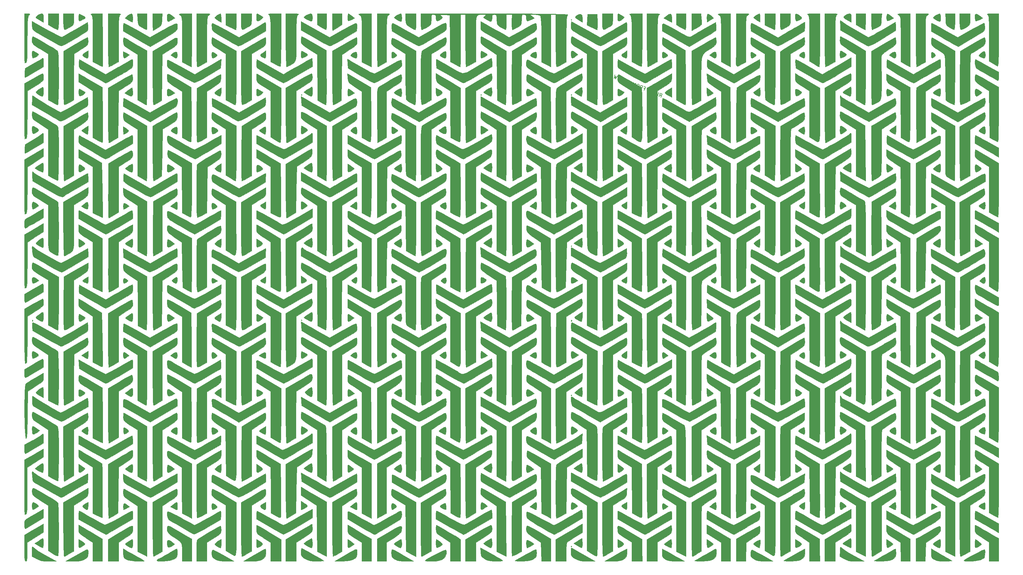
<source format=gbr>
G04 #@! TF.GenerationSoftware,KiCad,Pcbnew,(5.1.4)-1*
G04 #@! TF.CreationDate,2023-02-10T21:15:05-05:00*
G04 #@! TF.ProjectId,ThumbsUp,5468756d-6273-4557-902e-6b696361645f,rev?*
G04 #@! TF.SameCoordinates,Original*
G04 #@! TF.FileFunction,Legend,Bot*
G04 #@! TF.FilePolarity,Positive*
%FSLAX46Y46*%
G04 Gerber Fmt 4.6, Leading zero omitted, Abs format (unit mm)*
G04 Created by KiCad (PCBNEW (5.1.4)-1) date 2023-02-10 21:15:05*
%MOMM*%
%LPD*%
G04 APERTURE LIST*
%ADD10C,0.150000*%
%ADD11C,0.010000*%
G04 APERTURE END LIST*
D10*
X182129295Y-506325026D02*
X182616740Y-506008379D01*
X182659114Y-506539087D02*
X183033721Y-505611903D01*
X182680508Y-505469196D01*
X182574366Y-505477671D01*
X182512376Y-505503984D01*
X182432548Y-505574449D01*
X182379033Y-505706904D01*
X182387508Y-505813045D01*
X182413821Y-505875035D01*
X182484286Y-505954864D01*
X182837499Y-506097571D01*
X181731931Y-506164481D02*
X182106537Y-505237297D01*
X181161515Y-504906842D02*
X181267657Y-504898367D01*
X181400111Y-504951882D01*
X181514728Y-505049549D01*
X181567354Y-505173529D01*
X181575829Y-505279671D01*
X181548627Y-505474116D01*
X181495112Y-505606570D01*
X181379607Y-505765338D01*
X181299778Y-505835803D01*
X181175798Y-505888430D01*
X181025505Y-505879066D01*
X180937202Y-505843389D01*
X180822585Y-505745722D01*
X180796272Y-505683732D01*
X180921141Y-505374671D01*
X181097747Y-505446025D01*
X180363231Y-505611490D02*
X180737837Y-504684306D01*
X180559453Y-505125822D02*
X180029634Y-504911761D01*
X179833411Y-505397429D02*
X180208018Y-504470245D01*
X179898957Y-504345376D02*
X179369137Y-504131315D01*
X179259440Y-505165530D02*
X179634047Y-504238346D01*
X177866205Y-504037679D02*
X178175266Y-504162548D01*
X177979044Y-504648216D02*
X178353650Y-503721032D01*
X177912134Y-503542648D01*
X176654495Y-504113064D02*
X177141941Y-503796416D01*
X177184315Y-504327124D02*
X177558921Y-503399941D01*
X177205708Y-503257233D01*
X177099567Y-503265708D01*
X177037577Y-503292021D01*
X176957748Y-503362486D01*
X176904233Y-503494941D01*
X176912708Y-503601083D01*
X176939021Y-503663073D01*
X177009486Y-503742901D01*
X177362699Y-503885608D01*
X176455131Y-502953980D02*
X176278524Y-502882627D01*
X176172383Y-502891102D01*
X176048403Y-502943728D01*
X175932897Y-503102496D01*
X175808029Y-503411557D01*
X175780827Y-503606002D01*
X175833453Y-503729982D01*
X175903918Y-503809811D01*
X176080524Y-503881164D01*
X176186666Y-503872689D01*
X176310646Y-503820063D01*
X176426151Y-503661295D01*
X176551020Y-503352234D01*
X176578222Y-503157789D01*
X176525596Y-503033809D01*
X176455131Y-502953980D01*
X175285795Y-503560073D02*
X175660402Y-502632889D01*
X175083764Y-503170294D01*
X175042279Y-502383151D01*
X174667673Y-503310335D01*
X173406892Y-502236000D02*
X173256599Y-502226636D01*
X173194609Y-502252949D01*
X173114780Y-502323414D01*
X173061265Y-502455869D01*
X173069740Y-502562011D01*
X173096053Y-502624001D01*
X173166518Y-502703829D01*
X173519731Y-502846536D01*
X173894337Y-501919353D01*
X173585276Y-501794484D01*
X173479134Y-501802959D01*
X173417144Y-501829272D01*
X173337316Y-501899737D01*
X173301639Y-501988040D01*
X173310114Y-502094181D01*
X173336427Y-502156171D01*
X173406892Y-502236000D01*
X173715953Y-502360869D01*
X172788769Y-501986262D02*
X172479708Y-501861393D01*
X172151031Y-502293546D02*
X172592547Y-502471930D01*
X172967153Y-501544746D01*
X172525637Y-501366362D01*
X171312150Y-501954616D02*
X171753666Y-502133000D01*
X172128273Y-501205816D01*
X171201089Y-500831210D02*
X171024483Y-500759856D01*
X170918341Y-500768331D01*
X170794361Y-500820957D01*
X170678856Y-500979725D01*
X170553987Y-501288787D01*
X170526785Y-501483231D01*
X170579411Y-501607211D01*
X170649876Y-501687040D01*
X170826482Y-501758394D01*
X170932624Y-501749919D01*
X171056604Y-501697292D01*
X171172109Y-501538524D01*
X171296978Y-501229463D01*
X171324180Y-501035018D01*
X171271554Y-500911038D01*
X171201089Y-500831210D01*
X170494663Y-500545795D02*
X169899299Y-501383787D01*
X169990268Y-500650159D01*
X169546086Y-501241080D01*
X169699934Y-500224704D01*
D11*
G36*
X157346842Y-484775789D02*
G01*
X157480526Y-484909473D01*
X157614210Y-484775789D01*
X157480526Y-484642105D01*
X157346842Y-484775789D01*
X157346842Y-484775789D01*
G37*
X157346842Y-484775789D02*
X157480526Y-484909473D01*
X157614210Y-484775789D01*
X157480526Y-484642105D01*
X157346842Y-484775789D01*
G36*
X18926990Y-483264160D02*
G01*
X18856389Y-483815187D01*
X18850000Y-484085087D01*
X18885881Y-484829296D01*
X19070881Y-485110217D01*
X19521035Y-484996416D01*
X19986316Y-484756545D01*
X20509646Y-484437648D01*
X20694895Y-484171070D01*
X20502586Y-483886546D01*
X19893238Y-483513812D01*
X19050526Y-483091035D01*
X18926990Y-483264160D01*
X18926990Y-483264160D01*
G37*
X18926990Y-483264160D02*
X18856389Y-483815187D01*
X18850000Y-484085087D01*
X18885881Y-484829296D01*
X19070881Y-485110217D01*
X19521035Y-484996416D01*
X19986316Y-484756545D01*
X20509646Y-484437648D01*
X20694895Y-484171070D01*
X20502586Y-483886546D01*
X19893238Y-483513812D01*
X19050526Y-483091035D01*
X18926990Y-483264160D01*
G36*
X68925566Y-483275226D02*
G01*
X68853176Y-483868068D01*
X68847895Y-484107368D01*
X68927902Y-484865429D01*
X69202402Y-485146844D01*
X69723116Y-484972841D01*
X70180742Y-484654446D01*
X70602148Y-484273629D01*
X70721516Y-484043510D01*
X70715479Y-484036997D01*
X70198130Y-483660723D01*
X69608457Y-483294509D01*
X69155200Y-483064008D01*
X69055772Y-483037895D01*
X68925566Y-483275226D01*
X68925566Y-483275226D01*
G37*
X68925566Y-483275226D02*
X68853176Y-483868068D01*
X68847895Y-484107368D01*
X68927902Y-484865429D01*
X69202402Y-485146844D01*
X69723116Y-484972841D01*
X70180742Y-484654446D01*
X70602148Y-484273629D01*
X70721516Y-484043510D01*
X70715479Y-484036997D01*
X70198130Y-483660723D01*
X69608457Y-483294509D01*
X69155200Y-483064008D01*
X69055772Y-483037895D01*
X68925566Y-483275226D01*
G36*
X83531171Y-483162603D02*
G01*
X82902885Y-483460034D01*
X82397524Y-483815144D01*
X82216316Y-484088598D01*
X82433556Y-484304767D01*
X82957037Y-484616722D01*
X83594401Y-484927011D01*
X84153289Y-485138180D01*
X84364334Y-485176842D01*
X84526087Y-484939623D01*
X84616049Y-484347028D01*
X84622631Y-484107368D01*
X84578596Y-483408940D01*
X84398516Y-483099966D01*
X84078488Y-483037895D01*
X83531171Y-483162603D01*
X83531171Y-483162603D01*
G37*
X83531171Y-483162603D02*
X82902885Y-483460034D01*
X82397524Y-483815144D01*
X82216316Y-484088598D01*
X82433556Y-484304767D01*
X82957037Y-484616722D01*
X83594401Y-484927011D01*
X84153289Y-485138180D01*
X84364334Y-485176842D01*
X84526087Y-484939623D01*
X84616049Y-484347028D01*
X84622631Y-484107368D01*
X84578596Y-483408940D01*
X84398516Y-483099966D01*
X84078488Y-483037895D01*
X83531171Y-483162603D01*
G36*
X94590199Y-483275675D02*
G01*
X94520364Y-483867952D01*
X94515263Y-484107368D01*
X94549265Y-484828192D01*
X94727741Y-485107381D01*
X95165397Y-485004862D01*
X95704634Y-484728747D01*
X96492952Y-484302062D01*
X95704634Y-483671306D01*
X95143138Y-483260573D01*
X94757848Y-483047503D01*
X94715789Y-483039223D01*
X94590199Y-483275675D01*
X94590199Y-483275675D01*
G37*
X94590199Y-483275675D02*
X94520364Y-483867952D01*
X94515263Y-484107368D01*
X94549265Y-484828192D01*
X94727741Y-485107381D01*
X95165397Y-485004862D01*
X95704634Y-484728747D01*
X96492952Y-484302062D01*
X95704634Y-483671306D01*
X95143138Y-483260573D01*
X94757848Y-483047503D01*
X94715789Y-483039223D01*
X94590199Y-483275675D01*
G36*
X170525566Y-483275226D02*
G01*
X170453176Y-483868068D01*
X170447895Y-484107368D01*
X170527902Y-484865429D01*
X170802402Y-485146844D01*
X171323116Y-484972841D01*
X171780742Y-484654446D01*
X172202148Y-484273629D01*
X172321516Y-484043510D01*
X172315479Y-484036997D01*
X171798130Y-483660723D01*
X171208457Y-483294509D01*
X170755200Y-483064008D01*
X170655772Y-483037895D01*
X170525566Y-483275226D01*
X170525566Y-483275226D01*
G37*
X170525566Y-483275226D02*
X170453176Y-483868068D01*
X170447895Y-484107368D01*
X170527902Y-484865429D01*
X170802402Y-485146844D01*
X171323116Y-484972841D01*
X171780742Y-484654446D01*
X172202148Y-484273629D01*
X172321516Y-484043510D01*
X172315479Y-484036997D01*
X171798130Y-483660723D01*
X171208457Y-483294509D01*
X170755200Y-483064008D01*
X170655772Y-483037895D01*
X170525566Y-483275226D01*
G36*
X220455839Y-483548609D02*
G01*
X220445789Y-484107368D01*
X220509157Y-484835672D01*
X220763733Y-485115812D01*
X221306230Y-485001543D01*
X221715789Y-484813244D01*
X222221691Y-484439867D01*
X222215867Y-484045544D01*
X221692944Y-483589823D01*
X221540852Y-483496594D01*
X220884796Y-483140684D01*
X220562623Y-483135992D01*
X220455839Y-483548609D01*
X220455839Y-483548609D01*
G37*
X220455839Y-483548609D02*
X220445789Y-484107368D01*
X220509157Y-484835672D01*
X220763733Y-485115812D01*
X221306230Y-485001543D01*
X221715789Y-484813244D01*
X222221691Y-484439867D01*
X222215867Y-484045544D01*
X221692944Y-483589823D01*
X221540852Y-483496594D01*
X220884796Y-483140684D01*
X220562623Y-483135992D01*
X220455839Y-483548609D01*
G36*
X246143303Y-483511043D02*
G01*
X246113158Y-484107368D01*
X246147201Y-484828368D01*
X246325816Y-485107462D01*
X246763730Y-485004685D01*
X247301569Y-484729250D01*
X248088927Y-484303068D01*
X247353501Y-483670481D01*
X246695656Y-483175800D01*
X246314339Y-483114876D01*
X246143303Y-483511043D01*
X246143303Y-483511043D01*
G37*
X246143303Y-483511043D02*
X246113158Y-484107368D01*
X246147201Y-484828368D01*
X246325816Y-485107462D01*
X246763730Y-485004685D01*
X247301569Y-484729250D01*
X248088927Y-484303068D01*
X247353501Y-483670481D01*
X246695656Y-483175800D01*
X246314339Y-483114876D01*
X246143303Y-483511043D01*
G36*
X271025375Y-483472245D02*
G01*
X270978421Y-484107368D01*
X271035796Y-484817636D01*
X271270244Y-485109215D01*
X271775251Y-485021773D01*
X272415167Y-484716992D01*
X273183493Y-484313865D01*
X272415167Y-483685495D01*
X271689629Y-483175130D01*
X271243986Y-483098872D01*
X271025375Y-483472245D01*
X271025375Y-483472245D01*
G37*
X271025375Y-483472245D02*
X270978421Y-484107368D01*
X271035796Y-484817636D01*
X271270244Y-485109215D01*
X271775251Y-485021773D01*
X272415167Y-484716992D01*
X273183493Y-484313865D01*
X272415167Y-483685495D01*
X271689629Y-483175130D01*
X271243986Y-483098872D01*
X271025375Y-483472245D01*
G36*
X7863471Y-483169176D02*
G01*
X7346560Y-483479745D01*
X6940115Y-483844693D01*
X6804595Y-484139109D01*
X6842341Y-484196261D01*
X7119210Y-484374735D01*
X7685915Y-484722484D01*
X7954737Y-484884850D01*
X8957368Y-485487823D01*
X8957368Y-484262859D01*
X8929016Y-483510229D01*
X8795857Y-483150372D01*
X8485740Y-483042320D01*
X8330386Y-483037895D01*
X7863471Y-483169176D01*
X7863471Y-483169176D01*
G37*
X7863471Y-483169176D02*
X7346560Y-483479745D01*
X6940115Y-483844693D01*
X6804595Y-484139109D01*
X6842341Y-484196261D01*
X7119210Y-484374735D01*
X7685915Y-484722484D01*
X7954737Y-484884850D01*
X8957368Y-485487823D01*
X8957368Y-484262859D01*
X8929016Y-483510229D01*
X8795857Y-483150372D01*
X8485740Y-483042320D01*
X8330386Y-483037895D01*
X7863471Y-483169176D01*
G36*
X33243631Y-483178008D02*
G01*
X32596984Y-483657840D01*
X31876254Y-484277785D01*
X32864726Y-484860998D01*
X33496337Y-485218863D01*
X33908157Y-485424680D01*
X33971599Y-485444210D01*
X34042239Y-485205019D01*
X34084589Y-484599901D01*
X34090000Y-484241052D01*
X34008751Y-483404838D01*
X33739420Y-483055487D01*
X33243631Y-483178008D01*
X33243631Y-483178008D01*
G37*
X33243631Y-483178008D02*
X32596984Y-483657840D01*
X31876254Y-484277785D01*
X32864726Y-484860998D01*
X33496337Y-485218863D01*
X33908157Y-485424680D01*
X33971599Y-485444210D01*
X34042239Y-485205019D01*
X34084589Y-484599901D01*
X34090000Y-484241052D01*
X34008751Y-483404838D01*
X33739420Y-483055487D01*
X33243631Y-483178008D01*
G36*
X43760449Y-483475648D02*
G01*
X43715263Y-484091589D01*
X43761395Y-484787500D01*
X43876122Y-485213135D01*
X43915789Y-485255856D01*
X44251471Y-485201517D01*
X44838637Y-484929589D01*
X45024376Y-484823127D01*
X45932436Y-484279827D01*
X45158060Y-483660189D01*
X44427791Y-483160400D01*
X43979387Y-483093664D01*
X43760449Y-483475648D01*
X43760449Y-483475648D01*
G37*
X43760449Y-483475648D02*
X43715263Y-484091589D01*
X43761395Y-484787500D01*
X43876122Y-485213135D01*
X43915789Y-485255856D01*
X44251471Y-485201517D01*
X44838637Y-484929589D01*
X45024376Y-484823127D01*
X45932436Y-484279827D01*
X45158060Y-483660189D01*
X44427791Y-483160400D01*
X43979387Y-483093664D01*
X43760449Y-483475648D01*
G36*
X58405195Y-483172967D02*
G01*
X57874285Y-483489965D01*
X57393639Y-483856561D01*
X57153634Y-484140424D01*
X57152534Y-484180235D01*
X57408176Y-484455623D01*
X57946810Y-484855801D01*
X58090885Y-484949437D01*
X58955263Y-485496722D01*
X58955263Y-484267308D01*
X58924241Y-483540491D01*
X58845585Y-483099280D01*
X58795990Y-483037895D01*
X58405195Y-483172967D01*
X58405195Y-483172967D01*
G37*
X58405195Y-483172967D02*
X57874285Y-483489965D01*
X57393639Y-483856561D01*
X57153634Y-484140424D01*
X57152534Y-484180235D01*
X57408176Y-484455623D01*
X57946810Y-484855801D01*
X58090885Y-484949437D01*
X58955263Y-485496722D01*
X58955263Y-484267308D01*
X58924241Y-483540491D01*
X58845585Y-483099280D01*
X58795990Y-483037895D01*
X58405195Y-483172967D01*
G36*
X109039283Y-483164023D02*
G01*
X108458523Y-483462483D01*
X107921086Y-483813392D01*
X107628027Y-484096864D01*
X107616316Y-484138605D01*
X107824176Y-484393143D01*
X108319780Y-484734095D01*
X108911165Y-485054471D01*
X109406366Y-485247282D01*
X109599224Y-485243758D01*
X109727694Y-484870076D01*
X109758153Y-484254026D01*
X109703755Y-483607524D01*
X109577654Y-483142487D01*
X109462305Y-483037895D01*
X109039283Y-483164023D01*
X109039283Y-483164023D01*
G37*
X109039283Y-483164023D02*
X108458523Y-483462483D01*
X107921086Y-483813392D01*
X107628027Y-484096864D01*
X107616316Y-484138605D01*
X107824176Y-484393143D01*
X108319780Y-484734095D01*
X108911165Y-485054471D01*
X109406366Y-485247282D01*
X109599224Y-485243758D01*
X109727694Y-484870076D01*
X109758153Y-484254026D01*
X109703755Y-483607524D01*
X109577654Y-483142487D01*
X109462305Y-483037895D01*
X109039283Y-483164023D01*
G36*
X159653671Y-483208962D02*
G01*
X159306091Y-483356996D01*
X158695156Y-483737333D01*
X158569238Y-484095770D01*
X158936868Y-484502359D01*
X159488028Y-484850615D01*
X160555263Y-485460177D01*
X160555263Y-484398499D01*
X160473465Y-483548639D01*
X160191313Y-483167450D01*
X159653671Y-483208962D01*
X159653671Y-483208962D01*
G37*
X159653671Y-483208962D02*
X159306091Y-483356996D01*
X158695156Y-483737333D01*
X158569238Y-484095770D01*
X158936868Y-484502359D01*
X159488028Y-484850615D01*
X160555263Y-485460177D01*
X160555263Y-484398499D01*
X160473465Y-483548639D01*
X160191313Y-483167450D01*
X159653671Y-483208962D01*
G36*
X184915977Y-483189762D02*
G01*
X184228221Y-483673646D01*
X183436968Y-484306741D01*
X184562431Y-484880910D01*
X185687895Y-485455078D01*
X185687895Y-484246486D01*
X185621788Y-483424863D01*
X185384145Y-483080338D01*
X184915977Y-483189762D01*
X184915977Y-483189762D01*
G37*
X184915977Y-483189762D02*
X184228221Y-483673646D01*
X183436968Y-484306741D01*
X184562431Y-484880910D01*
X185687895Y-485455078D01*
X185687895Y-484246486D01*
X185621788Y-483424863D01*
X185384145Y-483080338D01*
X184915977Y-483189762D01*
G36*
X195613184Y-483545870D02*
G01*
X195580526Y-484241052D01*
X195593766Y-484953315D01*
X195627273Y-485372832D01*
X195647368Y-485422060D01*
X195894431Y-485281720D01*
X196428313Y-484959050D01*
X196621957Y-484840052D01*
X197529703Y-484280194D01*
X196807574Y-483659044D01*
X196158405Y-483172213D01*
X195782769Y-483123820D01*
X195613184Y-483545870D01*
X195613184Y-483545870D01*
G37*
X195613184Y-483545870D02*
X195580526Y-484241052D01*
X195593766Y-484953315D01*
X195627273Y-485372832D01*
X195647368Y-485422060D01*
X195894431Y-485281720D01*
X196428313Y-484959050D01*
X196621957Y-484840052D01*
X197529703Y-484280194D01*
X196807574Y-483659044D01*
X196158405Y-483172213D01*
X195782769Y-483123820D01*
X195613184Y-483545870D01*
G36*
X210032375Y-483169269D02*
G01*
X209493949Y-483476850D01*
X208980549Y-483830823D01*
X208694122Y-484101373D01*
X208681579Y-484138605D01*
X208889985Y-484376567D01*
X209410351Y-484747353D01*
X209617368Y-484874047D01*
X210553158Y-485426176D01*
X210553158Y-484232035D01*
X210521275Y-483517395D01*
X210440677Y-483090799D01*
X210393884Y-483037895D01*
X210032375Y-483169269D01*
X210032375Y-483169269D01*
G37*
X210032375Y-483169269D02*
X209493949Y-483476850D01*
X208980549Y-483830823D01*
X208694122Y-484101373D01*
X208681579Y-484138605D01*
X208889985Y-484376567D01*
X209410351Y-484747353D01*
X209617368Y-484874047D01*
X210553158Y-485426176D01*
X210553158Y-484232035D01*
X210521275Y-483517395D01*
X210440677Y-483090799D01*
X210393884Y-483037895D01*
X210032375Y-483169269D01*
G36*
X235046697Y-483199271D02*
G01*
X234460668Y-483542140D01*
X234096047Y-483887080D01*
X234057916Y-484175276D01*
X234397766Y-484491946D01*
X235167089Y-484922306D01*
X235351579Y-485016608D01*
X236220526Y-485457942D01*
X236220526Y-484247918D01*
X236187661Y-483496192D01*
X236046524Y-483139324D01*
X235733304Y-483039289D01*
X235661119Y-483037895D01*
X235046697Y-483199271D01*
X235046697Y-483199271D01*
G37*
X235046697Y-483199271D02*
X234460668Y-483542140D01*
X234096047Y-483887080D01*
X234057916Y-484175276D01*
X234397766Y-484491946D01*
X235167089Y-484922306D01*
X235351579Y-485016608D01*
X236220526Y-485457942D01*
X236220526Y-484247918D01*
X236187661Y-483496192D01*
X236046524Y-483139324D01*
X235733304Y-483039289D01*
X235661119Y-483037895D01*
X235046697Y-483199271D01*
G36*
X260637177Y-483164023D02*
G01*
X260056418Y-483462483D01*
X259518980Y-483813392D01*
X259225922Y-484096864D01*
X259214210Y-484138605D01*
X259422071Y-484393143D01*
X259917675Y-484734095D01*
X260509060Y-485054471D01*
X261004260Y-485247282D01*
X261197119Y-485243758D01*
X261325589Y-484870076D01*
X261356048Y-484254026D01*
X261301650Y-483607524D01*
X261175549Y-483142487D01*
X261060200Y-483037895D01*
X260637177Y-483164023D01*
X260637177Y-483164023D01*
G37*
X260637177Y-483164023D02*
X260056418Y-483462483D01*
X259518980Y-483813392D01*
X259225922Y-484096864D01*
X259214210Y-484138605D01*
X259422071Y-484393143D01*
X259917675Y-484734095D01*
X260509060Y-485054471D01*
X261004260Y-485247282D01*
X261197119Y-485243758D01*
X261325589Y-484870076D01*
X261356048Y-484254026D01*
X261301650Y-483607524D01*
X261175549Y-483142487D01*
X261060200Y-483037895D01*
X260637177Y-483164023D01*
G36*
X10294210Y-486200598D02*
G01*
X11531044Y-486891878D01*
X12270208Y-487282055D01*
X12823927Y-487532718D01*
X13001571Y-487583158D01*
X13107173Y-487336314D01*
X13187940Y-486677603D01*
X13231250Y-485729753D01*
X13235263Y-485310526D01*
X13235263Y-483037895D01*
X10294210Y-483037895D01*
X10294210Y-486200598D01*
X10294210Y-486200598D01*
G37*
X10294210Y-486200598D02*
X11531044Y-486891878D01*
X12270208Y-487282055D01*
X12823927Y-487532718D01*
X13001571Y-487583158D01*
X13107173Y-487336314D01*
X13187940Y-486677603D01*
X13231250Y-485729753D01*
X13235263Y-485310526D01*
X13235263Y-483037895D01*
X10294210Y-483037895D01*
X10294210Y-486200598D01*
G36*
X14572105Y-485310526D02*
G01*
X14586889Y-486493972D01*
X14676280Y-487201028D01*
X14907835Y-487489994D01*
X15349113Y-487419172D01*
X16067672Y-487046862D01*
X16376842Y-486867960D01*
X17008940Y-486478291D01*
X17348290Y-486131299D01*
X17485958Y-485646996D01*
X17513008Y-484845396D01*
X17513158Y-484622073D01*
X17513158Y-483037895D01*
X14572105Y-483037895D01*
X14572105Y-485310526D01*
X14572105Y-485310526D01*
G37*
X14572105Y-485310526D02*
X14586889Y-486493972D01*
X14676280Y-487201028D01*
X14907835Y-487489994D01*
X15349113Y-487419172D01*
X16067672Y-487046862D01*
X16376842Y-486867960D01*
X17008940Y-486478291D01*
X17348290Y-486131299D01*
X17485958Y-485646996D01*
X17513008Y-484845396D01*
X17513158Y-484622073D01*
X17513158Y-483037895D01*
X14572105Y-483037895D01*
X14572105Y-485310526D01*
G36*
X35480926Y-484669512D02*
G01*
X35541352Y-485577384D01*
X35673567Y-486125859D01*
X35971685Y-486489809D01*
X36529821Y-486844109D01*
X36704019Y-486942144D01*
X37390949Y-487313980D01*
X37863740Y-487545294D01*
X37974019Y-487583158D01*
X38031190Y-487336270D01*
X38074914Y-486677451D01*
X38098357Y-485729462D01*
X38100526Y-485310526D01*
X38100526Y-483037895D01*
X35401326Y-483037895D01*
X35480926Y-484669512D01*
X35480926Y-484669512D01*
G37*
X35480926Y-484669512D02*
X35541352Y-485577384D01*
X35673567Y-486125859D01*
X35971685Y-486489809D01*
X36529821Y-486844109D01*
X36704019Y-486942144D01*
X37390949Y-487313980D01*
X37863740Y-487545294D01*
X37974019Y-487583158D01*
X38031190Y-487336270D01*
X38074914Y-486677451D01*
X38098357Y-485729462D01*
X38100526Y-485310526D01*
X38100526Y-483037895D01*
X35401326Y-483037895D01*
X35480926Y-484669512D01*
G36*
X60292105Y-486237307D02*
G01*
X61620059Y-486910233D01*
X62373300Y-487279965D01*
X62916493Y-487524384D01*
X63090585Y-487583158D01*
X63155017Y-487336275D01*
X63204293Y-486677468D01*
X63230712Y-485729495D01*
X63233158Y-485310526D01*
X63233158Y-483037895D01*
X60292105Y-483037895D01*
X60292105Y-486237307D01*
X60292105Y-486237307D01*
G37*
X60292105Y-486237307D02*
X61620059Y-486910233D01*
X62373300Y-487279965D01*
X62916493Y-487524384D01*
X63090585Y-487583158D01*
X63155017Y-487336275D01*
X63204293Y-486677468D01*
X63230712Y-485729495D01*
X63233158Y-485310526D01*
X63233158Y-483037895D01*
X60292105Y-483037895D01*
X60292105Y-486237307D01*
G36*
X64570000Y-485310526D02*
G01*
X64584784Y-486493972D01*
X64674175Y-487201028D01*
X64905730Y-487489994D01*
X65347008Y-487419172D01*
X66065567Y-487046862D01*
X66374737Y-486867960D01*
X67006835Y-486478291D01*
X67346185Y-486131299D01*
X67483852Y-485646996D01*
X67510903Y-484845396D01*
X67511053Y-484622073D01*
X67511053Y-483037895D01*
X64570000Y-483037895D01*
X64570000Y-485310526D01*
X64570000Y-485310526D01*
G37*
X64570000Y-485310526D02*
X64584784Y-486493972D01*
X64674175Y-487201028D01*
X64905730Y-487489994D01*
X65347008Y-487419172D01*
X66065567Y-487046862D01*
X66374737Y-486867960D01*
X67006835Y-486478291D01*
X67346185Y-486131299D01*
X67483852Y-485646996D01*
X67510903Y-484845396D01*
X67511053Y-484622073D01*
X67511053Y-483037895D01*
X64570000Y-483037895D01*
X64570000Y-485310526D01*
G36*
X85959474Y-486195504D02*
G01*
X87143400Y-486889331D01*
X87845126Y-487284506D01*
X88344009Y-487535783D01*
X88480242Y-487583158D01*
X88549347Y-487336279D01*
X88602198Y-486677480D01*
X88630535Y-485729518D01*
X88633158Y-485310526D01*
X88633158Y-483037895D01*
X85959474Y-483037895D01*
X85959474Y-486195504D01*
X85959474Y-486195504D01*
G37*
X85959474Y-486195504D02*
X87143400Y-486889331D01*
X87845126Y-487284506D01*
X88344009Y-487535783D01*
X88480242Y-487583158D01*
X88549347Y-487336279D01*
X88602198Y-486677480D01*
X88630535Y-485729518D01*
X88633158Y-485310526D01*
X88633158Y-483037895D01*
X85959474Y-483037895D01*
X85959474Y-486195504D01*
G36*
X110824737Y-484466982D02*
G01*
X110896909Y-485496703D01*
X111133691Y-486128301D01*
X111292631Y-486306319D01*
X111784313Y-486659619D01*
X112459674Y-487061438D01*
X113121638Y-487403602D01*
X113573126Y-487577935D01*
X113618828Y-487583158D01*
X113685243Y-487336277D01*
X113736036Y-486677473D01*
X113763269Y-485729504D01*
X113765789Y-485310526D01*
X113765789Y-483037895D01*
X110824737Y-483037895D01*
X110824737Y-484466982D01*
X110824737Y-484466982D01*
G37*
X110824737Y-484466982D02*
X110896909Y-485496703D01*
X111133691Y-486128301D01*
X111292631Y-486306319D01*
X111784313Y-486659619D01*
X112459674Y-487061438D01*
X113121638Y-487403602D01*
X113573126Y-487577935D01*
X113618828Y-487583158D01*
X113685243Y-487336277D01*
X113736036Y-486677473D01*
X113763269Y-485729504D01*
X113765789Y-485310526D01*
X113765789Y-483037895D01*
X110824737Y-483037895D01*
X110824737Y-484466982D01*
G36*
X161945936Y-484697850D02*
G01*
X161866082Y-486224120D01*
X163207047Y-486903639D01*
X163966330Y-487275630D01*
X164518399Y-487522447D01*
X164701398Y-487583158D01*
X164762947Y-487336862D01*
X164793171Y-486680900D01*
X164787800Y-485739655D01*
X164777129Y-485377368D01*
X164699474Y-483171579D01*
X162025789Y-483171579D01*
X161945936Y-484697850D01*
X161945936Y-484697850D01*
G37*
X161945936Y-484697850D02*
X161866082Y-486224120D01*
X163207047Y-486903639D01*
X163966330Y-487275630D01*
X164518399Y-487522447D01*
X164701398Y-487583158D01*
X164762947Y-487336862D01*
X164793171Y-486680900D01*
X164787800Y-485739655D01*
X164777129Y-485377368D01*
X164699474Y-483171579D01*
X162025789Y-483171579D01*
X161945936Y-484697850D01*
G36*
X166170000Y-485310526D02*
G01*
X166184784Y-486493972D01*
X166274175Y-487201028D01*
X166505730Y-487489994D01*
X166947008Y-487419172D01*
X167665567Y-487046862D01*
X167974737Y-486867960D01*
X168606835Y-486478291D01*
X168946185Y-486131299D01*
X169083852Y-485646996D01*
X169110903Y-484845396D01*
X169111053Y-484622073D01*
X169111053Y-483037895D01*
X166170000Y-483037895D01*
X166170000Y-485310526D01*
X166170000Y-485310526D01*
G37*
X166170000Y-485310526D02*
X166184784Y-486493972D01*
X166274175Y-487201028D01*
X166505730Y-487489994D01*
X166947008Y-487419172D01*
X167665567Y-487046862D01*
X167974737Y-486867960D01*
X168606835Y-486478291D01*
X168946185Y-486131299D01*
X169083852Y-485646996D01*
X169110903Y-484845396D01*
X169111053Y-484622073D01*
X169111053Y-483037895D01*
X166170000Y-483037895D01*
X166170000Y-485310526D01*
G36*
X187024737Y-486195504D02*
G01*
X188208663Y-486889331D01*
X188910389Y-487284506D01*
X189409272Y-487535783D01*
X189545505Y-487583158D01*
X189614610Y-487336279D01*
X189667461Y-486677480D01*
X189695798Y-485729518D01*
X189698421Y-485310526D01*
X189698421Y-483037895D01*
X187024737Y-483037895D01*
X187024737Y-486195504D01*
X187024737Y-486195504D01*
G37*
X187024737Y-486195504D02*
X188208663Y-486889331D01*
X188910389Y-487284506D01*
X189409272Y-487535783D01*
X189545505Y-487583158D01*
X189614610Y-487336279D01*
X189667461Y-486677480D01*
X189695798Y-485729518D01*
X189698421Y-485310526D01*
X189698421Y-483037895D01*
X187024737Y-483037895D01*
X187024737Y-486195504D01*
G36*
X211890000Y-486237307D02*
G01*
X213217954Y-486910233D01*
X213971194Y-487279965D01*
X214514388Y-487524384D01*
X214688480Y-487583158D01*
X214752911Y-487336275D01*
X214802188Y-486677468D01*
X214828607Y-485729495D01*
X214831053Y-485310526D01*
X214831053Y-483037895D01*
X211890000Y-483037895D01*
X211890000Y-486237307D01*
X211890000Y-486237307D01*
G37*
X211890000Y-486237307D02*
X213217954Y-486910233D01*
X213971194Y-487279965D01*
X214514388Y-487524384D01*
X214688480Y-487583158D01*
X214752911Y-487336275D01*
X214802188Y-486677468D01*
X214828607Y-485729495D01*
X214831053Y-485310526D01*
X214831053Y-483037895D01*
X211890000Y-483037895D01*
X211890000Y-486237307D01*
G36*
X216167895Y-485310526D02*
G01*
X216182679Y-486493972D01*
X216272069Y-487201028D01*
X216503625Y-487489994D01*
X216944903Y-487419172D01*
X217663462Y-487046862D01*
X217972631Y-486867960D01*
X218604730Y-486478291D01*
X218944080Y-486131299D01*
X219081747Y-485646996D01*
X219108797Y-484845396D01*
X219108947Y-484622073D01*
X219108947Y-483037895D01*
X216167895Y-483037895D01*
X216167895Y-485310526D01*
X216167895Y-485310526D01*
G37*
X216167895Y-485310526D02*
X216182679Y-486493972D01*
X216272069Y-487201028D01*
X216503625Y-487489994D01*
X216944903Y-487419172D01*
X217663462Y-487046862D01*
X217972631Y-486867960D01*
X218604730Y-486478291D01*
X218944080Y-486131299D01*
X219081747Y-485646996D01*
X219108797Y-484845396D01*
X219108947Y-484622073D01*
X219108947Y-483037895D01*
X216167895Y-483037895D01*
X216167895Y-485310526D01*
G36*
X237557368Y-486200598D02*
G01*
X238794202Y-486891878D01*
X239504037Y-487278962D01*
X239997206Y-487529825D01*
X240131044Y-487583158D01*
X240176241Y-487336263D01*
X240210806Y-486677427D01*
X240229338Y-485729417D01*
X240231053Y-485310526D01*
X240231053Y-483037895D01*
X237557368Y-483037895D01*
X237557368Y-486200598D01*
X237557368Y-486200598D01*
G37*
X237557368Y-486200598D02*
X238794202Y-486891878D01*
X239504037Y-487278962D01*
X239997206Y-487529825D01*
X240131044Y-487583158D01*
X240176241Y-487336263D01*
X240210806Y-486677427D01*
X240229338Y-485729417D01*
X240231053Y-485310526D01*
X240231053Y-483037895D01*
X237557368Y-483037895D01*
X237557368Y-486200598D01*
G36*
X241835263Y-485310526D02*
G01*
X241857021Y-486335714D01*
X241915086Y-487117562D01*
X241998648Y-487534177D01*
X242035789Y-487571341D01*
X242376275Y-487450133D01*
X243000260Y-487158356D01*
X243305789Y-487003047D01*
X243970300Y-486649789D01*
X244402802Y-486405830D01*
X244475717Y-486357392D01*
X244545243Y-486064638D01*
X244624363Y-485394132D01*
X244684267Y-484653055D01*
X244792363Y-483037895D01*
X241835263Y-483037895D01*
X241835263Y-485310526D01*
X241835263Y-485310526D01*
G37*
X241835263Y-485310526D02*
X241857021Y-486335714D01*
X241915086Y-487117562D01*
X241998648Y-487534177D01*
X242035789Y-487571341D01*
X242376275Y-487450133D01*
X243000260Y-487158356D01*
X243305789Y-487003047D01*
X243970300Y-486649789D01*
X244402802Y-486405830D01*
X244475717Y-486357392D01*
X244545243Y-486064638D01*
X244624363Y-485394132D01*
X244684267Y-484653055D01*
X244792363Y-483037895D01*
X241835263Y-483037895D01*
X241835263Y-485310526D01*
G36*
X262744084Y-484701682D02*
G01*
X262804363Y-485621968D01*
X262931789Y-486178108D01*
X263212609Y-486540350D01*
X263733071Y-486878944D01*
X263893158Y-486969916D01*
X264574689Y-487333206D01*
X265058305Y-487551206D01*
X265163158Y-487578759D01*
X265253758Y-487333988D01*
X265323057Y-486677009D01*
X265360231Y-485730247D01*
X265363684Y-485310526D01*
X265363684Y-483037895D01*
X262664484Y-483037895D01*
X262744084Y-484701682D01*
X262744084Y-484701682D01*
G37*
X262744084Y-484701682D02*
X262804363Y-485621968D01*
X262931789Y-486178108D01*
X263212609Y-486540350D01*
X263733071Y-486878944D01*
X263893158Y-486969916D01*
X264574689Y-487333206D01*
X265058305Y-487551206D01*
X265163158Y-487578759D01*
X265253758Y-487333988D01*
X265323057Y-486677009D01*
X265360231Y-485730247D01*
X265363684Y-485310526D01*
X265363684Y-483037895D01*
X262664484Y-483037895D01*
X262744084Y-484701682D01*
G36*
X266700526Y-485310526D02*
G01*
X266717772Y-486505614D01*
X266812516Y-487222832D01*
X267049270Y-487518893D01*
X267492542Y-487450506D01*
X268206845Y-487074381D01*
X268505263Y-486897053D01*
X269136783Y-486496619D01*
X269476163Y-486142824D01*
X269614133Y-485654413D01*
X269641419Y-484850133D01*
X269641579Y-484626951D01*
X269641579Y-483037895D01*
X266700526Y-483037895D01*
X266700526Y-485310526D01*
X266700526Y-485310526D01*
G37*
X266700526Y-485310526D02*
X266717772Y-486505614D01*
X266812516Y-487222832D01*
X267049270Y-487518893D01*
X267492542Y-487450506D01*
X268206845Y-487074381D01*
X268505263Y-486897053D01*
X269136783Y-486496619D01*
X269476163Y-486142824D01*
X269614133Y-485654413D01*
X269641419Y-484850133D01*
X269641579Y-484626951D01*
X269641579Y-483037895D01*
X266700526Y-483037895D01*
X266700526Y-485310526D01*
G36*
X39704737Y-485444210D02*
G01*
X39711598Y-486500876D01*
X39729980Y-487316353D01*
X39756577Y-487772712D01*
X39771579Y-487829510D01*
X40017493Y-487691160D01*
X40576680Y-487358707D01*
X41041579Y-487077901D01*
X41701263Y-486655906D01*
X42068165Y-486288404D01*
X42238663Y-485796181D01*
X42309134Y-485000020D01*
X42324337Y-484692602D01*
X42403937Y-483037895D01*
X39704737Y-483037895D01*
X39704737Y-485444210D01*
X39704737Y-485444210D01*
G37*
X39704737Y-485444210D02*
X39711598Y-486500876D01*
X39729980Y-487316353D01*
X39756577Y-487772712D01*
X39771579Y-487829510D01*
X40017493Y-487691160D01*
X40576680Y-487358707D01*
X41041579Y-487077901D01*
X41701263Y-486655906D01*
X42068165Y-486288404D01*
X42238663Y-485796181D01*
X42309134Y-485000020D01*
X42324337Y-484692602D01*
X42403937Y-483037895D01*
X39704737Y-483037895D01*
X39704737Y-485444210D01*
G36*
X90237368Y-485444210D02*
G01*
X90244231Y-486501230D01*
X90262617Y-487317410D01*
X90289219Y-487774663D01*
X90304210Y-487831922D01*
X90547045Y-487690766D01*
X91104372Y-487345666D01*
X91641053Y-487007209D01*
X92911053Y-486201101D01*
X92911053Y-483037895D01*
X90237368Y-483037895D01*
X90237368Y-485444210D01*
X90237368Y-485444210D01*
G37*
X90237368Y-485444210D02*
X90244231Y-486501230D01*
X90262617Y-487317410D01*
X90289219Y-487774663D01*
X90304210Y-487831922D01*
X90547045Y-487690766D01*
X91104372Y-487345666D01*
X91641053Y-487007209D01*
X92911053Y-486201101D01*
X92911053Y-483037895D01*
X90237368Y-483037895D01*
X90237368Y-485444210D01*
G36*
X191302631Y-485444210D02*
G01*
X191309487Y-486499290D01*
X191327852Y-487311618D01*
X191354428Y-487763974D01*
X191369474Y-487818691D01*
X191620143Y-487682423D01*
X192194159Y-487365592D01*
X192703080Y-487083428D01*
X193429711Y-486643360D01*
X193935401Y-486268640D01*
X194073696Y-486110097D01*
X194108698Y-485706860D01*
X194084880Y-484969639D01*
X194042914Y-484439044D01*
X193908282Y-483037895D01*
X191302631Y-483037895D01*
X191302631Y-485444210D01*
X191302631Y-485444210D01*
G37*
X191302631Y-485444210D02*
X191309487Y-486499290D01*
X191327852Y-487311618D01*
X191354428Y-487763974D01*
X191369474Y-487818691D01*
X191620143Y-487682423D01*
X192194159Y-487365592D01*
X192703080Y-487083428D01*
X193429711Y-486643360D01*
X193935401Y-486268640D01*
X194073696Y-486110097D01*
X194108698Y-485706860D01*
X194084880Y-484969639D01*
X194042914Y-484439044D01*
X193908282Y-483037895D01*
X191302631Y-483037895D01*
X191302631Y-485444210D01*
G36*
X5748947Y-486335235D02*
G01*
X5770673Y-486991613D01*
X5904483Y-487434197D01*
X6253326Y-487806154D01*
X6920152Y-488250650D01*
X7286316Y-488473180D01*
X9144837Y-489580393D01*
X10777507Y-490522095D01*
X12134840Y-491271391D01*
X13167352Y-491801389D01*
X13825558Y-492085196D01*
X14008893Y-492126618D01*
X14383405Y-491994073D01*
X15118649Y-491631206D01*
X16120051Y-491088119D01*
X17293033Y-490414913D01*
X17736758Y-490151754D01*
X18936623Y-489426978D01*
X19979265Y-488783991D01*
X20774449Y-488279434D01*
X21231944Y-487969946D01*
X21296538Y-487917251D01*
X21443373Y-487503064D01*
X21485516Y-486795717D01*
X21473990Y-486573282D01*
X21390000Y-485490755D01*
X17914210Y-487495927D01*
X16677859Y-488206464D01*
X15597326Y-488822358D01*
X14761184Y-489293515D01*
X14258004Y-489569840D01*
X14162328Y-489617905D01*
X13824902Y-489534945D01*
X13088845Y-489206543D01*
X12013264Y-488663704D01*
X10657262Y-487937433D01*
X9079944Y-487058736D01*
X7340414Y-486058617D01*
X7018947Y-485870622D01*
X5748947Y-485126030D01*
X5748947Y-486335235D01*
X5748947Y-486335235D01*
G37*
X5748947Y-486335235D02*
X5770673Y-486991613D01*
X5904483Y-487434197D01*
X6253326Y-487806154D01*
X6920152Y-488250650D01*
X7286316Y-488473180D01*
X9144837Y-489580393D01*
X10777507Y-490522095D01*
X12134840Y-491271391D01*
X13167352Y-491801389D01*
X13825558Y-492085196D01*
X14008893Y-492126618D01*
X14383405Y-491994073D01*
X15118649Y-491631206D01*
X16120051Y-491088119D01*
X17293033Y-490414913D01*
X17736758Y-490151754D01*
X18936623Y-489426978D01*
X19979265Y-488783991D01*
X20774449Y-488279434D01*
X21231944Y-487969946D01*
X21296538Y-487917251D01*
X21443373Y-487503064D01*
X21485516Y-486795717D01*
X21473990Y-486573282D01*
X21390000Y-485490755D01*
X17914210Y-487495927D01*
X16677859Y-488206464D01*
X15597326Y-488822358D01*
X14761184Y-489293515D01*
X14258004Y-489569840D01*
X14162328Y-489617905D01*
X13824902Y-489534945D01*
X13088845Y-489206543D01*
X12013264Y-488663704D01*
X10657262Y-487937433D01*
X9079944Y-487058736D01*
X7340414Y-486058617D01*
X7018947Y-485870622D01*
X5748947Y-485126030D01*
X5748947Y-486335235D01*
G36*
X81425936Y-486469415D02*
G01*
X81437661Y-487716842D01*
X85272102Y-489922631D01*
X86588511Y-490662021D01*
X87772258Y-491293525D01*
X88734338Y-491772245D01*
X89385746Y-492053276D01*
X89605114Y-492108577D01*
X90001563Y-491969554D01*
X90759947Y-491600027D01*
X91786519Y-491049306D01*
X92987532Y-490366704D01*
X93579474Y-490018003D01*
X97055263Y-487947272D01*
X97137478Y-486829426D01*
X97126031Y-486044785D01*
X96951313Y-485718186D01*
X96908588Y-485711579D01*
X96578151Y-485837979D01*
X95873673Y-486186321D01*
X94883710Y-486710314D01*
X93696815Y-487363668D01*
X93048238Y-487729481D01*
X89498994Y-489747383D01*
X81414210Y-485221989D01*
X81425936Y-486469415D01*
X81425936Y-486469415D01*
G37*
X81425936Y-486469415D02*
X81437661Y-487716842D01*
X85272102Y-489922631D01*
X86588511Y-490662021D01*
X87772258Y-491293525D01*
X88734338Y-491772245D01*
X89385746Y-492053276D01*
X89605114Y-492108577D01*
X90001563Y-491969554D01*
X90759947Y-491600027D01*
X91786519Y-491049306D01*
X92987532Y-490366704D01*
X93579474Y-490018003D01*
X97055263Y-487947272D01*
X97137478Y-486829426D01*
X97126031Y-486044785D01*
X96951313Y-485718186D01*
X96908588Y-485711579D01*
X96578151Y-485837979D01*
X95873673Y-486186321D01*
X94883710Y-486710314D01*
X93696815Y-487363668D01*
X93048238Y-487729481D01*
X89498994Y-489747383D01*
X81414210Y-485221989D01*
X81425936Y-486469415D01*
G36*
X121832958Y-485707949D02*
G01*
X121167127Y-486022763D01*
X120206335Y-486524131D01*
X119033351Y-487169432D01*
X118237561Y-487622117D01*
X114554596Y-489742742D01*
X113157561Y-488974784D01*
X112263930Y-488478990D01*
X111113737Y-487834592D01*
X109914785Y-487158145D01*
X109564011Y-486959202D01*
X108584653Y-486417033D01*
X107773006Y-485993876D01*
X107245062Y-485748921D01*
X107119070Y-485711579D01*
X106975198Y-485949146D01*
X106907816Y-486546315D01*
X106909270Y-486840595D01*
X106947895Y-487969612D01*
X110557368Y-490044604D01*
X111827334Y-490760630D01*
X112954940Y-491370133D01*
X113850314Y-491826546D01*
X114423583Y-492083304D01*
X114567895Y-492122546D01*
X114975706Y-491994700D01*
X115699751Y-491652820D01*
X116601317Y-491163887D01*
X116840526Y-491025154D01*
X118567342Y-490011411D01*
X119889609Y-489231734D01*
X120860946Y-488644460D01*
X121534970Y-488207926D01*
X121965299Y-487880467D01*
X122205552Y-487620421D01*
X122309347Y-487386125D01*
X122330301Y-487135914D01*
X122322034Y-486828125D01*
X122321579Y-486766156D01*
X122274024Y-486077885D01*
X122156210Y-485659350D01*
X122121053Y-485622315D01*
X121832958Y-485707949D01*
X121832958Y-485707949D01*
G37*
X121832958Y-485707949D02*
X121167127Y-486022763D01*
X120206335Y-486524131D01*
X119033351Y-487169432D01*
X118237561Y-487622117D01*
X114554596Y-489742742D01*
X113157561Y-488974784D01*
X112263930Y-488478990D01*
X111113737Y-487834592D01*
X109914785Y-487158145D01*
X109564011Y-486959202D01*
X108584653Y-486417033D01*
X107773006Y-485993876D01*
X107245062Y-485748921D01*
X107119070Y-485711579D01*
X106975198Y-485949146D01*
X106907816Y-486546315D01*
X106909270Y-486840595D01*
X106947895Y-487969612D01*
X110557368Y-490044604D01*
X111827334Y-490760630D01*
X112954940Y-491370133D01*
X113850314Y-491826546D01*
X114423583Y-492083304D01*
X114567895Y-492122546D01*
X114975706Y-491994700D01*
X115699751Y-491652820D01*
X116601317Y-491163887D01*
X116840526Y-491025154D01*
X118567342Y-490011411D01*
X119889609Y-489231734D01*
X120860946Y-488644460D01*
X121534970Y-488207926D01*
X121965299Y-487880467D01*
X122205552Y-487620421D01*
X122309347Y-487386125D01*
X122330301Y-487135914D01*
X122322034Y-486828125D01*
X122321579Y-486766156D01*
X122274024Y-486077885D01*
X122156210Y-485659350D01*
X122121053Y-485622315D01*
X121832958Y-485707949D01*
G36*
X157395074Y-486325636D02*
G01*
X157396156Y-487114960D01*
X157598963Y-487591350D01*
X157899696Y-487849939D01*
X158636977Y-488322588D01*
X159630738Y-488919676D01*
X160783852Y-489587447D01*
X161999191Y-490272147D01*
X163179629Y-490920022D01*
X164228038Y-491477316D01*
X165047290Y-491890275D01*
X165540259Y-492105143D01*
X165621741Y-492123674D01*
X165987757Y-491992173D01*
X166721236Y-491632972D01*
X167731297Y-491093804D01*
X168927058Y-490422402D01*
X169566964Y-490051568D01*
X173097612Y-487984210D01*
X173109596Y-486698431D01*
X173079734Y-485979105D01*
X172990269Y-485566319D01*
X172921053Y-485523909D01*
X172630626Y-485690613D01*
X171963159Y-486076283D01*
X171004101Y-486631472D01*
X169838902Y-487306730D01*
X169197595Y-487678636D01*
X167970106Y-488386486D01*
X166913376Y-488987993D01*
X166110004Y-489436760D01*
X165642585Y-489686394D01*
X165559613Y-489722105D01*
X165300857Y-489596676D01*
X164655730Y-489249059D01*
X163702206Y-488722256D01*
X162518258Y-488059270D01*
X161462544Y-487462538D01*
X157480526Y-485202972D01*
X157395074Y-486325636D01*
X157395074Y-486325636D01*
G37*
X157395074Y-486325636D02*
X157396156Y-487114960D01*
X157598963Y-487591350D01*
X157899696Y-487849939D01*
X158636977Y-488322588D01*
X159630738Y-488919676D01*
X160783852Y-489587447D01*
X161999191Y-490272147D01*
X163179629Y-490920022D01*
X164228038Y-491477316D01*
X165047290Y-491890275D01*
X165540259Y-492105143D01*
X165621741Y-492123674D01*
X165987757Y-491992173D01*
X166721236Y-491632972D01*
X167731297Y-491093804D01*
X168927058Y-490422402D01*
X169566964Y-490051568D01*
X173097612Y-487984210D01*
X173109596Y-486698431D01*
X173079734Y-485979105D01*
X172990269Y-485566319D01*
X172921053Y-485523909D01*
X172630626Y-485690613D01*
X171963159Y-486076283D01*
X171004101Y-486631472D01*
X169838902Y-487306730D01*
X169197595Y-487678636D01*
X167970106Y-488386486D01*
X166913376Y-488987993D01*
X166110004Y-489436760D01*
X165642585Y-489686394D01*
X165559613Y-489722105D01*
X165300857Y-489596676D01*
X164655730Y-489249059D01*
X163702206Y-488722256D01*
X162518258Y-488059270D01*
X161462544Y-487462538D01*
X157480526Y-485202972D01*
X157395074Y-486325636D01*
G36*
X222250526Y-485930735D02*
G01*
X221436127Y-486413066D01*
X220512156Y-486940787D01*
X220312105Y-487052152D01*
X219538098Y-487487252D01*
X218517722Y-488070242D01*
X217465788Y-488678355D01*
X217419600Y-488705247D01*
X215596568Y-489767062D01*
X211968517Y-487739320D01*
X210705028Y-487041581D01*
X209600566Y-486447554D01*
X208741228Y-486002306D01*
X208213110Y-485750901D01*
X208094597Y-485711579D01*
X207961694Y-485948310D01*
X207917990Y-486543704D01*
X207930943Y-486841990D01*
X208013158Y-487972401D01*
X211622631Y-490045999D01*
X212892660Y-490761423D01*
X214020310Y-491370108D01*
X214915694Y-491825569D01*
X215488926Y-492081320D01*
X215633158Y-492120023D01*
X215994229Y-491990465D01*
X216723309Y-491633158D01*
X217729966Y-491095627D01*
X218923768Y-490425395D01*
X219567777Y-490052331D01*
X223101345Y-487984210D01*
X223110409Y-486692404D01*
X223119474Y-485400597D01*
X222250526Y-485930735D01*
X222250526Y-485930735D01*
G37*
X222250526Y-485930735D02*
X221436127Y-486413066D01*
X220512156Y-486940787D01*
X220312105Y-487052152D01*
X219538098Y-487487252D01*
X218517722Y-488070242D01*
X217465788Y-488678355D01*
X217419600Y-488705247D01*
X215596568Y-489767062D01*
X211968517Y-487739320D01*
X210705028Y-487041581D01*
X209600566Y-486447554D01*
X208741228Y-486002306D01*
X208213110Y-485750901D01*
X208094597Y-485711579D01*
X207961694Y-485948310D01*
X207917990Y-486543704D01*
X207930943Y-486841990D01*
X208013158Y-487972401D01*
X211622631Y-490045999D01*
X212892660Y-490761423D01*
X214020310Y-491370108D01*
X214915694Y-491825569D01*
X215488926Y-492081320D01*
X215633158Y-492120023D01*
X215994229Y-491990465D01*
X216723309Y-491633158D01*
X217729966Y-491095627D01*
X218923768Y-490425395D01*
X219567777Y-490052331D01*
X223101345Y-487984210D01*
X223110409Y-486692404D01*
X223119474Y-485400597D01*
X222250526Y-485930735D01*
G36*
X31475126Y-485949899D02*
G01*
X31423167Y-486549189D01*
X31418430Y-486847895D01*
X31420545Y-487984210D01*
X34426325Y-489711219D01*
X35639604Y-490408319D01*
X36755198Y-491049283D01*
X37653422Y-491565347D01*
X38214593Y-491887749D01*
X38234210Y-491899019D01*
X39036316Y-492359810D01*
X42779474Y-490153740D01*
X44178213Y-489323092D01*
X45180787Y-488703602D01*
X45855043Y-488240652D01*
X46268830Y-487879626D01*
X46489994Y-487565908D01*
X46586383Y-487244879D01*
X46608312Y-487071540D01*
X46650526Y-486443991D01*
X46593362Y-486036841D01*
X46376734Y-485858470D01*
X45940556Y-485917255D01*
X45224743Y-486221574D01*
X44169208Y-486779806D01*
X42713867Y-487600330D01*
X42680760Y-487619193D01*
X38939299Y-489751202D01*
X35327838Y-487731390D01*
X34075967Y-487036395D01*
X32992608Y-486444701D01*
X32161353Y-486001193D01*
X31665794Y-485750760D01*
X31566347Y-485711579D01*
X31475126Y-485949899D01*
X31475126Y-485949899D01*
G37*
X31475126Y-485949899D02*
X31423167Y-486549189D01*
X31418430Y-486847895D01*
X31420545Y-487984210D01*
X34426325Y-489711219D01*
X35639604Y-490408319D01*
X36755198Y-491049283D01*
X37653422Y-491565347D01*
X38214593Y-491887749D01*
X38234210Y-491899019D01*
X39036316Y-492359810D01*
X42779474Y-490153740D01*
X44178213Y-489323092D01*
X45180787Y-488703602D01*
X45855043Y-488240652D01*
X46268830Y-487879626D01*
X46489994Y-487565908D01*
X46586383Y-487244879D01*
X46608312Y-487071540D01*
X46650526Y-486443991D01*
X46593362Y-486036841D01*
X46376734Y-485858470D01*
X45940556Y-485917255D01*
X45224743Y-486221574D01*
X44169208Y-486779806D01*
X42713867Y-487600330D01*
X42680760Y-487619193D01*
X38939299Y-489751202D01*
X35327838Y-487731390D01*
X34075967Y-487036395D01*
X32992608Y-486444701D01*
X32161353Y-486001193D01*
X31665794Y-485750760D01*
X31566347Y-485711579D01*
X31475126Y-485949899D01*
G36*
X71030756Y-485696528D02*
G01*
X70362790Y-486083267D01*
X69402229Y-486639467D01*
X68234147Y-487315868D01*
X67565275Y-487703206D01*
X64010024Y-489762044D01*
X60480012Y-487803653D01*
X59221785Y-487112286D01*
X58113323Y-486515714D01*
X57245805Y-486062056D01*
X56710410Y-485799431D01*
X56599303Y-485755641D01*
X56378325Y-485851421D01*
X56311350Y-486346834D01*
X56331935Y-486804933D01*
X56393709Y-487365834D01*
X56544013Y-487776303D01*
X56877661Y-488141795D01*
X57489468Y-488567768D01*
X58420526Y-489127962D01*
X59574287Y-489801930D01*
X60773068Y-490490456D01*
X61781680Y-491058616D01*
X61896316Y-491121971D01*
X62716667Y-491584000D01*
X63362661Y-491966337D01*
X63653140Y-492156801D01*
X63988670Y-492110765D01*
X64721050Y-491802677D01*
X65796634Y-491258573D01*
X67161773Y-490504489D01*
X67720064Y-490182974D01*
X71500688Y-487984210D01*
X71511134Y-486698431D01*
X71480411Y-485980163D01*
X71390448Y-485569466D01*
X71321053Y-485528510D01*
X71030756Y-485696528D01*
X71030756Y-485696528D01*
G37*
X71030756Y-485696528D02*
X70362790Y-486083267D01*
X69402229Y-486639467D01*
X68234147Y-487315868D01*
X67565275Y-487703206D01*
X64010024Y-489762044D01*
X60480012Y-487803653D01*
X59221785Y-487112286D01*
X58113323Y-486515714D01*
X57245805Y-486062056D01*
X56710410Y-485799431D01*
X56599303Y-485755641D01*
X56378325Y-485851421D01*
X56311350Y-486346834D01*
X56331935Y-486804933D01*
X56393709Y-487365834D01*
X56544013Y-487776303D01*
X56877661Y-488141795D01*
X57489468Y-488567768D01*
X58420526Y-489127962D01*
X59574287Y-489801930D01*
X60773068Y-490490456D01*
X61781680Y-491058616D01*
X61896316Y-491121971D01*
X62716667Y-491584000D01*
X63362661Y-491966337D01*
X63653140Y-492156801D01*
X63988670Y-492110765D01*
X64721050Y-491802677D01*
X65796634Y-491258573D01*
X67161773Y-490504489D01*
X67720064Y-490182974D01*
X71500688Y-487984210D01*
X71511134Y-486698431D01*
X71480411Y-485980163D01*
X71390448Y-485569466D01*
X71321053Y-485528510D01*
X71030756Y-485696528D01*
G36*
X131948532Y-486461360D02*
G01*
X131945858Y-486969975D01*
X131983695Y-487344662D01*
X132133250Y-487653436D01*
X132465729Y-487964313D01*
X133052338Y-488345310D01*
X133964284Y-488864444D01*
X135155263Y-489524428D01*
X136126216Y-490074831D01*
X137065252Y-490625072D01*
X137561579Y-490927204D01*
X138653745Y-491597798D01*
X139414164Y-492002337D01*
X139959200Y-492166549D01*
X140405221Y-492116163D01*
X140868592Y-491876906D01*
X141115886Y-491713042D01*
X141731887Y-491313725D01*
X142143862Y-491082240D01*
X142213906Y-491058947D01*
X142482581Y-490928671D01*
X143112465Y-490574307D01*
X144008450Y-490050552D01*
X145035459Y-489436256D01*
X146177898Y-488740610D01*
X146939459Y-488243915D01*
X147397376Y-487869297D01*
X147628881Y-487539880D01*
X147711205Y-487178791D01*
X147721579Y-486762572D01*
X147653130Y-486079517D01*
X147478106Y-485728714D01*
X147421433Y-485711579D01*
X147094908Y-485837247D01*
X146392813Y-486183709D01*
X145403112Y-486705148D01*
X144213771Y-487355752D01*
X143537683Y-487734379D01*
X139954078Y-489757179D01*
X139092039Y-489237619D01*
X138373164Y-488817260D01*
X137430222Y-488282219D01*
X136759474Y-487909457D01*
X135709765Y-487327767D01*
X134497606Y-486649612D01*
X133617895Y-486153367D01*
X131946842Y-485205878D01*
X131948532Y-486461360D01*
X131948532Y-486461360D01*
G37*
X131948532Y-486461360D02*
X131945858Y-486969975D01*
X131983695Y-487344662D01*
X132133250Y-487653436D01*
X132465729Y-487964313D01*
X133052338Y-488345310D01*
X133964284Y-488864444D01*
X135155263Y-489524428D01*
X136126216Y-490074831D01*
X137065252Y-490625072D01*
X137561579Y-490927204D01*
X138653745Y-491597798D01*
X139414164Y-492002337D01*
X139959200Y-492166549D01*
X140405221Y-492116163D01*
X140868592Y-491876906D01*
X141115886Y-491713042D01*
X141731887Y-491313725D01*
X142143862Y-491082240D01*
X142213906Y-491058947D01*
X142482581Y-490928671D01*
X143112465Y-490574307D01*
X144008450Y-490050552D01*
X145035459Y-489436256D01*
X146177898Y-488740610D01*
X146939459Y-488243915D01*
X147397376Y-487869297D01*
X147628881Y-487539880D01*
X147711205Y-487178791D01*
X147721579Y-486762572D01*
X147653130Y-486079517D01*
X147478106Y-485728714D01*
X147421433Y-485711579D01*
X147094908Y-485837247D01*
X146392813Y-486183709D01*
X145403112Y-486705148D01*
X144213771Y-487355752D01*
X143537683Y-487734379D01*
X139954078Y-489757179D01*
X139092039Y-489237619D01*
X138373164Y-488817260D01*
X137430222Y-488282219D01*
X136759474Y-487909457D01*
X135709765Y-487327767D01*
X134497606Y-486649612D01*
X133617895Y-486153367D01*
X131946842Y-485205878D01*
X131948532Y-486461360D01*
G36*
X195981579Y-486674712D02*
G01*
X194875108Y-487307153D01*
X193803030Y-487917695D01*
X192950166Y-488401151D01*
X192752088Y-488512761D01*
X191967669Y-488960641D01*
X191301871Y-489352449D01*
X191136148Y-489453782D01*
X190873814Y-489554624D01*
X190522720Y-489529856D01*
X190002525Y-489347058D01*
X189232886Y-488973805D01*
X188133462Y-488377677D01*
X187275524Y-487895820D01*
X185766060Y-487041799D01*
X184662047Y-486429398D01*
X183900325Y-486042657D01*
X183417737Y-485865612D01*
X183151123Y-485882301D01*
X183037324Y-486076762D01*
X183013183Y-486433033D01*
X183015975Y-486819289D01*
X183017739Y-487984210D01*
X185349500Y-489321052D01*
X186553583Y-490011257D01*
X187778727Y-490713339D01*
X188824128Y-491312233D01*
X189157736Y-491503280D01*
X190634210Y-492348666D01*
X194222545Y-490241051D01*
X195474789Y-489499467D01*
X196568309Y-488840429D01*
X197417431Y-488316462D01*
X197936481Y-487980095D01*
X198049693Y-487894623D01*
X198181114Y-487497082D01*
X198217027Y-486797230D01*
X198204516Y-486552689D01*
X198120526Y-485449569D01*
X195981579Y-486674712D01*
X195981579Y-486674712D01*
G37*
X195981579Y-486674712D02*
X194875108Y-487307153D01*
X193803030Y-487917695D01*
X192950166Y-488401151D01*
X192752088Y-488512761D01*
X191967669Y-488960641D01*
X191301871Y-489352449D01*
X191136148Y-489453782D01*
X190873814Y-489554624D01*
X190522720Y-489529856D01*
X190002525Y-489347058D01*
X189232886Y-488973805D01*
X188133462Y-488377677D01*
X187275524Y-487895820D01*
X185766060Y-487041799D01*
X184662047Y-486429398D01*
X183900325Y-486042657D01*
X183417737Y-485865612D01*
X183151123Y-485882301D01*
X183037324Y-486076762D01*
X183013183Y-486433033D01*
X183015975Y-486819289D01*
X183017739Y-487984210D01*
X185349500Y-489321052D01*
X186553583Y-490011257D01*
X187778727Y-490713339D01*
X188824128Y-491312233D01*
X189157736Y-491503280D01*
X190634210Y-492348666D01*
X194222545Y-490241051D01*
X195474789Y-489499467D01*
X196568309Y-488840429D01*
X197417431Y-488316462D01*
X197936481Y-487980095D01*
X198049693Y-487894623D01*
X198181114Y-487497082D01*
X198217027Y-486797230D01*
X198204516Y-486552689D01*
X198120526Y-485449569D01*
X195981579Y-486674712D01*
G36*
X233123450Y-484942155D02*
G01*
X233096159Y-485389838D01*
X233102172Y-486098805D01*
X233145789Y-487689189D01*
X236487895Y-489651121D01*
X237741684Y-490385113D01*
X238882467Y-491049230D01*
X239805622Y-491582832D01*
X240406529Y-491925278D01*
X240514631Y-491985105D01*
X240798801Y-492111625D01*
X241101663Y-492141361D01*
X241503605Y-492041311D01*
X242085017Y-491778472D01*
X242926288Y-491319843D01*
X244107807Y-490632420D01*
X244784495Y-490232188D01*
X246033407Y-489486303D01*
X247122830Y-488825004D01*
X247967768Y-488300720D01*
X248483223Y-487965879D01*
X248595433Y-487881514D01*
X248718242Y-487493239D01*
X248750168Y-486798329D01*
X248737148Y-486545603D01*
X248653158Y-485435398D01*
X245845789Y-487066165D01*
X244644650Y-487758574D01*
X243512805Y-488401611D01*
X242585859Y-488918784D01*
X242042799Y-489211377D01*
X241047177Y-489725821D01*
X237173985Y-487538568D01*
X235873503Y-486783798D01*
X234744008Y-486089607D01*
X233866174Y-485508684D01*
X233320677Y-485093719D01*
X233179673Y-484929867D01*
X233123450Y-484942155D01*
X233123450Y-484942155D01*
G37*
X233123450Y-484942155D02*
X233096159Y-485389838D01*
X233102172Y-486098805D01*
X233145789Y-487689189D01*
X236487895Y-489651121D01*
X237741684Y-490385113D01*
X238882467Y-491049230D01*
X239805622Y-491582832D01*
X240406529Y-491925278D01*
X240514631Y-491985105D01*
X240798801Y-492111625D01*
X241101663Y-492141361D01*
X241503605Y-492041311D01*
X242085017Y-491778472D01*
X242926288Y-491319843D01*
X244107807Y-490632420D01*
X244784495Y-490232188D01*
X246033407Y-489486303D01*
X247122830Y-488825004D01*
X247967768Y-488300720D01*
X248483223Y-487965879D01*
X248595433Y-487881514D01*
X248718242Y-487493239D01*
X248750168Y-486798329D01*
X248737148Y-486545603D01*
X248653158Y-485435398D01*
X245845789Y-487066165D01*
X244644650Y-487758574D01*
X243512805Y-488401611D01*
X242585859Y-488918784D01*
X242042799Y-489211377D01*
X241047177Y-489725821D01*
X237173985Y-487538568D01*
X235873503Y-486783798D01*
X234744008Y-486089607D01*
X233866174Y-485508684D01*
X233320677Y-485093719D01*
X233179673Y-484929867D01*
X233123450Y-484942155D01*
G36*
X273267417Y-485789579D02*
G01*
X272594109Y-486129092D01*
X271629319Y-486648465D01*
X270457993Y-487302458D01*
X269759115Y-487701644D01*
X266175418Y-489764543D01*
X262585291Y-487738061D01*
X261337873Y-487039434D01*
X260257888Y-486444966D01*
X259429139Y-485999969D01*
X258935431Y-485749755D01*
X258837318Y-485711579D01*
X258741560Y-485950150D01*
X258685518Y-486551170D01*
X258679474Y-486867417D01*
X258679474Y-488023256D01*
X261420000Y-489592264D01*
X262623080Y-490278883D01*
X263767681Y-490928315D01*
X264710027Y-491459193D01*
X265230000Y-491748438D01*
X266299474Y-492335604D01*
X269374210Y-490498984D01*
X270577421Y-489781024D01*
X271668259Y-489131487D01*
X272536685Y-488615802D01*
X273072656Y-488299400D01*
X273117368Y-488273293D01*
X273572778Y-487889935D01*
X273761224Y-487322183D01*
X273785789Y-486797901D01*
X273737017Y-486111763D01*
X273615073Y-485712500D01*
X273564301Y-485675162D01*
X273267417Y-485789579D01*
X273267417Y-485789579D01*
G37*
X273267417Y-485789579D02*
X272594109Y-486129092D01*
X271629319Y-486648465D01*
X270457993Y-487302458D01*
X269759115Y-487701644D01*
X266175418Y-489764543D01*
X262585291Y-487738061D01*
X261337873Y-487039434D01*
X260257888Y-486444966D01*
X259429139Y-485999969D01*
X258935431Y-485749755D01*
X258837318Y-485711579D01*
X258741560Y-485950150D01*
X258685518Y-486551170D01*
X258679474Y-486867417D01*
X258679474Y-488023256D01*
X261420000Y-489592264D01*
X262623080Y-490278883D01*
X263767681Y-490928315D01*
X264710027Y-491459193D01*
X265230000Y-491748438D01*
X266299474Y-492335604D01*
X269374210Y-490498984D01*
X270577421Y-489781024D01*
X271668259Y-489131487D01*
X272536685Y-488615802D01*
X273072656Y-488299400D01*
X273117368Y-488273293D01*
X273572778Y-487889935D01*
X273761224Y-487322183D01*
X273785789Y-486797901D01*
X273737017Y-486111763D01*
X273615073Y-485712500D01*
X273564301Y-485675162D01*
X273267417Y-485789579D01*
G36*
X5758996Y-493975977D02*
G01*
X5748947Y-494534737D01*
X5785318Y-495265456D01*
X5971689Y-495539120D01*
X6423954Y-495421937D01*
X6885263Y-495183914D01*
X7461153Y-494803932D01*
X7548698Y-494481514D01*
X7144413Y-494110169D01*
X6844010Y-493923962D01*
X6187954Y-493568052D01*
X5865781Y-493563360D01*
X5758996Y-493975977D01*
X5758996Y-493975977D01*
G37*
X5758996Y-493975977D02*
X5748947Y-494534737D01*
X5785318Y-495265456D01*
X5971689Y-495539120D01*
X6423954Y-495421937D01*
X6885263Y-495183914D01*
X7461153Y-494803932D01*
X7548698Y-494481514D01*
X7144413Y-494110169D01*
X6844010Y-493923962D01*
X6187954Y-493568052D01*
X5865781Y-493563360D01*
X5758996Y-493975977D01*
G36*
X20723269Y-493945593D02*
G01*
X20090100Y-494412286D01*
X19979747Y-494815434D01*
X20389165Y-495188500D01*
X20600475Y-495293925D01*
X21174893Y-495534787D01*
X21441931Y-495494631D01*
X21519317Y-495078232D01*
X21523684Y-494547172D01*
X21523684Y-493490134D01*
X20723269Y-493945593D01*
X20723269Y-493945593D01*
G37*
X20723269Y-493945593D02*
X20090100Y-494412286D01*
X19979747Y-494815434D01*
X20389165Y-495188500D01*
X20600475Y-495293925D01*
X21174893Y-495534787D01*
X21441931Y-495494631D01*
X21519317Y-495078232D01*
X21523684Y-494547172D01*
X21523684Y-493490134D01*
X20723269Y-493945593D01*
G36*
X31416316Y-494661555D02*
G01*
X31482246Y-495352291D01*
X31725663Y-495565828D01*
X32215002Y-495329860D01*
X32509590Y-495103964D01*
X33127367Y-494603718D01*
X32271842Y-494161309D01*
X31416316Y-493718899D01*
X31416316Y-494661555D01*
X31416316Y-494661555D01*
G37*
X31416316Y-494661555D02*
X31482246Y-495352291D01*
X31725663Y-495565828D01*
X32215002Y-495329860D01*
X32509590Y-495103964D01*
X33127367Y-494603718D01*
X32271842Y-494161309D01*
X31416316Y-493718899D01*
X31416316Y-494661555D01*
G36*
X45687487Y-493993671D02*
G01*
X45361526Y-494226320D01*
X44735157Y-494708119D01*
X45418961Y-495156165D01*
X46107014Y-495530596D01*
X46489820Y-495499615D01*
X46642584Y-495033577D01*
X46656316Y-494668421D01*
X46561899Y-493980535D01*
X46252187Y-493760135D01*
X45687487Y-493993671D01*
X45687487Y-493993671D01*
G37*
X45687487Y-493993671D02*
X45361526Y-494226320D01*
X44735157Y-494708119D01*
X45418961Y-495156165D01*
X46107014Y-495530596D01*
X46489820Y-495499615D01*
X46642584Y-495033577D01*
X46656316Y-494668421D01*
X46561899Y-493980535D01*
X46252187Y-493760135D01*
X45687487Y-493993671D01*
G36*
X56292711Y-494262031D02*
G01*
X56281579Y-494668421D01*
X56381326Y-495362781D01*
X56701901Y-495579232D01*
X57275304Y-495331415D01*
X57484737Y-495181284D01*
X57829616Y-494881052D01*
X57804539Y-494644915D01*
X57382084Y-494283881D01*
X57351053Y-494259943D01*
X56734938Y-493841423D01*
X56411941Y-493830743D01*
X56292711Y-494262031D01*
X56292711Y-494262031D01*
G37*
X56292711Y-494262031D02*
X56281579Y-494668421D01*
X56381326Y-495362781D01*
X56701901Y-495579232D01*
X57275304Y-495331415D01*
X57484737Y-495181284D01*
X57829616Y-494881052D01*
X57804539Y-494644915D01*
X57382084Y-494283881D01*
X57351053Y-494259943D01*
X56734938Y-493841423D01*
X56411941Y-493830743D01*
X56292711Y-494262031D01*
G36*
X70719474Y-494000000D02*
G01*
X70112603Y-494493258D01*
X69970962Y-494839279D01*
X70285257Y-495137349D01*
X70598370Y-495293925D01*
X71167685Y-495533149D01*
X71435913Y-495496828D01*
X71516346Y-495089564D01*
X71521579Y-494516530D01*
X71521579Y-493428850D01*
X70719474Y-494000000D01*
X70719474Y-494000000D01*
G37*
X70719474Y-494000000D02*
X70112603Y-494493258D01*
X69970962Y-494839279D01*
X70285257Y-495137349D01*
X70598370Y-495293925D01*
X71167685Y-495533149D01*
X71435913Y-495496828D01*
X71516346Y-495089564D01*
X71521579Y-494516530D01*
X71521579Y-493428850D01*
X70719474Y-494000000D01*
G36*
X81491201Y-493691529D02*
G01*
X81420599Y-494242556D01*
X81414210Y-494512456D01*
X81450091Y-495256664D01*
X81635091Y-495537585D01*
X82085245Y-495423784D01*
X82550526Y-495183914D01*
X83073856Y-494865017D01*
X83259106Y-494598438D01*
X83066796Y-494313914D01*
X82457449Y-493941180D01*
X81614737Y-493518403D01*
X81491201Y-493691529D01*
X81491201Y-493691529D01*
G37*
X81491201Y-493691529D02*
X81420599Y-494242556D01*
X81414210Y-494512456D01*
X81450091Y-495256664D01*
X81635091Y-495537585D01*
X82085245Y-495423784D01*
X82550526Y-495183914D01*
X83073856Y-494865017D01*
X83259106Y-494598438D01*
X83066796Y-494313914D01*
X82457449Y-493941180D01*
X81614737Y-493518403D01*
X81491201Y-493691529D01*
G36*
X96297366Y-493966337D02*
G01*
X95976382Y-494164434D01*
X95446184Y-494576112D01*
X95406153Y-494876910D01*
X95863209Y-495184894D01*
X96041179Y-495270000D01*
X96727191Y-495544434D01*
X97067396Y-495491732D01*
X97180483Y-495049685D01*
X97188947Y-494668421D01*
X97114537Y-493990801D01*
X96841998Y-493767020D01*
X96297366Y-493966337D01*
X96297366Y-493966337D01*
G37*
X96297366Y-493966337D02*
X95976382Y-494164434D01*
X95446184Y-494576112D01*
X95406153Y-494876910D01*
X95863209Y-495184894D01*
X96041179Y-495270000D01*
X96727191Y-495544434D01*
X97067396Y-495491732D01*
X97180483Y-495049685D01*
X97188947Y-494668421D01*
X97114537Y-493990801D01*
X96841998Y-493767020D01*
X96297366Y-493966337D01*
G36*
X107017581Y-493833379D02*
G01*
X106888138Y-494298800D01*
X106865674Y-494668421D01*
X106935734Y-495361576D01*
X107235697Y-495580457D01*
X107794830Y-495337996D01*
X108017368Y-495177318D01*
X108367145Y-494870667D01*
X108343096Y-494629292D01*
X107924383Y-494252882D01*
X107920906Y-494250032D01*
X107331367Y-493829204D01*
X107017581Y-493833379D01*
X107017581Y-493833379D01*
G37*
X107017581Y-493833379D02*
X106888138Y-494298800D01*
X106865674Y-494668421D01*
X106935734Y-495361576D01*
X107235697Y-495580457D01*
X107794830Y-495337996D01*
X108017368Y-495177318D01*
X108367145Y-494870667D01*
X108343096Y-494629292D01*
X107924383Y-494252882D01*
X107920906Y-494250032D01*
X107331367Y-493829204D01*
X107017581Y-493833379D01*
G36*
X121592844Y-493778692D02*
G01*
X121233334Y-494013366D01*
X120635479Y-494502281D01*
X120505582Y-494847045D01*
X120835682Y-495147309D01*
X121131001Y-495293925D01*
X121802777Y-495553150D01*
X122134823Y-495486562D01*
X122251103Y-495034677D01*
X122264489Y-494750035D01*
X122230918Y-493962838D01*
X122028347Y-493654282D01*
X121592844Y-493778692D01*
X121592844Y-493778692D01*
G37*
X121592844Y-493778692D02*
X121233334Y-494013366D01*
X120635479Y-494502281D01*
X120505582Y-494847045D01*
X120835682Y-495147309D01*
X121131001Y-495293925D01*
X121802777Y-495553150D01*
X122134823Y-495486562D01*
X122251103Y-495034677D01*
X122264489Y-494750035D01*
X122230918Y-493962838D01*
X122028347Y-493654282D01*
X121592844Y-493778692D01*
G36*
X132023832Y-493691529D02*
G01*
X131953231Y-494242556D01*
X131946842Y-494512456D01*
X131982723Y-495256664D01*
X132167723Y-495537585D01*
X132617877Y-495423784D01*
X133083158Y-495183914D01*
X133606488Y-494865017D01*
X133791737Y-494598438D01*
X133599428Y-494313914D01*
X132990080Y-493941180D01*
X132147368Y-493518403D01*
X132023832Y-493691529D01*
X132023832Y-493691529D01*
G37*
X132023832Y-493691529D02*
X131953231Y-494242556D01*
X131946842Y-494512456D01*
X131982723Y-495256664D01*
X132167723Y-495537585D01*
X132617877Y-495423784D01*
X133083158Y-495183914D01*
X133606488Y-494865017D01*
X133791737Y-494598438D01*
X133599428Y-494313914D01*
X132990080Y-493941180D01*
X132147368Y-493518403D01*
X132023832Y-493691529D01*
G36*
X146829997Y-493966337D02*
G01*
X146509014Y-494164434D01*
X145978816Y-494576112D01*
X145938785Y-494876910D01*
X146395840Y-495184894D01*
X146573811Y-495270000D01*
X147259823Y-495544434D01*
X147600028Y-495491732D01*
X147713114Y-495049685D01*
X147721579Y-494668421D01*
X147647169Y-493990801D01*
X147374629Y-493767020D01*
X146829997Y-493966337D01*
X146829997Y-493966337D01*
G37*
X146829997Y-493966337D02*
X146509014Y-494164434D01*
X145978816Y-494576112D01*
X145938785Y-494876910D01*
X146395840Y-495184894D01*
X146573811Y-495270000D01*
X147259823Y-495544434D01*
X147600028Y-495491732D01*
X147713114Y-495049685D01*
X147721579Y-494668421D01*
X147647169Y-493990801D01*
X147374629Y-493767020D01*
X146829997Y-493966337D01*
G36*
X157377996Y-493999521D02*
G01*
X157346842Y-494534737D01*
X157427169Y-495293435D01*
X157702374Y-495574605D01*
X158223793Y-495399566D01*
X158674178Y-495085971D01*
X159333094Y-494579623D01*
X158674178Y-494031338D01*
X157992155Y-493562093D01*
X157574983Y-493545841D01*
X157377996Y-493999521D01*
X157377996Y-493999521D01*
G37*
X157377996Y-493999521D02*
X157346842Y-494534737D01*
X157427169Y-495293435D01*
X157702374Y-495574605D01*
X158223793Y-495399566D01*
X158674178Y-495085971D01*
X159333094Y-494579623D01*
X158674178Y-494031338D01*
X157992155Y-493562093D01*
X157574983Y-493545841D01*
X157377996Y-493999521D01*
G36*
X172319474Y-494000000D02*
G01*
X171712603Y-494493258D01*
X171570962Y-494839279D01*
X171885257Y-495137349D01*
X172198370Y-495293925D01*
X172767685Y-495533149D01*
X173035913Y-495496828D01*
X173116346Y-495089564D01*
X173121579Y-494516530D01*
X173121579Y-493428850D01*
X172319474Y-494000000D01*
X172319474Y-494000000D01*
G37*
X172319474Y-494000000D02*
X171712603Y-494493258D01*
X171570962Y-494839279D01*
X171885257Y-495137349D01*
X172198370Y-495293925D01*
X172767685Y-495533149D01*
X173035913Y-495496828D01*
X173116346Y-495089564D01*
X173121579Y-494516530D01*
X173121579Y-493428850D01*
X172319474Y-494000000D01*
G36*
X183097059Y-493844578D02*
G01*
X183018044Y-494312464D01*
X183014210Y-494668421D01*
X183057183Y-495330658D01*
X183270187Y-495545445D01*
X183779348Y-495389450D01*
X184016842Y-495277889D01*
X184514582Y-494955290D01*
X184526970Y-494636039D01*
X184049050Y-494224078D01*
X183959407Y-494164434D01*
X183370983Y-493816490D01*
X183097059Y-493844578D01*
X183097059Y-493844578D01*
G37*
X183097059Y-493844578D02*
X183018044Y-494312464D01*
X183014210Y-494668421D01*
X183057183Y-495330658D01*
X183270187Y-495545445D01*
X183779348Y-495389450D01*
X184016842Y-495277889D01*
X184514582Y-494955290D01*
X184526970Y-494636039D01*
X184049050Y-494224078D01*
X183959407Y-494164434D01*
X183370983Y-493816490D01*
X183097059Y-493844578D01*
G36*
X197285382Y-493993671D02*
G01*
X196959421Y-494226320D01*
X196333052Y-494708119D01*
X197016856Y-495156165D01*
X197704908Y-495530596D01*
X198087715Y-495499615D01*
X198240479Y-495033577D01*
X198254210Y-494668421D01*
X198159794Y-493980535D01*
X197850081Y-493760135D01*
X197285382Y-493993671D01*
X197285382Y-493993671D01*
G37*
X197285382Y-493993671D02*
X196959421Y-494226320D01*
X196333052Y-494708119D01*
X197016856Y-495156165D01*
X197704908Y-495530596D01*
X198087715Y-495499615D01*
X198240479Y-495033577D01*
X198254210Y-494668421D01*
X198159794Y-493980535D01*
X197850081Y-493760135D01*
X197285382Y-493993671D01*
G36*
X207890606Y-494262031D02*
G01*
X207879474Y-494668421D01*
X207979221Y-495362781D01*
X208299795Y-495579232D01*
X208873199Y-495331415D01*
X209082631Y-495181284D01*
X209427511Y-494881052D01*
X209402434Y-494644915D01*
X208979979Y-494283881D01*
X208948947Y-494259943D01*
X208332833Y-493841423D01*
X208009835Y-493830743D01*
X207890606Y-494262031D01*
X207890606Y-494262031D01*
G37*
X207890606Y-494262031D02*
X207879474Y-494668421D01*
X207979221Y-495362781D01*
X208299795Y-495579232D01*
X208873199Y-495331415D01*
X209082631Y-495181284D01*
X209427511Y-494881052D01*
X209402434Y-494644915D01*
X208979979Y-494283881D01*
X208948947Y-494259943D01*
X208332833Y-493841423D01*
X208009835Y-493830743D01*
X207890606Y-494262031D01*
G36*
X222340198Y-493992993D02*
G01*
X222109491Y-494148845D01*
X221611670Y-494590383D01*
X221618516Y-494931164D01*
X222137264Y-495266653D01*
X222196265Y-495293925D01*
X222792354Y-495541600D01*
X223053391Y-495484213D01*
X223117779Y-495027990D01*
X223119474Y-494668421D01*
X223063518Y-493979774D01*
X222834390Y-493770389D01*
X222340198Y-493992993D01*
X222340198Y-493992993D01*
G37*
X222340198Y-493992993D02*
X222109491Y-494148845D01*
X221611670Y-494590383D01*
X221618516Y-494931164D01*
X222137264Y-495266653D01*
X222196265Y-495293925D01*
X222792354Y-495541600D01*
X223053391Y-495484213D01*
X223117779Y-495027990D01*
X223119474Y-494668421D01*
X223063518Y-493979774D01*
X222834390Y-493770389D01*
X222340198Y-493992993D01*
G36*
X233022154Y-493975977D02*
G01*
X233012105Y-494534737D01*
X233048476Y-495265456D01*
X233234847Y-495539120D01*
X233687112Y-495421937D01*
X234148421Y-495183914D01*
X234724311Y-494803932D01*
X234811856Y-494481514D01*
X234407570Y-494110169D01*
X234107168Y-493923962D01*
X233451112Y-493568052D01*
X233128939Y-493563360D01*
X233022154Y-493975977D01*
X233022154Y-493975977D01*
G37*
X233022154Y-493975977D02*
X233012105Y-494534737D01*
X233048476Y-495265456D01*
X233234847Y-495539120D01*
X233687112Y-495421937D01*
X234148421Y-495183914D01*
X234724311Y-494803932D01*
X234811856Y-494481514D01*
X234407570Y-494110169D01*
X234107168Y-493923962D01*
X233451112Y-493568052D01*
X233128939Y-493563360D01*
X233022154Y-493975977D01*
G36*
X247818013Y-493993671D02*
G01*
X247492052Y-494226320D01*
X246865683Y-494708119D01*
X247549487Y-495156165D01*
X248237540Y-495530596D01*
X248620347Y-495499615D01*
X248773111Y-495033577D01*
X248786842Y-494668421D01*
X248692425Y-493980535D01*
X248382713Y-493760135D01*
X247818013Y-493993671D01*
X247818013Y-493993671D01*
G37*
X247818013Y-493993671D02*
X247492052Y-494226320D01*
X246865683Y-494708119D01*
X247549487Y-495156165D01*
X248237540Y-495530596D01*
X248620347Y-495499615D01*
X248773111Y-495033577D01*
X248786842Y-494668421D01*
X248692425Y-493980535D01*
X248382713Y-493760135D01*
X247818013Y-493993671D01*
G36*
X258708841Y-494056824D02*
G01*
X258679474Y-494659014D01*
X258733629Y-495349264D01*
X258948482Y-495559670D01*
X259402610Y-495338784D01*
X259575195Y-495212444D01*
X259903201Y-494775771D01*
X259709419Y-494340435D01*
X259199320Y-493992031D01*
X258854218Y-493863794D01*
X258708841Y-494056824D01*
X258708841Y-494056824D01*
G37*
X258708841Y-494056824D02*
X258679474Y-494659014D01*
X258733629Y-495349264D01*
X258948482Y-495559670D01*
X259402610Y-495338784D01*
X259575195Y-495212444D01*
X259903201Y-494775771D01*
X259709419Y-494340435D01*
X259199320Y-493992031D01*
X258854218Y-493863794D01*
X258708841Y-494056824D01*
G36*
X273179945Y-493817779D02*
G01*
X272819778Y-494064620D01*
X272237079Y-494545155D01*
X272104176Y-494864931D01*
X272412583Y-495138730D01*
X272728896Y-495293925D01*
X273430779Y-495556887D01*
X273788974Y-495481382D01*
X273911895Y-495014509D01*
X273919474Y-494712982D01*
X273861072Y-493944053D01*
X273638330Y-493659665D01*
X273179945Y-493817779D01*
X273179945Y-493817779D01*
G37*
X273179945Y-493817779D02*
X272819778Y-494064620D01*
X272237079Y-494545155D01*
X272104176Y-494864931D01*
X272412583Y-495138730D01*
X272728896Y-495293925D01*
X273430779Y-495556887D01*
X273788974Y-495481382D01*
X273911895Y-495014509D01*
X273919474Y-494712982D01*
X273861072Y-493944053D01*
X273638330Y-493659665D01*
X273179945Y-493817779D01*
G36*
X3610000Y-489989473D02*
G01*
X3612457Y-491853017D01*
X3619377Y-493526272D01*
X3630087Y-494939320D01*
X3643913Y-496022246D01*
X3660179Y-496705133D01*
X3676842Y-496919944D01*
X3946925Y-496816392D01*
X4077895Y-496763979D01*
X4190210Y-496586362D01*
X4276472Y-496122508D01*
X4339235Y-495323154D01*
X4381056Y-494139034D01*
X4404490Y-492520884D01*
X4412094Y-490419440D01*
X4412105Y-490322456D01*
X4416138Y-488289029D01*
X4431146Y-486723262D01*
X4461494Y-485558117D01*
X4511547Y-484726557D01*
X4585671Y-484161546D01*
X4688230Y-483796047D01*
X4823590Y-483563024D01*
X4854597Y-483526842D01*
X5116238Y-483190891D01*
X4997403Y-483059864D01*
X4453544Y-483037895D01*
X3610000Y-483037895D01*
X3610000Y-489989473D01*
X3610000Y-489989473D01*
G37*
X3610000Y-489989473D02*
X3612457Y-491853017D01*
X3619377Y-493526272D01*
X3630087Y-494939320D01*
X3643913Y-496022246D01*
X3660179Y-496705133D01*
X3676842Y-496919944D01*
X3946925Y-496816392D01*
X4077895Y-496763979D01*
X4190210Y-496586362D01*
X4276472Y-496122508D01*
X4339235Y-495323154D01*
X4381056Y-494139034D01*
X4404490Y-492520884D01*
X4412094Y-490419440D01*
X4412105Y-490322456D01*
X4416138Y-488289029D01*
X4431146Y-486723262D01*
X4461494Y-485558117D01*
X4511547Y-484726557D01*
X4585671Y-484161546D01*
X4688230Y-483796047D01*
X4823590Y-483563024D01*
X4854597Y-483526842D01*
X5116238Y-483190891D01*
X4997403Y-483059864D01*
X4453544Y-483037895D01*
X3610000Y-483037895D01*
X3610000Y-489989473D01*
G36*
X23721212Y-483046398D02*
G01*
X22788717Y-483063825D01*
X22312645Y-483119119D01*
X22214939Y-483233646D01*
X22392631Y-483410084D01*
X22540745Y-483565111D01*
X22654132Y-483820565D01*
X22737345Y-484242304D01*
X22794938Y-484896189D01*
X22831465Y-485848077D01*
X22851481Y-487163829D01*
X22859538Y-488909304D01*
X22860526Y-490176983D01*
X22860526Y-496588699D01*
X24157707Y-497294713D01*
X24886480Y-497664310D01*
X25402917Y-497875626D01*
X25561391Y-497894566D01*
X25586592Y-497610050D01*
X25604319Y-496860303D01*
X25614278Y-495714787D01*
X25616180Y-494242961D01*
X25609732Y-492514282D01*
X25594642Y-490598212D01*
X25592791Y-490413150D01*
X25517688Y-483037895D01*
X23721212Y-483046398D01*
X23721212Y-483046398D01*
G37*
X23721212Y-483046398D02*
X22788717Y-483063825D01*
X22312645Y-483119119D01*
X22214939Y-483233646D01*
X22392631Y-483410084D01*
X22540745Y-483565111D01*
X22654132Y-483820565D01*
X22737345Y-484242304D01*
X22794938Y-484896189D01*
X22831465Y-485848077D01*
X22851481Y-487163829D01*
X22859538Y-488909304D01*
X22860526Y-490176983D01*
X22860526Y-496588699D01*
X24157707Y-497294713D01*
X24886480Y-497664310D01*
X25402917Y-497875626D01*
X25561391Y-497894566D01*
X25586592Y-497610050D01*
X25604319Y-496860303D01*
X25614278Y-495714787D01*
X25616180Y-494242961D01*
X25609732Y-492514282D01*
X25594642Y-490598212D01*
X25592791Y-490413150D01*
X25517688Y-483037895D01*
X23721212Y-483046398D01*
G36*
X27138421Y-490524210D02*
G01*
X27145279Y-492462152D01*
X27164645Y-494213192D01*
X27194709Y-495709778D01*
X27233659Y-496884355D01*
X27279683Y-497669371D01*
X27330970Y-497997274D01*
X27338947Y-498002860D01*
X27665659Y-497875144D01*
X28292180Y-497554861D01*
X28808385Y-497267597D01*
X30077297Y-496540000D01*
X30078385Y-490152633D01*
X30081861Y-488124795D01*
X30094571Y-486565681D01*
X30121105Y-485409297D01*
X30166053Y-484589652D01*
X30234005Y-484040752D01*
X30329552Y-483696603D01*
X30457283Y-483491214D01*
X30547368Y-483410084D01*
X30721848Y-483227219D01*
X30597689Y-483118431D01*
X30097699Y-483064630D01*
X29144688Y-483046724D01*
X29076842Y-483046398D01*
X27138421Y-483037895D01*
X27138421Y-490524210D01*
X27138421Y-490524210D01*
G37*
X27138421Y-490524210D02*
X27145279Y-492462152D01*
X27164645Y-494213192D01*
X27194709Y-495709778D01*
X27233659Y-496884355D01*
X27279683Y-497669371D01*
X27330970Y-497997274D01*
X27338947Y-498002860D01*
X27665659Y-497875144D01*
X28292180Y-497554861D01*
X28808385Y-497267597D01*
X30077297Y-496540000D01*
X30078385Y-490152633D01*
X30081861Y-488124795D01*
X30094571Y-486565681D01*
X30121105Y-485409297D01*
X30166053Y-484589652D01*
X30234005Y-484040752D01*
X30329552Y-483696603D01*
X30457283Y-483491214D01*
X30547368Y-483410084D01*
X30721848Y-483227219D01*
X30597689Y-483118431D01*
X30097699Y-483064630D01*
X29144688Y-483046724D01*
X29076842Y-483046398D01*
X27138421Y-483037895D01*
X27138421Y-490524210D01*
G36*
X47755448Y-483045408D02*
G01*
X47232966Y-483083898D01*
X47091477Y-483177292D01*
X47254131Y-483349516D01*
X47398930Y-483454108D01*
X47585820Y-483599452D01*
X47728743Y-483785069D01*
X47833594Y-484078364D01*
X47906267Y-484546743D01*
X47952658Y-485257611D01*
X47978661Y-486278375D01*
X47990170Y-487676440D01*
X47993080Y-489519212D01*
X47993158Y-490249144D01*
X47993158Y-496627967D01*
X49229992Y-497319246D01*
X49939826Y-497706331D01*
X50432995Y-497957193D01*
X50566834Y-498010526D01*
X50592729Y-497754433D01*
X50616133Y-497031253D01*
X50636142Y-495908631D01*
X50651853Y-494454215D01*
X50662361Y-492735652D01*
X50666764Y-490820588D01*
X50666842Y-490524210D01*
X50666842Y-483037895D01*
X48735772Y-483037895D01*
X47755448Y-483045408D01*
X47755448Y-483045408D01*
G37*
X47755448Y-483045408D02*
X47232966Y-483083898D01*
X47091477Y-483177292D01*
X47254131Y-483349516D01*
X47398930Y-483454108D01*
X47585820Y-483599452D01*
X47728743Y-483785069D01*
X47833594Y-484078364D01*
X47906267Y-484546743D01*
X47952658Y-485257611D01*
X47978661Y-486278375D01*
X47990170Y-487676440D01*
X47993080Y-489519212D01*
X47993158Y-490249144D01*
X47993158Y-496627967D01*
X49229992Y-497319246D01*
X49939826Y-497706331D01*
X50432995Y-497957193D01*
X50566834Y-498010526D01*
X50592729Y-497754433D01*
X50616133Y-497031253D01*
X50636142Y-495908631D01*
X50651853Y-494454215D01*
X50662361Y-492735652D01*
X50666764Y-490820588D01*
X50666842Y-490524210D01*
X50666842Y-483037895D01*
X48735772Y-483037895D01*
X47755448Y-483045408D01*
G36*
X52003684Y-490524210D02*
G01*
X52008788Y-492819298D01*
X52025495Y-494626475D01*
X52055899Y-495992482D01*
X52102096Y-496964060D01*
X52166178Y-497587950D01*
X52250239Y-497910893D01*
X52337895Y-497983782D01*
X52752521Y-497840966D01*
X53426959Y-497508589D01*
X53808421Y-497295329D01*
X54944737Y-496633619D01*
X54944737Y-490251970D01*
X54946081Y-488244336D01*
X54954040Y-486704050D01*
X54974505Y-485563722D01*
X55013366Y-484755963D01*
X55076515Y-484213386D01*
X55169841Y-483868600D01*
X55299236Y-483654217D01*
X55470591Y-483502848D01*
X55538965Y-483454108D01*
X55801096Y-483245915D01*
X55801317Y-483121871D01*
X55463182Y-483060337D01*
X54710241Y-483039677D01*
X54068438Y-483037895D01*
X52003684Y-483037895D01*
X52003684Y-490524210D01*
X52003684Y-490524210D01*
G37*
X52003684Y-490524210D02*
X52008788Y-492819298D01*
X52025495Y-494626475D01*
X52055899Y-495992482D01*
X52102096Y-496964060D01*
X52166178Y-497587950D01*
X52250239Y-497910893D01*
X52337895Y-497983782D01*
X52752521Y-497840966D01*
X53426959Y-497508589D01*
X53808421Y-497295329D01*
X54944737Y-496633619D01*
X54944737Y-490251970D01*
X54946081Y-488244336D01*
X54954040Y-486704050D01*
X54974505Y-485563722D01*
X55013366Y-484755963D01*
X55076515Y-484213386D01*
X55169841Y-483868600D01*
X55299236Y-483654217D01*
X55470591Y-483502848D01*
X55538965Y-483454108D01*
X55801096Y-483245915D01*
X55801317Y-483121871D01*
X55463182Y-483060337D01*
X54710241Y-483039677D01*
X54068438Y-483037895D01*
X52003684Y-483037895D01*
X52003684Y-490524210D01*
G36*
X73861053Y-483046398D02*
G01*
X72880584Y-483062868D01*
X72357428Y-483114172D01*
X72214396Y-483219401D01*
X72374295Y-483397645D01*
X72390526Y-483410084D01*
X72538640Y-483565111D01*
X72652027Y-483820565D01*
X72735239Y-484242304D01*
X72792833Y-484896189D01*
X72829360Y-485848077D01*
X72849375Y-487163829D01*
X72857432Y-488909304D01*
X72858421Y-490176983D01*
X72858421Y-496588699D01*
X74155601Y-497294713D01*
X74896606Y-497653745D01*
X75441680Y-497836271D01*
X75626128Y-497827381D01*
X75671647Y-497524581D01*
X75712697Y-496757700D01*
X75747639Y-495597385D01*
X75774837Y-494114282D01*
X75792653Y-492379041D01*
X75799452Y-490462309D01*
X75799474Y-490345965D01*
X75799474Y-483037895D01*
X73861053Y-483046398D01*
X73861053Y-483046398D01*
G37*
X73861053Y-483046398D02*
X72880584Y-483062868D01*
X72357428Y-483114172D01*
X72214396Y-483219401D01*
X72374295Y-483397645D01*
X72390526Y-483410084D01*
X72538640Y-483565111D01*
X72652027Y-483820565D01*
X72735239Y-484242304D01*
X72792833Y-484896189D01*
X72829360Y-485848077D01*
X72849375Y-487163829D01*
X72857432Y-488909304D01*
X72858421Y-490176983D01*
X72858421Y-496588699D01*
X74155601Y-497294713D01*
X74896606Y-497653745D01*
X75441680Y-497836271D01*
X75626128Y-497827381D01*
X75671647Y-497524581D01*
X75712697Y-496757700D01*
X75747639Y-495597385D01*
X75774837Y-494114282D01*
X75792653Y-492379041D01*
X75799452Y-490462309D01*
X75799474Y-490345965D01*
X75799474Y-483037895D01*
X73861053Y-483046398D01*
G36*
X77136316Y-490524210D02*
G01*
X77143173Y-492461965D01*
X77162538Y-494212647D01*
X77192599Y-495708743D01*
X77231546Y-496882733D01*
X77277566Y-497667103D01*
X77328850Y-497994335D01*
X77336842Y-497999821D01*
X77690316Y-497878005D01*
X78281158Y-497595871D01*
X78339474Y-497565305D01*
X78876738Y-497282351D01*
X79290243Y-497025689D01*
X79596155Y-496725367D01*
X79810638Y-496311429D01*
X79949856Y-495713923D01*
X80029974Y-494862895D01*
X80067155Y-493688391D01*
X80077566Y-492120457D01*
X80077369Y-490089139D01*
X80077368Y-490044352D01*
X80080583Y-488035435D01*
X80093358Y-486494619D01*
X80120391Y-485355293D01*
X80166382Y-484550843D01*
X80236027Y-484014656D01*
X80334025Y-483680120D01*
X80465073Y-483480621D01*
X80545263Y-483410084D01*
X80719743Y-483227219D01*
X80595583Y-483118431D01*
X80095594Y-483064630D01*
X79142583Y-483046724D01*
X79074737Y-483046398D01*
X77136316Y-483037895D01*
X77136316Y-490524210D01*
X77136316Y-490524210D01*
G37*
X77136316Y-490524210D02*
X77143173Y-492461965D01*
X77162538Y-494212647D01*
X77192599Y-495708743D01*
X77231546Y-496882733D01*
X77277566Y-497667103D01*
X77328850Y-497994335D01*
X77336842Y-497999821D01*
X77690316Y-497878005D01*
X78281158Y-497595871D01*
X78339474Y-497565305D01*
X78876738Y-497282351D01*
X79290243Y-497025689D01*
X79596155Y-496725367D01*
X79810638Y-496311429D01*
X79949856Y-495713923D01*
X80029974Y-494862895D01*
X80067155Y-493688391D01*
X80077566Y-492120457D01*
X80077369Y-490089139D01*
X80077368Y-490044352D01*
X80080583Y-488035435D01*
X80093358Y-486494619D01*
X80120391Y-485355293D01*
X80166382Y-484550843D01*
X80236027Y-484014656D01*
X80334025Y-483680120D01*
X80465073Y-483480621D01*
X80545263Y-483410084D01*
X80719743Y-483227219D01*
X80595583Y-483118431D01*
X80095594Y-483064630D01*
X79142583Y-483046724D01*
X79074737Y-483046398D01*
X77136316Y-483037895D01*
X77136316Y-490524210D01*
G36*
X98288080Y-483045408D02*
G01*
X97765598Y-483083898D01*
X97624108Y-483177292D01*
X97786763Y-483349516D01*
X97931561Y-483454108D01*
X98118215Y-483599233D01*
X98261019Y-483784543D01*
X98365844Y-484077337D01*
X98438560Y-484544909D01*
X98485034Y-485254557D01*
X98511137Y-486273576D01*
X98522737Y-487669264D01*
X98525704Y-489508916D01*
X98525789Y-490267499D01*
X98525789Y-496664676D01*
X99862631Y-497342105D01*
X101199474Y-498019534D01*
X101199474Y-483037895D01*
X99268404Y-483037895D01*
X98288080Y-483045408D01*
X98288080Y-483045408D01*
G37*
X98288080Y-483045408D02*
X97765598Y-483083898D01*
X97624108Y-483177292D01*
X97786763Y-483349516D01*
X97931561Y-483454108D01*
X98118215Y-483599233D01*
X98261019Y-483784543D01*
X98365844Y-484077337D01*
X98438560Y-484544909D01*
X98485034Y-485254557D01*
X98511137Y-486273576D01*
X98522737Y-487669264D01*
X98525704Y-489508916D01*
X98525789Y-490267499D01*
X98525789Y-496664676D01*
X99862631Y-497342105D01*
X101199474Y-498019534D01*
X101199474Y-483037895D01*
X99268404Y-483037895D01*
X98288080Y-483045408D01*
G36*
X102803684Y-490524210D02*
G01*
X102810538Y-492460975D01*
X102829894Y-494209773D01*
X102859943Y-495703282D01*
X102898873Y-496874177D01*
X102944877Y-497655135D01*
X102996143Y-497978832D01*
X103004210Y-497983782D01*
X103335194Y-497843487D01*
X103952418Y-497516512D01*
X104341053Y-497295329D01*
X105477368Y-496633619D01*
X105477368Y-490251970D01*
X105478712Y-488244336D01*
X105486671Y-486704050D01*
X105507136Y-485563722D01*
X105545997Y-484755963D01*
X105609146Y-484213386D01*
X105702473Y-483868600D01*
X105831868Y-483654217D01*
X106003223Y-483502848D01*
X106071596Y-483454108D01*
X106341703Y-483240502D01*
X106340810Y-483116044D01*
X105992067Y-483056809D01*
X105218627Y-483038870D01*
X104734754Y-483037895D01*
X102803684Y-483037895D01*
X102803684Y-490524210D01*
X102803684Y-490524210D01*
G37*
X102803684Y-490524210D02*
X102810538Y-492460975D01*
X102829894Y-494209773D01*
X102859943Y-495703282D01*
X102898873Y-496874177D01*
X102944877Y-497655135D01*
X102996143Y-497978832D01*
X103004210Y-497983782D01*
X103335194Y-497843487D01*
X103952418Y-497516512D01*
X104341053Y-497295329D01*
X105477368Y-496633619D01*
X105477368Y-490251970D01*
X105478712Y-488244336D01*
X105486671Y-486704050D01*
X105507136Y-485563722D01*
X105545997Y-484755963D01*
X105609146Y-484213386D01*
X105702473Y-483868600D01*
X105831868Y-483654217D01*
X106003223Y-483502848D01*
X106071596Y-483454108D01*
X106341703Y-483240502D01*
X106340810Y-483116044D01*
X105992067Y-483056809D01*
X105218627Y-483038870D01*
X104734754Y-483037895D01*
X102803684Y-483037895D01*
X102803684Y-490524210D01*
G36*
X115102631Y-485305969D02*
G01*
X115127966Y-486334072D01*
X115195579Y-487120769D01*
X115292891Y-487543452D01*
X115336324Y-487583158D01*
X115685541Y-487461698D01*
X116327237Y-487150409D01*
X116806850Y-486891878D01*
X117518302Y-486471351D01*
X117885874Y-486108618D01*
X118023142Y-485607265D01*
X118043684Y-484770873D01*
X118043684Y-484752931D01*
X118061682Y-483918931D01*
X118156251Y-483487619D01*
X118388254Y-483327175D01*
X118712105Y-483305263D01*
X119164131Y-483375179D01*
X119349182Y-483689804D01*
X119380526Y-484241052D01*
X119472199Y-484924821D01*
X119776027Y-485147152D01*
X120335226Y-484921251D01*
X120717368Y-484649530D01*
X121159958Y-484277368D01*
X121204060Y-484037427D01*
X120877108Y-483738608D01*
X120851053Y-483718336D01*
X120587819Y-483484344D01*
X120631642Y-483369475D01*
X121062128Y-483344162D01*
X121786842Y-483370756D01*
X123257368Y-483438947D01*
X123400110Y-496543513D01*
X124704986Y-497277019D01*
X125447414Y-497679412D01*
X125989937Y-497945839D01*
X126170984Y-498010526D01*
X126213064Y-497754537D01*
X126251045Y-497032076D01*
X126283430Y-495911401D01*
X126308724Y-494460769D01*
X126325431Y-492748440D01*
X126332055Y-490842671D01*
X126332105Y-490657895D01*
X126332105Y-483305263D01*
X127668947Y-483305263D01*
X127668947Y-490657895D01*
X127674669Y-492578193D01*
X127690817Y-494311405D01*
X127715866Y-495789272D01*
X127748290Y-496943535D01*
X127786564Y-497705937D01*
X127829161Y-498008220D01*
X127833291Y-498010526D01*
X128140776Y-497892396D01*
X128759777Y-497587981D01*
X129303817Y-497299612D01*
X130610000Y-496588699D01*
X130610000Y-490109271D01*
X130608685Y-488026471D01*
X130616342Y-486417444D01*
X130650376Y-485221291D01*
X130728192Y-484377113D01*
X130867193Y-483824013D01*
X131084784Y-483501092D01*
X131398370Y-483347452D01*
X131825354Y-483302194D01*
X132383142Y-483304420D01*
X132554548Y-483305263D01*
X133221941Y-483321445D01*
X133429390Y-483402478D01*
X133251449Y-483597091D01*
X133134680Y-483684455D01*
X132824215Y-483927542D01*
X132768725Y-484115600D01*
X133032491Y-484350538D01*
X133679795Y-484734266D01*
X133862908Y-484838961D01*
X134585476Y-485198205D01*
X134976343Y-485189942D01*
X135132913Y-484765752D01*
X135155263Y-484196491D01*
X135211306Y-483583102D01*
X135459108Y-483340202D01*
X135823684Y-483305263D01*
X136209015Y-483344334D01*
X136408140Y-483549499D01*
X136482080Y-484052685D01*
X136492105Y-484750383D01*
X136513311Y-485596209D01*
X136650128Y-486105694D01*
X137012352Y-486477205D01*
X137676031Y-486889331D01*
X138377757Y-487284506D01*
X138876641Y-487535783D01*
X139012873Y-487583158D01*
X139083890Y-487336912D01*
X139137366Y-486682529D01*
X139164256Y-485746541D01*
X139165789Y-485444210D01*
X139165789Y-483305263D01*
X140810719Y-483305263D01*
X140723517Y-485444838D01*
X140711075Y-486437339D01*
X140755045Y-487185044D01*
X140846193Y-487561877D01*
X140880194Y-487583786D01*
X141235885Y-487457573D01*
X141871403Y-487136526D01*
X142283878Y-486903466D01*
X142950474Y-486486673D01*
X143295266Y-486117223D01*
X143424315Y-485599515D01*
X143443684Y-484764519D01*
X143461350Y-483926354D01*
X143554451Y-483491380D01*
X143783143Y-483328268D01*
X144112105Y-483305263D01*
X144564131Y-483375179D01*
X144749182Y-483689804D01*
X144780526Y-484241052D01*
X144839924Y-484884576D01*
X145081702Y-485132591D01*
X145601239Y-485019095D01*
X146184066Y-484741298D01*
X147026315Y-484305755D01*
X146408537Y-483805509D01*
X145790760Y-483305263D01*
X147103748Y-483305263D01*
X147938168Y-483367099D01*
X148567064Y-483524066D01*
X148737579Y-483626105D01*
X148849437Y-483917338D01*
X148935321Y-484566097D01*
X148997104Y-485611381D01*
X149036658Y-487092192D01*
X149055857Y-489047529D01*
X149058421Y-490305811D01*
X149058421Y-496664676D01*
X151732105Y-498019534D01*
X151732105Y-483305263D01*
X153068947Y-483305263D01*
X153068947Y-490657895D01*
X153074162Y-492930602D01*
X153091238Y-494715751D01*
X153122323Y-496060434D01*
X153169567Y-497011740D01*
X153235117Y-497616762D01*
X153321122Y-497922590D01*
X153403158Y-497983782D01*
X153817784Y-497840966D01*
X154492222Y-497508589D01*
X154873684Y-497295329D01*
X156010000Y-496633619D01*
X156010000Y-490252589D01*
X156021385Y-488066141D01*
X156054686Y-486287797D01*
X156108618Y-484948499D01*
X156181898Y-484079187D01*
X156273241Y-483710801D01*
X156281730Y-483703620D01*
X156439764Y-483389146D01*
X156405498Y-483296276D01*
X156118342Y-483255633D01*
X155332035Y-483217225D01*
X154082160Y-483181486D01*
X152404299Y-483148853D01*
X150334035Y-483119759D01*
X147906951Y-483094641D01*
X145158629Y-483073933D01*
X142124653Y-483058070D01*
X138840605Y-483047488D01*
X135680084Y-483042825D01*
X115102631Y-483028781D01*
X115102631Y-485305969D01*
X115102631Y-485305969D01*
G37*
X115102631Y-485305969D02*
X115127966Y-486334072D01*
X115195579Y-487120769D01*
X115292891Y-487543452D01*
X115336324Y-487583158D01*
X115685541Y-487461698D01*
X116327237Y-487150409D01*
X116806850Y-486891878D01*
X117518302Y-486471351D01*
X117885874Y-486108618D01*
X118023142Y-485607265D01*
X118043684Y-484770873D01*
X118043684Y-484752931D01*
X118061682Y-483918931D01*
X118156251Y-483487619D01*
X118388254Y-483327175D01*
X118712105Y-483305263D01*
X119164131Y-483375179D01*
X119349182Y-483689804D01*
X119380526Y-484241052D01*
X119472199Y-484924821D01*
X119776027Y-485147152D01*
X120335226Y-484921251D01*
X120717368Y-484649530D01*
X121159958Y-484277368D01*
X121204060Y-484037427D01*
X120877108Y-483738608D01*
X120851053Y-483718336D01*
X120587819Y-483484344D01*
X120631642Y-483369475D01*
X121062128Y-483344162D01*
X121786842Y-483370756D01*
X123257368Y-483438947D01*
X123400110Y-496543513D01*
X124704986Y-497277019D01*
X125447414Y-497679412D01*
X125989937Y-497945839D01*
X126170984Y-498010526D01*
X126213064Y-497754537D01*
X126251045Y-497032076D01*
X126283430Y-495911401D01*
X126308724Y-494460769D01*
X126325431Y-492748440D01*
X126332055Y-490842671D01*
X126332105Y-490657895D01*
X126332105Y-483305263D01*
X127668947Y-483305263D01*
X127668947Y-490657895D01*
X127674669Y-492578193D01*
X127690817Y-494311405D01*
X127715866Y-495789272D01*
X127748290Y-496943535D01*
X127786564Y-497705937D01*
X127829161Y-498008220D01*
X127833291Y-498010526D01*
X128140776Y-497892396D01*
X128759777Y-497587981D01*
X129303817Y-497299612D01*
X130610000Y-496588699D01*
X130610000Y-490109271D01*
X130608685Y-488026471D01*
X130616342Y-486417444D01*
X130650376Y-485221291D01*
X130728192Y-484377113D01*
X130867193Y-483824013D01*
X131084784Y-483501092D01*
X131398370Y-483347452D01*
X131825354Y-483302194D01*
X132383142Y-483304420D01*
X132554548Y-483305263D01*
X133221941Y-483321445D01*
X133429390Y-483402478D01*
X133251449Y-483597091D01*
X133134680Y-483684455D01*
X132824215Y-483927542D01*
X132768725Y-484115600D01*
X133032491Y-484350538D01*
X133679795Y-484734266D01*
X133862908Y-484838961D01*
X134585476Y-485198205D01*
X134976343Y-485189942D01*
X135132913Y-484765752D01*
X135155263Y-484196491D01*
X135211306Y-483583102D01*
X135459108Y-483340202D01*
X135823684Y-483305263D01*
X136209015Y-483344334D01*
X136408140Y-483549499D01*
X136482080Y-484052685D01*
X136492105Y-484750383D01*
X136513311Y-485596209D01*
X136650128Y-486105694D01*
X137012352Y-486477205D01*
X137676031Y-486889331D01*
X138377757Y-487284506D01*
X138876641Y-487535783D01*
X139012873Y-487583158D01*
X139083890Y-487336912D01*
X139137366Y-486682529D01*
X139164256Y-485746541D01*
X139165789Y-485444210D01*
X139165789Y-483305263D01*
X140810719Y-483305263D01*
X140723517Y-485444838D01*
X140711075Y-486437339D01*
X140755045Y-487185044D01*
X140846193Y-487561877D01*
X140880194Y-487583786D01*
X141235885Y-487457573D01*
X141871403Y-487136526D01*
X142283878Y-486903466D01*
X142950474Y-486486673D01*
X143295266Y-486117223D01*
X143424315Y-485599515D01*
X143443684Y-484764519D01*
X143461350Y-483926354D01*
X143554451Y-483491380D01*
X143783143Y-483328268D01*
X144112105Y-483305263D01*
X144564131Y-483375179D01*
X144749182Y-483689804D01*
X144780526Y-484241052D01*
X144839924Y-484884576D01*
X145081702Y-485132591D01*
X145601239Y-485019095D01*
X146184066Y-484741298D01*
X147026315Y-484305755D01*
X146408537Y-483805509D01*
X145790760Y-483305263D01*
X147103748Y-483305263D01*
X147938168Y-483367099D01*
X148567064Y-483524066D01*
X148737579Y-483626105D01*
X148849437Y-483917338D01*
X148935321Y-484566097D01*
X148997104Y-485611381D01*
X149036658Y-487092192D01*
X149055857Y-489047529D01*
X149058421Y-490305811D01*
X149058421Y-496664676D01*
X151732105Y-498019534D01*
X151732105Y-483305263D01*
X153068947Y-483305263D01*
X153068947Y-490657895D01*
X153074162Y-492930602D01*
X153091238Y-494715751D01*
X153122323Y-496060434D01*
X153169567Y-497011740D01*
X153235117Y-497616762D01*
X153321122Y-497922590D01*
X153403158Y-497983782D01*
X153817784Y-497840966D01*
X154492222Y-497508589D01*
X154873684Y-497295329D01*
X156010000Y-496633619D01*
X156010000Y-490252589D01*
X156021385Y-488066141D01*
X156054686Y-486287797D01*
X156108618Y-484948499D01*
X156181898Y-484079187D01*
X156273241Y-483710801D01*
X156281730Y-483703620D01*
X156439764Y-483389146D01*
X156405498Y-483296276D01*
X156118342Y-483255633D01*
X155332035Y-483217225D01*
X154082160Y-483181486D01*
X152404299Y-483148853D01*
X150334035Y-483119759D01*
X147906951Y-483094641D01*
X145158629Y-483073933D01*
X142124653Y-483058070D01*
X138840605Y-483047488D01*
X135680084Y-483042825D01*
X115102631Y-483028781D01*
X115102631Y-485305969D01*
G36*
X175461053Y-483046398D02*
G01*
X174480584Y-483062868D01*
X173957428Y-483114172D01*
X173814396Y-483219401D01*
X173974295Y-483397645D01*
X173990526Y-483410084D01*
X174138897Y-483565415D01*
X174252420Y-483821376D01*
X174335678Y-484243960D01*
X174393253Y-484899163D01*
X174429728Y-485852981D01*
X174449684Y-487171408D01*
X174457704Y-488920438D01*
X174458693Y-490152633D01*
X174458965Y-496540000D01*
X175757136Y-497269101D01*
X176495559Y-497639749D01*
X177039912Y-497831748D01*
X177227390Y-497826118D01*
X177272578Y-497523661D01*
X177313327Y-496757105D01*
X177348015Y-495597084D01*
X177375014Y-494114227D01*
X177392702Y-492379168D01*
X177399452Y-490462537D01*
X177399474Y-490345965D01*
X177399474Y-483037895D01*
X175461053Y-483046398D01*
X175461053Y-483046398D01*
G37*
X175461053Y-483046398D02*
X174480584Y-483062868D01*
X173957428Y-483114172D01*
X173814396Y-483219401D01*
X173974295Y-483397645D01*
X173990526Y-483410084D01*
X174138897Y-483565415D01*
X174252420Y-483821376D01*
X174335678Y-484243960D01*
X174393253Y-484899163D01*
X174429728Y-485852981D01*
X174449684Y-487171408D01*
X174457704Y-488920438D01*
X174458693Y-490152633D01*
X174458965Y-496540000D01*
X175757136Y-497269101D01*
X176495559Y-497639749D01*
X177039912Y-497831748D01*
X177227390Y-497826118D01*
X177272578Y-497523661D01*
X177313327Y-496757105D01*
X177348015Y-495597084D01*
X177375014Y-494114227D01*
X177392702Y-492379168D01*
X177399452Y-490462537D01*
X177399474Y-490345965D01*
X177399474Y-483037895D01*
X175461053Y-483046398D01*
G36*
X178736316Y-490524210D02*
G01*
X178743174Y-492462152D01*
X178762540Y-494213192D01*
X178792604Y-495709778D01*
X178831553Y-496884355D01*
X178877577Y-497669371D01*
X178928865Y-497997274D01*
X178936842Y-498002860D01*
X179263554Y-497875144D01*
X179890074Y-497554861D01*
X180406280Y-497267597D01*
X181675192Y-496540000D01*
X181676280Y-490152633D01*
X181679756Y-488124795D01*
X181692466Y-486565681D01*
X181719000Y-485409297D01*
X181763947Y-484589652D01*
X181831900Y-484040752D01*
X181927446Y-483696603D01*
X182055178Y-483491214D01*
X182145263Y-483410084D01*
X182319743Y-483227219D01*
X182195583Y-483118431D01*
X181695594Y-483064630D01*
X180742583Y-483046724D01*
X180674737Y-483046398D01*
X178736316Y-483037895D01*
X178736316Y-490524210D01*
X178736316Y-490524210D01*
G37*
X178736316Y-490524210D02*
X178743174Y-492462152D01*
X178762540Y-494213192D01*
X178792604Y-495709778D01*
X178831553Y-496884355D01*
X178877577Y-497669371D01*
X178928865Y-497997274D01*
X178936842Y-498002860D01*
X179263554Y-497875144D01*
X179890074Y-497554861D01*
X180406280Y-497267597D01*
X181675192Y-496540000D01*
X181676280Y-490152633D01*
X181679756Y-488124795D01*
X181692466Y-486565681D01*
X181719000Y-485409297D01*
X181763947Y-484589652D01*
X181831900Y-484040752D01*
X181927446Y-483696603D01*
X182055178Y-483491214D01*
X182145263Y-483410084D01*
X182319743Y-483227219D01*
X182195583Y-483118431D01*
X181695594Y-483064630D01*
X180742583Y-483046724D01*
X180674737Y-483046398D01*
X178736316Y-483037895D01*
X178736316Y-490524210D01*
G36*
X199353343Y-483045408D02*
G01*
X198830861Y-483083898D01*
X198689371Y-483177292D01*
X198852026Y-483349516D01*
X198996825Y-483454108D01*
X199183969Y-483599689D01*
X199327019Y-483785634D01*
X199431897Y-484079468D01*
X199504526Y-484548714D01*
X199550826Y-485260894D01*
X199576721Y-486283534D01*
X199588132Y-487684155D01*
X199590982Y-489530282D01*
X199591053Y-490229510D01*
X199591053Y-496588699D01*
X200927895Y-497316299D01*
X202264737Y-498043900D01*
X202264737Y-483037895D01*
X200333667Y-483037895D01*
X199353343Y-483045408D01*
X199353343Y-483045408D01*
G37*
X199353343Y-483045408D02*
X198830861Y-483083898D01*
X198689371Y-483177292D01*
X198852026Y-483349516D01*
X198996825Y-483454108D01*
X199183969Y-483599689D01*
X199327019Y-483785634D01*
X199431897Y-484079468D01*
X199504526Y-484548714D01*
X199550826Y-485260894D01*
X199576721Y-486283534D01*
X199588132Y-487684155D01*
X199590982Y-489530282D01*
X199591053Y-490229510D01*
X199591053Y-496588699D01*
X200927895Y-497316299D01*
X202264737Y-498043900D01*
X202264737Y-483037895D01*
X200333667Y-483037895D01*
X199353343Y-483045408D01*
G36*
X203842017Y-489655263D02*
G01*
X203832946Y-491526773D01*
X203821815Y-493257240D01*
X203809382Y-494762975D01*
X203796402Y-495960289D01*
X203783633Y-496765492D01*
X203775175Y-497051971D01*
X203814703Y-497632857D01*
X204060514Y-497853868D01*
X204585999Y-497725881D01*
X205406316Y-497293724D01*
X206542631Y-496633619D01*
X206542631Y-490251970D01*
X206543975Y-488244336D01*
X206551934Y-486704050D01*
X206572399Y-485563722D01*
X206611261Y-484755963D01*
X206674409Y-484213386D01*
X206767736Y-483868600D01*
X206897131Y-483654217D01*
X207068486Y-483502848D01*
X207136859Y-483454108D01*
X207406966Y-483240502D01*
X207406073Y-483116044D01*
X207057330Y-483056809D01*
X206283890Y-483038870D01*
X205800017Y-483037895D01*
X203868947Y-483037895D01*
X203842017Y-489655263D01*
X203842017Y-489655263D01*
G37*
X203842017Y-489655263D02*
X203832946Y-491526773D01*
X203821815Y-493257240D01*
X203809382Y-494762975D01*
X203796402Y-495960289D01*
X203783633Y-496765492D01*
X203775175Y-497051971D01*
X203814703Y-497632857D01*
X204060514Y-497853868D01*
X204585999Y-497725881D01*
X205406316Y-497293724D01*
X206542631Y-496633619D01*
X206542631Y-490251970D01*
X206543975Y-488244336D01*
X206551934Y-486704050D01*
X206572399Y-485563722D01*
X206611261Y-484755963D01*
X206674409Y-484213386D01*
X206767736Y-483868600D01*
X206897131Y-483654217D01*
X207068486Y-483502848D01*
X207136859Y-483454108D01*
X207406966Y-483240502D01*
X207406073Y-483116044D01*
X207057330Y-483056809D01*
X206283890Y-483038870D01*
X205800017Y-483037895D01*
X203868947Y-483037895D01*
X203842017Y-489655263D01*
G36*
X225458947Y-483046398D02*
G01*
X224478478Y-483062868D01*
X223955323Y-483114172D01*
X223812291Y-483219401D01*
X223972190Y-483397645D01*
X223988421Y-483410084D01*
X224137431Y-483566138D01*
X224251271Y-483823250D01*
X224334585Y-484247759D01*
X224392020Y-484906008D01*
X224428221Y-485864336D01*
X224447834Y-487189086D01*
X224455504Y-488946597D01*
X224456316Y-490091679D01*
X224456316Y-496418093D01*
X225711819Y-497214309D01*
X226440436Y-497653599D01*
X226988963Y-497942776D01*
X227182345Y-498010526D01*
X227238021Y-497754437D01*
X227288340Y-497031268D01*
X227331361Y-495908662D01*
X227365140Y-494454266D01*
X227387734Y-492735725D01*
X227397201Y-490820683D01*
X227397368Y-490524210D01*
X227397368Y-483037895D01*
X225458947Y-483046398D01*
X225458947Y-483046398D01*
G37*
X225458947Y-483046398D02*
X224478478Y-483062868D01*
X223955323Y-483114172D01*
X223812291Y-483219401D01*
X223972190Y-483397645D01*
X223988421Y-483410084D01*
X224137431Y-483566138D01*
X224251271Y-483823250D01*
X224334585Y-484247759D01*
X224392020Y-484906008D01*
X224428221Y-485864336D01*
X224447834Y-487189086D01*
X224455504Y-488946597D01*
X224456316Y-490091679D01*
X224456316Y-496418093D01*
X225711819Y-497214309D01*
X226440436Y-497653599D01*
X226988963Y-497942776D01*
X227182345Y-498010526D01*
X227238021Y-497754437D01*
X227288340Y-497031268D01*
X227331361Y-495908662D01*
X227365140Y-494454266D01*
X227387734Y-492735725D01*
X227397201Y-490820683D01*
X227397368Y-490524210D01*
X227397368Y-483037895D01*
X225458947Y-483046398D01*
G36*
X228734210Y-490524210D02*
G01*
X228741068Y-492462152D01*
X228760435Y-494213192D01*
X228790499Y-495709778D01*
X228829448Y-496884355D01*
X228875472Y-497669371D01*
X228926760Y-497997274D01*
X228934737Y-498002860D01*
X229261449Y-497875144D01*
X229887969Y-497554861D01*
X230404175Y-497267597D01*
X231673086Y-496540000D01*
X231674175Y-490152633D01*
X231677651Y-488124795D01*
X231690361Y-486565681D01*
X231716894Y-485409297D01*
X231761842Y-484589652D01*
X231829794Y-484040752D01*
X231925341Y-483696603D01*
X232053072Y-483491214D01*
X232143158Y-483410084D01*
X232317637Y-483227219D01*
X232193478Y-483118431D01*
X231693488Y-483064630D01*
X230740477Y-483046724D01*
X230672631Y-483046398D01*
X228734210Y-483037895D01*
X228734210Y-490524210D01*
X228734210Y-490524210D01*
G37*
X228734210Y-490524210D02*
X228741068Y-492462152D01*
X228760435Y-494213192D01*
X228790499Y-495709778D01*
X228829448Y-496884355D01*
X228875472Y-497669371D01*
X228926760Y-497997274D01*
X228934737Y-498002860D01*
X229261449Y-497875144D01*
X229887969Y-497554861D01*
X230404175Y-497267597D01*
X231673086Y-496540000D01*
X231674175Y-490152633D01*
X231677651Y-488124795D01*
X231690361Y-486565681D01*
X231716894Y-485409297D01*
X231761842Y-484589652D01*
X231829794Y-484040752D01*
X231925341Y-483696603D01*
X232053072Y-483491214D01*
X232143158Y-483410084D01*
X232317637Y-483227219D01*
X232193478Y-483118431D01*
X231693488Y-483064630D01*
X230740477Y-483046724D01*
X230672631Y-483046398D01*
X228734210Y-483037895D01*
X228734210Y-490524210D01*
G36*
X249885975Y-483045408D02*
G01*
X249363492Y-483083898D01*
X249222003Y-483177292D01*
X249384657Y-483349516D01*
X249529456Y-483454108D01*
X249716600Y-483599689D01*
X249859651Y-483785634D01*
X249964529Y-484079468D01*
X250037157Y-484548714D01*
X250083458Y-485260894D01*
X250109353Y-486283534D01*
X250120764Y-487684155D01*
X250123613Y-489530282D01*
X250123684Y-490229510D01*
X250123684Y-496588699D01*
X251460526Y-497316299D01*
X252797368Y-498043900D01*
X252797368Y-483037895D01*
X250866298Y-483037895D01*
X249885975Y-483045408D01*
X249885975Y-483045408D01*
G37*
X249885975Y-483045408D02*
X249363492Y-483083898D01*
X249222003Y-483177292D01*
X249384657Y-483349516D01*
X249529456Y-483454108D01*
X249716600Y-483599689D01*
X249859651Y-483785634D01*
X249964529Y-484079468D01*
X250037157Y-484548714D01*
X250083458Y-485260894D01*
X250109353Y-486283534D01*
X250120764Y-487684155D01*
X250123613Y-489530282D01*
X250123684Y-490229510D01*
X250123684Y-496588699D01*
X251460526Y-497316299D01*
X252797368Y-498043900D01*
X252797368Y-483037895D01*
X250866298Y-483037895D01*
X249885975Y-483045408D01*
G36*
X254401579Y-490524210D02*
G01*
X254408433Y-492460975D01*
X254427789Y-494209773D01*
X254457838Y-495703282D01*
X254496768Y-496874177D01*
X254542771Y-497655135D01*
X254594037Y-497978832D01*
X254602105Y-497983782D01*
X254933089Y-497843487D01*
X255550313Y-497516512D01*
X255938947Y-497295329D01*
X257075263Y-496633619D01*
X257075263Y-490251970D01*
X257076607Y-488244336D01*
X257084566Y-486704050D01*
X257105031Y-485563722D01*
X257143892Y-484755963D01*
X257207041Y-484213386D01*
X257300367Y-483868600D01*
X257429763Y-483654217D01*
X257601117Y-483502848D01*
X257669491Y-483454108D01*
X257939598Y-483240502D01*
X257938705Y-483116044D01*
X257589962Y-483056809D01*
X256816521Y-483038870D01*
X256332649Y-483037895D01*
X254401579Y-483037895D01*
X254401579Y-490524210D01*
X254401579Y-490524210D01*
G37*
X254401579Y-490524210D02*
X254408433Y-492460975D01*
X254427789Y-494209773D01*
X254457838Y-495703282D01*
X254496768Y-496874177D01*
X254542771Y-497655135D01*
X254594037Y-497978832D01*
X254602105Y-497983782D01*
X254933089Y-497843487D01*
X255550313Y-497516512D01*
X255938947Y-497295329D01*
X257075263Y-496633619D01*
X257075263Y-490251970D01*
X257076607Y-488244336D01*
X257084566Y-486704050D01*
X257105031Y-485563722D01*
X257143892Y-484755963D01*
X257207041Y-484213386D01*
X257300367Y-483868600D01*
X257429763Y-483654217D01*
X257601117Y-483502848D01*
X257669491Y-483454108D01*
X257939598Y-483240502D01*
X257938705Y-483116044D01*
X257589962Y-483056809D01*
X256816521Y-483038870D01*
X256332649Y-483037895D01*
X254401579Y-483037895D01*
X254401579Y-490524210D01*
G36*
X275857895Y-483046025D02*
G01*
X274916898Y-483069822D01*
X274457300Y-483137731D01*
X274426791Y-483260733D01*
X274521053Y-483326679D01*
X274669061Y-483453455D01*
X274782355Y-483682769D01*
X274865498Y-484079712D01*
X274923055Y-484709373D01*
X274959589Y-485636842D01*
X274979664Y-486927209D01*
X274987846Y-488645564D01*
X274988947Y-489999405D01*
X274988947Y-496399608D01*
X275991579Y-497023363D01*
X276686483Y-497453407D01*
X277219742Y-497779478D01*
X277328421Y-497844601D01*
X277429784Y-497800807D01*
X277509698Y-497504853D01*
X277570308Y-496909845D01*
X277613761Y-495968886D01*
X277642202Y-494635083D01*
X277657776Y-492861540D01*
X277662629Y-490601362D01*
X277662631Y-490539990D01*
X277662631Y-483037895D01*
X275857895Y-483046025D01*
X275857895Y-483046025D01*
G37*
X275857895Y-483046025D02*
X274916898Y-483069822D01*
X274457300Y-483137731D01*
X274426791Y-483260733D01*
X274521053Y-483326679D01*
X274669061Y-483453455D01*
X274782355Y-483682769D01*
X274865498Y-484079712D01*
X274923055Y-484709373D01*
X274959589Y-485636842D01*
X274979664Y-486927209D01*
X274987846Y-488645564D01*
X274988947Y-489999405D01*
X274988947Y-496399608D01*
X275991579Y-497023363D01*
X276686483Y-497453407D01*
X277219742Y-497779478D01*
X277328421Y-497844601D01*
X277429784Y-497800807D01*
X277509698Y-497504853D01*
X277570308Y-496909845D01*
X277613761Y-495968886D01*
X277642202Y-494635083D01*
X277657776Y-492861540D01*
X277662629Y-490601362D01*
X277662631Y-490539990D01*
X277662631Y-483037895D01*
X275857895Y-483046025D01*
G36*
X8633338Y-495600936D02*
G01*
X8623158Y-495609742D01*
X8254748Y-495863369D01*
X7539778Y-496303077D01*
X6599299Y-496855553D01*
X6016316Y-497188529D01*
X3743684Y-498473333D01*
X3662193Y-499712456D01*
X3655677Y-500440800D01*
X3731485Y-500885790D01*
X3795877Y-500950556D01*
X4100354Y-500820134D01*
X4757185Y-500467979D01*
X5662583Y-499951426D01*
X6484210Y-499465493D01*
X8957368Y-497981453D01*
X8957368Y-496648606D01*
X8929735Y-495870775D01*
X8830095Y-495547569D01*
X8633338Y-495600936D01*
X8633338Y-495600936D01*
G37*
X8633338Y-495600936D02*
X8623158Y-495609742D01*
X8254748Y-495863369D01*
X7539778Y-496303077D01*
X6599299Y-496855553D01*
X6016316Y-497188529D01*
X3743684Y-498473333D01*
X3662193Y-499712456D01*
X3655677Y-500440800D01*
X3731485Y-500885790D01*
X3795877Y-500950556D01*
X4100354Y-500820134D01*
X4757185Y-500467979D01*
X5662583Y-499951426D01*
X6484210Y-499465493D01*
X8957368Y-497981453D01*
X8957368Y-496648606D01*
X8929735Y-495870775D01*
X8830095Y-495547569D01*
X8633338Y-495600936D01*
G36*
X271065397Y-496090755D02*
G01*
X271015871Y-496659714D01*
X271029489Y-497075008D01*
X271115517Y-497842968D01*
X271333488Y-498323131D01*
X271815859Y-498714275D01*
X272315263Y-499004535D01*
X273158028Y-499478998D01*
X274238084Y-500093036D01*
X275329891Y-500718398D01*
X275390000Y-500752991D01*
X276288228Y-501269578D01*
X277006581Y-501681774D01*
X277419803Y-501917735D01*
X277462105Y-501941519D01*
X277576289Y-501769714D01*
X277645743Y-501208345D01*
X277656138Y-500766832D01*
X277649644Y-499481052D01*
X274546792Y-497743158D01*
X273378084Y-497091784D01*
X272371607Y-496536858D01*
X271622176Y-496130220D01*
X271224609Y-495923706D01*
X271195406Y-495910882D01*
X271065397Y-496090755D01*
X271065397Y-496090755D01*
G37*
X271065397Y-496090755D02*
X271015871Y-496659714D01*
X271029489Y-497075008D01*
X271115517Y-497842968D01*
X271333488Y-498323131D01*
X271815859Y-498714275D01*
X272315263Y-499004535D01*
X273158028Y-499478998D01*
X274238084Y-500093036D01*
X275329891Y-500718398D01*
X275390000Y-500752991D01*
X276288228Y-501269578D01*
X277006581Y-501681774D01*
X277419803Y-501917735D01*
X277462105Y-501941519D01*
X277576289Y-501769714D01*
X277645743Y-501208345D01*
X277656138Y-500766832D01*
X277649644Y-499481052D01*
X274546792Y-497743158D01*
X273378084Y-497091784D01*
X272371607Y-496536858D01*
X271622176Y-496130220D01*
X271224609Y-495923706D01*
X271195406Y-495910882D01*
X271065397Y-496090755D01*
G36*
X33689741Y-495996434D02*
G01*
X33098907Y-496318692D01*
X32550353Y-496635616D01*
X31502882Y-497244422D01*
X30364591Y-497893352D01*
X29931745Y-498136128D01*
X28945330Y-498690437D01*
X27945257Y-499260219D01*
X27539474Y-499494498D01*
X26470000Y-500116392D01*
X18983684Y-495887202D01*
X18898677Y-497006010D01*
X18913665Y-497848087D01*
X19151092Y-498353880D01*
X19299729Y-498486011D01*
X19747401Y-498778474D01*
X20517510Y-499242146D01*
X21510035Y-499820716D01*
X22624954Y-500457875D01*
X23762248Y-501097312D01*
X24821894Y-501682717D01*
X25703871Y-502157782D01*
X26308159Y-502466194D01*
X26527799Y-502555278D01*
X26833543Y-502425212D01*
X27484599Y-502075922D01*
X28370637Y-501568069D01*
X28959255Y-501218436D01*
X29919728Y-500647361D01*
X30696288Y-500198038D01*
X31184088Y-499930459D01*
X31294712Y-499882105D01*
X31564961Y-499753208D01*
X32149128Y-499419126D01*
X32749141Y-499057066D01*
X33502640Y-498567405D01*
X33903263Y-498177661D01*
X34062038Y-497721789D01*
X34090000Y-497051803D01*
X34065320Y-496341965D01*
X34003008Y-495921232D01*
X33968082Y-495871579D01*
X33689741Y-495996434D01*
X33689741Y-495996434D01*
G37*
X33689741Y-495996434D02*
X33098907Y-496318692D01*
X32550353Y-496635616D01*
X31502882Y-497244422D01*
X30364591Y-497893352D01*
X29931745Y-498136128D01*
X28945330Y-498690437D01*
X27945257Y-499260219D01*
X27539474Y-499494498D01*
X26470000Y-500116392D01*
X18983684Y-495887202D01*
X18898677Y-497006010D01*
X18913665Y-497848087D01*
X19151092Y-498353880D01*
X19299729Y-498486011D01*
X19747401Y-498778474D01*
X20517510Y-499242146D01*
X21510035Y-499820716D01*
X22624954Y-500457875D01*
X23762248Y-501097312D01*
X24821894Y-501682717D01*
X25703871Y-502157782D01*
X26308159Y-502466194D01*
X26527799Y-502555278D01*
X26833543Y-502425212D01*
X27484599Y-502075922D01*
X28370637Y-501568069D01*
X28959255Y-501218436D01*
X29919728Y-500647361D01*
X30696288Y-500198038D01*
X31184088Y-499930459D01*
X31294712Y-499882105D01*
X31564961Y-499753208D01*
X32149128Y-499419126D01*
X32749141Y-499057066D01*
X33502640Y-498567405D01*
X33903263Y-498177661D01*
X34062038Y-497721789D01*
X34090000Y-497051803D01*
X34065320Y-496341965D01*
X34003008Y-495921232D01*
X33968082Y-495871579D01*
X33689741Y-495996434D01*
G36*
X57834428Y-496489324D02*
G01*
X57111637Y-496902351D01*
X56082173Y-497490418D01*
X54903748Y-498163440D01*
X54101543Y-498621522D01*
X51520455Y-500095289D01*
X47759584Y-498019955D01*
X46482137Y-497327993D01*
X45372815Y-496751671D01*
X44513101Y-496331361D01*
X43984477Y-496107435D01*
X43856988Y-496086345D01*
X43764002Y-496422782D01*
X43716752Y-497070027D01*
X43715263Y-497214134D01*
X43727394Y-497597071D01*
X43809359Y-497910444D01*
X44029513Y-498213148D01*
X44456212Y-498564077D01*
X45157813Y-499022125D01*
X46202672Y-499646187D01*
X47240853Y-500251715D01*
X48510236Y-500977655D01*
X49652551Y-501607373D01*
X50572018Y-502089828D01*
X51172857Y-502373978D01*
X51318221Y-502424568D01*
X51815763Y-502331013D01*
X52726959Y-501931082D01*
X54033530Y-501233640D01*
X55345789Y-500470654D01*
X58821579Y-498395403D01*
X58903901Y-497113148D01*
X58986224Y-495830893D01*
X57834428Y-496489324D01*
X57834428Y-496489324D01*
G37*
X57834428Y-496489324D02*
X57111637Y-496902351D01*
X56082173Y-497490418D01*
X54903748Y-498163440D01*
X54101543Y-498621522D01*
X51520455Y-500095289D01*
X47759584Y-498019955D01*
X46482137Y-497327993D01*
X45372815Y-496751671D01*
X44513101Y-496331361D01*
X43984477Y-496107435D01*
X43856988Y-496086345D01*
X43764002Y-496422782D01*
X43716752Y-497070027D01*
X43715263Y-497214134D01*
X43727394Y-497597071D01*
X43809359Y-497910444D01*
X44029513Y-498213148D01*
X44456212Y-498564077D01*
X45157813Y-499022125D01*
X46202672Y-499646187D01*
X47240853Y-500251715D01*
X48510236Y-500977655D01*
X49652551Y-501607373D01*
X50572018Y-502089828D01*
X51172857Y-502373978D01*
X51318221Y-502424568D01*
X51815763Y-502331013D01*
X52726959Y-501931082D01*
X54033530Y-501233640D01*
X55345789Y-500470654D01*
X58821579Y-498395403D01*
X58903901Y-497113148D01*
X58986224Y-495830893D01*
X57834428Y-496489324D01*
G36*
X84180254Y-495729680D02*
G01*
X83555495Y-496061932D01*
X82718008Y-496534734D01*
X82530333Y-496643547D01*
X81488111Y-497246795D01*
X80465214Y-497832701D01*
X79681629Y-498275264D01*
X79676316Y-498278222D01*
X78716006Y-498819170D01*
X77712401Y-499393578D01*
X77537368Y-499494977D01*
X76467895Y-500116392D01*
X68981579Y-495887202D01*
X68897589Y-496985190D01*
X68893519Y-497722334D01*
X68986002Y-498219898D01*
X69031273Y-498291382D01*
X69361749Y-498521660D01*
X70045477Y-498943466D01*
X70984146Y-499500693D01*
X72079442Y-500137232D01*
X73233054Y-500796977D01*
X74346668Y-501423820D01*
X75321973Y-501961654D01*
X76060657Y-502354371D01*
X76464406Y-502545864D01*
X76503437Y-502555789D01*
X76803224Y-502427230D01*
X77482779Y-502071086D01*
X78461413Y-501531656D01*
X79658435Y-500853238D01*
X80683105Y-500261155D01*
X84622631Y-497966520D01*
X84622631Y-496785365D01*
X84591510Y-496075248D01*
X84512926Y-495654110D01*
X84468754Y-495604210D01*
X84180254Y-495729680D01*
X84180254Y-495729680D01*
G37*
X84180254Y-495729680D02*
X83555495Y-496061932D01*
X82718008Y-496534734D01*
X82530333Y-496643547D01*
X81488111Y-497246795D01*
X80465214Y-497832701D01*
X79681629Y-498275264D01*
X79676316Y-498278222D01*
X78716006Y-498819170D01*
X77712401Y-499393578D01*
X77537368Y-499494977D01*
X76467895Y-500116392D01*
X68981579Y-495887202D01*
X68897589Y-496985190D01*
X68893519Y-497722334D01*
X68986002Y-498219898D01*
X69031273Y-498291382D01*
X69361749Y-498521660D01*
X70045477Y-498943466D01*
X70984146Y-499500693D01*
X72079442Y-500137232D01*
X73233054Y-500796977D01*
X74346668Y-501423820D01*
X75321973Y-501961654D01*
X76060657Y-502354371D01*
X76464406Y-502545864D01*
X76503437Y-502555789D01*
X76803224Y-502427230D01*
X77482779Y-502071086D01*
X78461413Y-501531656D01*
X79658435Y-500853238D01*
X80683105Y-500261155D01*
X84622631Y-497966520D01*
X84622631Y-496785365D01*
X84591510Y-496075248D01*
X84512926Y-495654110D01*
X84468754Y-495604210D01*
X84180254Y-495729680D01*
G36*
X94565763Y-497092033D02*
G01*
X94648947Y-498395403D01*
X98124737Y-500464225D01*
X99365824Y-501187990D01*
X100466094Y-501801729D01*
X101334770Y-502256923D01*
X101881075Y-502505053D01*
X102001579Y-502536357D01*
X102358859Y-502406086D01*
X103084989Y-502044200D01*
X104092365Y-501497648D01*
X105293387Y-500813376D01*
X106078947Y-500351214D01*
X107452099Y-499530766D01*
X108432055Y-498926333D01*
X109085141Y-498480463D01*
X109477681Y-498135702D01*
X109675999Y-497834598D01*
X109746419Y-497519698D01*
X109755263Y-497166634D01*
X109704849Y-496485654D01*
X109580385Y-496074442D01*
X109548334Y-496042617D01*
X109256045Y-496124032D01*
X108589275Y-496433600D01*
X107634077Y-496927721D01*
X106476506Y-497562795D01*
X105885540Y-497898416D01*
X104641149Y-498597053D01*
X103537955Y-499187220D01*
X102668770Y-499621465D01*
X102126407Y-499852336D01*
X102015101Y-499877262D01*
X101563701Y-499750431D01*
X100838920Y-499428822D01*
X100263684Y-499127758D01*
X98644223Y-498224728D01*
X97423204Y-497541199D01*
X96531233Y-497037683D01*
X95898921Y-496674692D01*
X95456873Y-496412736D01*
X95135700Y-496212328D01*
X95100499Y-496189575D01*
X94482578Y-495788662D01*
X94565763Y-497092033D01*
X94565763Y-497092033D01*
G37*
X94565763Y-497092033D02*
X94648947Y-498395403D01*
X98124737Y-500464225D01*
X99365824Y-501187990D01*
X100466094Y-501801729D01*
X101334770Y-502256923D01*
X101881075Y-502505053D01*
X102001579Y-502536357D01*
X102358859Y-502406086D01*
X103084989Y-502044200D01*
X104092365Y-501497648D01*
X105293387Y-500813376D01*
X106078947Y-500351214D01*
X107452099Y-499530766D01*
X108432055Y-498926333D01*
X109085141Y-498480463D01*
X109477681Y-498135702D01*
X109675999Y-497834598D01*
X109746419Y-497519698D01*
X109755263Y-497166634D01*
X109704849Y-496485654D01*
X109580385Y-496074442D01*
X109548334Y-496042617D01*
X109256045Y-496124032D01*
X108589275Y-496433600D01*
X107634077Y-496927721D01*
X106476506Y-497562795D01*
X105885540Y-497898416D01*
X104641149Y-498597053D01*
X103537955Y-499187220D01*
X102668770Y-499621465D01*
X102126407Y-499852336D01*
X102015101Y-499877262D01*
X101563701Y-499750431D01*
X100838920Y-499428822D01*
X100263684Y-499127758D01*
X98644223Y-498224728D01*
X97423204Y-497541199D01*
X96531233Y-497037683D01*
X95898921Y-496674692D01*
X95456873Y-496412736D01*
X95135700Y-496212328D01*
X95100499Y-496189575D01*
X94482578Y-495788662D01*
X94565763Y-497092033D01*
G36*
X134710586Y-495732933D02*
G01*
X134062065Y-496085659D01*
X133133515Y-496612225D01*
X132014472Y-497262470D01*
X131714277Y-497439163D01*
X130177526Y-498358251D01*
X129018447Y-499043878D01*
X128136842Y-499502540D01*
X127432509Y-499740739D01*
X126805250Y-499764972D01*
X126154864Y-499581739D01*
X125381151Y-499197538D01*
X124383912Y-498618869D01*
X123296490Y-497985142D01*
X122035170Y-497267941D01*
X120942979Y-496655000D01*
X120101112Y-496191240D01*
X119590766Y-495921584D01*
X119476317Y-495871579D01*
X119418284Y-496110229D01*
X119413521Y-496715510D01*
X119432719Y-497100167D01*
X119514210Y-498328755D01*
X123123684Y-500427897D01*
X124391829Y-501151255D01*
X125518177Y-501767271D01*
X126413257Y-502229043D01*
X126987599Y-502489668D01*
X127134210Y-502530280D01*
X127488305Y-502398658D01*
X128212132Y-502032468D01*
X129220472Y-501478138D01*
X130428103Y-500782098D01*
X131345263Y-500236091D01*
X135155263Y-497938661D01*
X135155263Y-496771435D01*
X135121372Y-496066228D01*
X135035902Y-495650984D01*
X134989540Y-495604210D01*
X134710586Y-495732933D01*
X134710586Y-495732933D01*
G37*
X134710586Y-495732933D02*
X134062065Y-496085659D01*
X133133515Y-496612225D01*
X132014472Y-497262470D01*
X131714277Y-497439163D01*
X130177526Y-498358251D01*
X129018447Y-499043878D01*
X128136842Y-499502540D01*
X127432509Y-499740739D01*
X126805250Y-499764972D01*
X126154864Y-499581739D01*
X125381151Y-499197538D01*
X124383912Y-498618869D01*
X123296490Y-497985142D01*
X122035170Y-497267941D01*
X120942979Y-496655000D01*
X120101112Y-496191240D01*
X119590766Y-495921584D01*
X119476317Y-495871579D01*
X119418284Y-496110229D01*
X119413521Y-496715510D01*
X119432719Y-497100167D01*
X119514210Y-498328755D01*
X123123684Y-500427897D01*
X124391829Y-501151255D01*
X125518177Y-501767271D01*
X126413257Y-502229043D01*
X126987599Y-502489668D01*
X127134210Y-502530280D01*
X127488305Y-502398658D01*
X128212132Y-502032468D01*
X129220472Y-501478138D01*
X130428103Y-500782098D01*
X131345263Y-500236091D01*
X135155263Y-497938661D01*
X135155263Y-496771435D01*
X135121372Y-496066228D01*
X135035902Y-495650984D01*
X134989540Y-495604210D01*
X134710586Y-495732933D01*
G36*
X159820000Y-495979974D02*
G01*
X159312413Y-496258289D01*
X158455606Y-496737919D01*
X157364304Y-497354287D01*
X156153232Y-498042818D01*
X156010000Y-498124543D01*
X154835276Y-498778245D01*
X153803923Y-499320888D01*
X153015742Y-499702182D01*
X152570533Y-499871838D01*
X152534210Y-499876017D01*
X152090838Y-499750095D01*
X151371887Y-499429450D01*
X150796316Y-499127758D01*
X149173395Y-498222839D01*
X147950637Y-497538516D01*
X147060387Y-497036362D01*
X146434993Y-496677948D01*
X146006804Y-496424847D01*
X145708166Y-496238630D01*
X145694973Y-496230095D01*
X145190931Y-496008417D01*
X144904501Y-496191178D01*
X144789172Y-496828380D01*
X144780526Y-497213204D01*
X144791737Y-497585906D01*
X144869577Y-497893167D01*
X145080356Y-498191092D01*
X145490386Y-498535784D01*
X146165978Y-498983349D01*
X147173441Y-499589889D01*
X148519968Y-500377064D01*
X149804462Y-501113147D01*
X150941429Y-501741575D01*
X151845168Y-502216787D01*
X152429980Y-502493221D01*
X152597337Y-502544777D01*
X152930575Y-502409849D01*
X153636836Y-502043621D01*
X154632064Y-501492323D01*
X155832200Y-500802180D01*
X156745263Y-500263573D01*
X160555263Y-497993381D01*
X160555263Y-495590478D01*
X159820000Y-495979974D01*
X159820000Y-495979974D01*
G37*
X159820000Y-495979974D02*
X159312413Y-496258289D01*
X158455606Y-496737919D01*
X157364304Y-497354287D01*
X156153232Y-498042818D01*
X156010000Y-498124543D01*
X154835276Y-498778245D01*
X153803923Y-499320888D01*
X153015742Y-499702182D01*
X152570533Y-499871838D01*
X152534210Y-499876017D01*
X152090838Y-499750095D01*
X151371887Y-499429450D01*
X150796316Y-499127758D01*
X149173395Y-498222839D01*
X147950637Y-497538516D01*
X147060387Y-497036362D01*
X146434993Y-496677948D01*
X146006804Y-496424847D01*
X145708166Y-496238630D01*
X145694973Y-496230095D01*
X145190931Y-496008417D01*
X144904501Y-496191178D01*
X144789172Y-496828380D01*
X144780526Y-497213204D01*
X144791737Y-497585906D01*
X144869577Y-497893167D01*
X145080356Y-498191092D01*
X145490386Y-498535784D01*
X146165978Y-498983349D01*
X147173441Y-499589889D01*
X148519968Y-500377064D01*
X149804462Y-501113147D01*
X150941429Y-501741575D01*
X151845168Y-502216787D01*
X152429980Y-502493221D01*
X152597337Y-502544777D01*
X152930575Y-502409849D01*
X153636836Y-502043621D01*
X154632064Y-501492323D01*
X155832200Y-500802180D01*
X156745263Y-500263573D01*
X160555263Y-497993381D01*
X160555263Y-495590478D01*
X159820000Y-495979974D01*
G36*
X185321224Y-495997840D02*
G01*
X184683157Y-496346081D01*
X183746589Y-496870482D01*
X182593694Y-497525229D01*
X181902300Y-497921348D01*
X180651890Y-498630078D01*
X179557269Y-499232052D01*
X178705090Y-499681046D01*
X178182009Y-499930840D01*
X178067895Y-499966660D01*
X177753502Y-499839420D01*
X177062103Y-499491405D01*
X176080299Y-498968319D01*
X174894690Y-498315866D01*
X174191053Y-497920662D01*
X170581579Y-495879121D01*
X170497589Y-496981149D01*
X170493429Y-497719596D01*
X170585500Y-498218649D01*
X170631273Y-498291382D01*
X171006047Y-498560088D01*
X171729503Y-499009109D01*
X172702299Y-499582929D01*
X173825094Y-500226028D01*
X174998549Y-500882889D01*
X176123322Y-501497993D01*
X177100072Y-502015822D01*
X177829459Y-502380857D01*
X178212141Y-502537581D01*
X178232963Y-502539717D01*
X178678473Y-502391233D01*
X179334366Y-502040985D01*
X179538421Y-501912778D01*
X180158874Y-501523684D01*
X181100032Y-500952349D01*
X182219804Y-500284414D01*
X183081053Y-499777618D01*
X185687895Y-498253326D01*
X185687895Y-497062452D01*
X185665958Y-496348880D01*
X185610522Y-495923670D01*
X185578616Y-495871579D01*
X185321224Y-495997840D01*
X185321224Y-495997840D01*
G37*
X185321224Y-495997840D02*
X184683157Y-496346081D01*
X183746589Y-496870482D01*
X182593694Y-497525229D01*
X181902300Y-497921348D01*
X180651890Y-498630078D01*
X179557269Y-499232052D01*
X178705090Y-499681046D01*
X178182009Y-499930840D01*
X178067895Y-499966660D01*
X177753502Y-499839420D01*
X177062103Y-499491405D01*
X176080299Y-498968319D01*
X174894690Y-498315866D01*
X174191053Y-497920662D01*
X170581579Y-495879121D01*
X170497589Y-496981149D01*
X170493429Y-497719596D01*
X170585500Y-498218649D01*
X170631273Y-498291382D01*
X171006047Y-498560088D01*
X171729503Y-499009109D01*
X172702299Y-499582929D01*
X173825094Y-500226028D01*
X174998549Y-500882889D01*
X176123322Y-501497993D01*
X177100072Y-502015822D01*
X177829459Y-502380857D01*
X178212141Y-502537581D01*
X178232963Y-502539717D01*
X178678473Y-502391233D01*
X179334366Y-502040985D01*
X179538421Y-501912778D01*
X180158874Y-501523684D01*
X181100032Y-500952349D01*
X182219804Y-500284414D01*
X183081053Y-499777618D01*
X185687895Y-498253326D01*
X185687895Y-497062452D01*
X185665958Y-496348880D01*
X185610522Y-495923670D01*
X185578616Y-495871579D01*
X185321224Y-495997840D01*
G36*
X207879474Y-497380932D02*
G01*
X206706155Y-498057148D01*
X205582029Y-498706680D01*
X204663067Y-499239324D01*
X204246023Y-499482251D01*
X203152573Y-500121773D01*
X199433392Y-498032983D01*
X195714210Y-495944194D01*
X195630042Y-497017327D01*
X195661582Y-497861529D01*
X195876971Y-498402176D01*
X195897411Y-498423018D01*
X196273919Y-498693817D01*
X196995146Y-499145552D01*
X197959848Y-499720837D01*
X199066784Y-500362284D01*
X200214709Y-501012506D01*
X201302381Y-501614116D01*
X202228558Y-502109726D01*
X202891996Y-502441949D01*
X203185284Y-502553986D01*
X203505198Y-502422382D01*
X204191833Y-502061965D01*
X205155340Y-501522285D01*
X206305871Y-500852894D01*
X206766232Y-500579123D01*
X207966097Y-499854347D01*
X209008739Y-499211360D01*
X209803923Y-498706802D01*
X210261417Y-498397314D01*
X210326011Y-498344620D01*
X210472871Y-497930403D01*
X210514980Y-497223114D01*
X210503464Y-497001156D01*
X210419474Y-495919135D01*
X207879474Y-497380932D01*
X207879474Y-497380932D01*
G37*
X207879474Y-497380932D02*
X206706155Y-498057148D01*
X205582029Y-498706680D01*
X204663067Y-499239324D01*
X204246023Y-499482251D01*
X203152573Y-500121773D01*
X199433392Y-498032983D01*
X195714210Y-495944194D01*
X195630042Y-497017327D01*
X195661582Y-497861529D01*
X195876971Y-498402176D01*
X195897411Y-498423018D01*
X196273919Y-498693817D01*
X196995146Y-499145552D01*
X197959848Y-499720837D01*
X199066784Y-500362284D01*
X200214709Y-501012506D01*
X201302381Y-501614116D01*
X202228558Y-502109726D01*
X202891996Y-502441949D01*
X203185284Y-502553986D01*
X203505198Y-502422382D01*
X204191833Y-502061965D01*
X205155340Y-501522285D01*
X206305871Y-500852894D01*
X206766232Y-500579123D01*
X207966097Y-499854347D01*
X209008739Y-499211360D01*
X209803923Y-498706802D01*
X210261417Y-498397314D01*
X210326011Y-498344620D01*
X210472871Y-497930403D01*
X210514980Y-497223114D01*
X210503464Y-497001156D01*
X210419474Y-495919135D01*
X207879474Y-497380932D01*
G36*
X233881053Y-496783188D02*
G01*
X232635071Y-497519117D01*
X231319384Y-498282372D01*
X230154194Y-498945636D01*
X229785684Y-499151056D01*
X228029788Y-500121017D01*
X226309894Y-499108877D01*
X225347841Y-498548811D01*
X224249471Y-497918817D01*
X223126384Y-497281737D01*
X222090183Y-496700412D01*
X221252470Y-496237685D01*
X220724845Y-495956398D01*
X220630542Y-495910882D01*
X220520414Y-496091057D01*
X220481732Y-496655360D01*
X220496857Y-497072628D01*
X220579474Y-498328755D01*
X224188947Y-500427897D01*
X225457059Y-501151112D01*
X226583383Y-501766774D01*
X227478457Y-502228029D01*
X228052819Y-502488025D01*
X228199474Y-502528261D01*
X228554113Y-502396634D01*
X229279129Y-502031750D01*
X230289051Y-501479891D01*
X231498403Y-500787341D01*
X232410526Y-500248010D01*
X236220526Y-497966535D01*
X236220526Y-495385281D01*
X233881053Y-496783188D01*
X233881053Y-496783188D01*
G37*
X233881053Y-496783188D02*
X232635071Y-497519117D01*
X231319384Y-498282372D01*
X230154194Y-498945636D01*
X229785684Y-499151056D01*
X228029788Y-500121017D01*
X226309894Y-499108877D01*
X225347841Y-498548811D01*
X224249471Y-497918817D01*
X223126384Y-497281737D01*
X222090183Y-496700412D01*
X221252470Y-496237685D01*
X220724845Y-495956398D01*
X220630542Y-495910882D01*
X220520414Y-496091057D01*
X220481732Y-496655360D01*
X220496857Y-497072628D01*
X220579474Y-498328755D01*
X224188947Y-500427897D01*
X225457059Y-501151112D01*
X226583383Y-501766774D01*
X227478457Y-502228029D01*
X228052819Y-502488025D01*
X228199474Y-502528261D01*
X228554113Y-502396634D01*
X229279129Y-502031750D01*
X230289051Y-501479891D01*
X231498403Y-500787341D01*
X232410526Y-500248010D01*
X236220526Y-497966535D01*
X236220526Y-495385281D01*
X233881053Y-496783188D01*
G36*
X260937116Y-495996758D02*
G01*
X260302732Y-496336104D01*
X259398594Y-496835332D01*
X258321057Y-497440154D01*
X257166477Y-498096285D01*
X256031212Y-498749439D01*
X255011616Y-499345328D01*
X254519059Y-499638600D01*
X253700749Y-500130495D01*
X249973796Y-498037086D01*
X246246842Y-495943678D01*
X246162184Y-496871535D01*
X246140456Y-497601043D01*
X246201979Y-498121326D01*
X246210378Y-498145599D01*
X246472397Y-498377577D01*
X247105676Y-498807846D01*
X248011899Y-499378886D01*
X249092747Y-500033178D01*
X250249901Y-500713201D01*
X251385045Y-501361437D01*
X252399859Y-501920366D01*
X253196026Y-502332467D01*
X253675227Y-502540223D01*
X253745904Y-502554151D01*
X254051320Y-502422496D01*
X254730238Y-502059870D01*
X255699199Y-501513021D01*
X256874743Y-500828700D01*
X257676842Y-500352224D01*
X261353158Y-498151937D01*
X261353158Y-497011758D01*
X261322262Y-496316106D01*
X261244544Y-495912467D01*
X261205388Y-495871579D01*
X260937116Y-495996758D01*
X260937116Y-495996758D01*
G37*
X260937116Y-495996758D02*
X260302732Y-496336104D01*
X259398594Y-496835332D01*
X258321057Y-497440154D01*
X257166477Y-498096285D01*
X256031212Y-498749439D01*
X255011616Y-499345328D01*
X254519059Y-499638600D01*
X253700749Y-500130495D01*
X249973796Y-498037086D01*
X246246842Y-495943678D01*
X246162184Y-496871535D01*
X246140456Y-497601043D01*
X246201979Y-498121326D01*
X246210378Y-498145599D01*
X246472397Y-498377577D01*
X247105676Y-498807846D01*
X248011899Y-499378886D01*
X249092747Y-500033178D01*
X250249901Y-500713201D01*
X251385045Y-501361437D01*
X252399859Y-501920366D01*
X253196026Y-502332467D01*
X253675227Y-502540223D01*
X253745904Y-502554151D01*
X254051320Y-502422496D01*
X254730238Y-502059870D01*
X255699199Y-501513021D01*
X256874743Y-500828700D01*
X257676842Y-500352224D01*
X261353158Y-498151937D01*
X261353158Y-497011758D01*
X261322262Y-496316106D01*
X261244544Y-495912467D01*
X261205388Y-495871579D01*
X260937116Y-495996758D01*
G36*
X81414210Y-505897895D02*
G01*
X81547895Y-506031579D01*
X81681579Y-505897895D01*
X81547895Y-505764210D01*
X81414210Y-505897895D01*
X81414210Y-505897895D01*
G37*
X81414210Y-505897895D02*
X81547895Y-506031579D01*
X81681579Y-505897895D01*
X81547895Y-505764210D01*
X81414210Y-505897895D01*
G36*
X131946842Y-505897895D02*
G01*
X132080526Y-506031579D01*
X132214210Y-505897895D01*
X132080526Y-505764210D01*
X131946842Y-505897895D01*
X131946842Y-505897895D01*
G37*
X131946842Y-505897895D02*
X132080526Y-506031579D01*
X132214210Y-505897895D01*
X132080526Y-505764210D01*
X131946842Y-505897895D01*
G36*
X157346842Y-505897895D02*
G01*
X157480526Y-506031579D01*
X157614210Y-505897895D01*
X157480526Y-505764210D01*
X157346842Y-505897895D01*
X157346842Y-505897895D01*
G37*
X157346842Y-505897895D02*
X157480526Y-506031579D01*
X157614210Y-505897895D01*
X157480526Y-505764210D01*
X157346842Y-505897895D01*
G36*
X8030995Y-504077563D02*
G01*
X7368362Y-504532356D01*
X6922001Y-504927788D01*
X6820111Y-505104985D01*
X7031521Y-505410003D01*
X7535894Y-505796221D01*
X8134390Y-506134914D01*
X8628164Y-506297353D01*
X8664411Y-506298947D01*
X8842954Y-506052030D01*
X8943808Y-505387832D01*
X8957368Y-504939824D01*
X8922359Y-504191600D01*
X8832577Y-503741425D01*
X8756842Y-503676316D01*
X8030995Y-504077563D01*
X8030995Y-504077563D01*
G37*
X8030995Y-504077563D02*
X7368362Y-504532356D01*
X6922001Y-504927788D01*
X6820111Y-505104985D01*
X7031521Y-505410003D01*
X7535894Y-505796221D01*
X8134390Y-506134914D01*
X8628164Y-506297353D01*
X8664411Y-506298947D01*
X8842954Y-506052030D01*
X8943808Y-505387832D01*
X8957368Y-504939824D01*
X8922359Y-504191600D01*
X8832577Y-503741425D01*
X8756842Y-503676316D01*
X8030995Y-504077563D01*
G36*
X18903446Y-504397440D02*
G01*
X18853625Y-504990522D01*
X18850000Y-505229473D01*
X18930007Y-505987535D01*
X19204508Y-506268949D01*
X19725221Y-506094946D01*
X20182847Y-505776551D01*
X20604083Y-505398060D01*
X20723707Y-505173051D01*
X20717584Y-505166838D01*
X20273418Y-504866038D01*
X19699059Y-504518736D01*
X19200350Y-504245111D01*
X18993091Y-504160000D01*
X18903446Y-504397440D01*
X18903446Y-504397440D01*
G37*
X18903446Y-504397440D02*
X18853625Y-504990522D01*
X18850000Y-505229473D01*
X18930007Y-505987535D01*
X19204508Y-506268949D01*
X19725221Y-506094946D01*
X20182847Y-505776551D01*
X20604083Y-505398060D01*
X20723707Y-505173051D01*
X20717584Y-505166838D01*
X20273418Y-504866038D01*
X19699059Y-504518736D01*
X19200350Y-504245111D01*
X18993091Y-504160000D01*
X18903446Y-504397440D01*
G36*
X33562833Y-504050305D02*
G01*
X33012117Y-504447606D01*
X32752028Y-504657943D01*
X31835307Y-505423255D01*
X32682008Y-505861101D01*
X33452661Y-506207708D01*
X33878278Y-506202269D01*
X34057561Y-505791135D01*
X34090000Y-505095789D01*
X34048147Y-504378115D01*
X33942261Y-503947732D01*
X33879374Y-503892631D01*
X33562833Y-504050305D01*
X33562833Y-504050305D01*
G37*
X33562833Y-504050305D02*
X33012117Y-504447606D01*
X32752028Y-504657943D01*
X31835307Y-505423255D01*
X32682008Y-505861101D01*
X33452661Y-506207708D01*
X33878278Y-506202269D01*
X34057561Y-505791135D01*
X34090000Y-505095789D01*
X34048147Y-504378115D01*
X33942261Y-503947732D01*
X33879374Y-503892631D01*
X33562833Y-504050305D01*
G36*
X43763646Y-504586390D02*
G01*
X43715263Y-505229473D01*
X43778088Y-505953318D01*
X44024936Y-506250388D01*
X44543368Y-506158031D01*
X45172002Y-505850852D01*
X45960321Y-505424167D01*
X45172002Y-504793411D01*
X44437099Y-504287889D01*
X43985574Y-504213516D01*
X43763646Y-504586390D01*
X43763646Y-504586390D01*
G37*
X43763646Y-504586390D02*
X43715263Y-505229473D01*
X43778088Y-505953318D01*
X44024936Y-506250388D01*
X44543368Y-506158031D01*
X45172002Y-505850852D01*
X45960321Y-505424167D01*
X45172002Y-504793411D01*
X44437099Y-504287889D01*
X43985574Y-504213516D01*
X43763646Y-504586390D01*
G36*
X58022783Y-504491752D02*
G01*
X57359990Y-504961635D01*
X57136812Y-505294770D01*
X57323591Y-505610782D01*
X57677912Y-505882734D01*
X58347836Y-506256768D01*
X58745841Y-506201312D01*
X58927262Y-505682169D01*
X58955263Y-505093331D01*
X58955263Y-503887715D01*
X58022783Y-504491752D01*
X58022783Y-504491752D01*
G37*
X58022783Y-504491752D02*
X57359990Y-504961635D01*
X57136812Y-505294770D01*
X57323591Y-505610782D01*
X57677912Y-505882734D01*
X58347836Y-506256768D01*
X58745841Y-506201312D01*
X58927262Y-505682169D01*
X58955263Y-505093331D01*
X58955263Y-503887715D01*
X58022783Y-504491752D01*
G36*
X68925566Y-504397331D02*
G01*
X68853176Y-504990174D01*
X68847895Y-505229473D01*
X68927902Y-505987535D01*
X69202402Y-506268949D01*
X69723116Y-506094946D01*
X70180742Y-505776551D01*
X70602148Y-505395734D01*
X70721516Y-505165616D01*
X70715479Y-505159102D01*
X70198130Y-504782829D01*
X69608457Y-504416614D01*
X69155200Y-504186114D01*
X69055772Y-504160000D01*
X68925566Y-504397331D01*
X68925566Y-504397331D01*
G37*
X68925566Y-504397331D02*
X68853176Y-504990174D01*
X68847895Y-505229473D01*
X68927902Y-505987535D01*
X69202402Y-506268949D01*
X69723116Y-506094946D01*
X70180742Y-505776551D01*
X70602148Y-505395734D01*
X70721516Y-505165616D01*
X70715479Y-505159102D01*
X70198130Y-504782829D01*
X69608457Y-504416614D01*
X69155200Y-504186114D01*
X69055772Y-504160000D01*
X68925566Y-504397331D01*
G36*
X84204820Y-503756899D02*
G01*
X83672568Y-504078609D01*
X83054156Y-504480592D01*
X82517280Y-504853050D01*
X82229638Y-505086183D01*
X82216316Y-505109512D01*
X82426518Y-505309177D01*
X82932347Y-505632913D01*
X83546633Y-505974892D01*
X84082209Y-506229288D01*
X84319980Y-506298947D01*
X84510906Y-506049417D01*
X84612039Y-505363354D01*
X84622631Y-504962105D01*
X84597537Y-504199279D01*
X84533379Y-503715270D01*
X84483215Y-503625263D01*
X84204820Y-503756899D01*
X84204820Y-503756899D01*
G37*
X84204820Y-503756899D02*
X83672568Y-504078609D01*
X83054156Y-504480592D01*
X82517280Y-504853050D01*
X82229638Y-505086183D01*
X82216316Y-505109512D01*
X82426518Y-505309177D01*
X82932347Y-505632913D01*
X83546633Y-505974892D01*
X84082209Y-506229288D01*
X84319980Y-506298947D01*
X84510906Y-506049417D01*
X84612039Y-505363354D01*
X84622631Y-504962105D01*
X84597537Y-504199279D01*
X84533379Y-503715270D01*
X84483215Y-503625263D01*
X84204820Y-503756899D01*
G36*
X94590199Y-504397781D02*
G01*
X94520364Y-504990058D01*
X94515263Y-505229473D01*
X94549265Y-505950297D01*
X94727741Y-506229486D01*
X95165397Y-506126967D01*
X95704634Y-505850852D01*
X96492952Y-505424167D01*
X95704634Y-504793411D01*
X95143138Y-504382678D01*
X94757848Y-504169608D01*
X94715789Y-504161328D01*
X94590199Y-504397781D01*
X94590199Y-504397781D01*
G37*
X94590199Y-504397781D02*
X94520364Y-504990058D01*
X94515263Y-505229473D01*
X94549265Y-505950297D01*
X94727741Y-506229486D01*
X95165397Y-506126967D01*
X95704634Y-505850852D01*
X96492952Y-505424167D01*
X95704634Y-504793411D01*
X95143138Y-504382678D01*
X94757848Y-504169608D01*
X94715789Y-504161328D01*
X94590199Y-504397781D01*
G36*
X119380526Y-505104806D02*
G01*
X119453755Y-505932380D01*
X119710238Y-506274391D01*
X120205167Y-506164452D01*
X120657877Y-505882734D01*
X121128598Y-505474333D01*
X121170015Y-505127889D01*
X120757008Y-504738977D01*
X120316316Y-504462795D01*
X119380526Y-503910666D01*
X119380526Y-505104806D01*
X119380526Y-505104806D01*
G37*
X119380526Y-505104806D02*
X119453755Y-505932380D01*
X119710238Y-506274391D01*
X120205167Y-506164452D01*
X120657877Y-505882734D01*
X121128598Y-505474333D01*
X121170015Y-505127889D01*
X120757008Y-504738977D01*
X120316316Y-504462795D01*
X119380526Y-503910666D01*
X119380526Y-505104806D01*
G36*
X134717188Y-503870055D02*
G01*
X134180669Y-504127333D01*
X133558126Y-504488015D01*
X133024762Y-504849310D01*
X132755779Y-505108425D01*
X132748947Y-505135249D01*
X132960832Y-505350076D01*
X133469613Y-505678515D01*
X134084984Y-506013781D01*
X134616637Y-506249089D01*
X134821053Y-506297948D01*
X135055091Y-506045582D01*
X135153000Y-505313805D01*
X135155263Y-505140351D01*
X135120727Y-504394334D01*
X135033996Y-503898915D01*
X134992480Y-503818971D01*
X134717188Y-503870055D01*
X134717188Y-503870055D01*
G37*
X134717188Y-503870055D02*
X134180669Y-504127333D01*
X133558126Y-504488015D01*
X133024762Y-504849310D01*
X132755779Y-505108425D01*
X132748947Y-505135249D01*
X132960832Y-505350076D01*
X133469613Y-505678515D01*
X134084984Y-506013781D01*
X134616637Y-506249089D01*
X134821053Y-506297948D01*
X135055091Y-506045582D01*
X135153000Y-505313805D01*
X135155263Y-505140351D01*
X135120727Y-504394334D01*
X135033996Y-503898915D01*
X134992480Y-503818971D01*
X134717188Y-503870055D01*
G36*
X144828909Y-504586390D02*
G01*
X144780526Y-505229473D01*
X144843351Y-505953318D01*
X145090199Y-506250388D01*
X145608631Y-506158031D01*
X146237266Y-505850852D01*
X147025584Y-505424167D01*
X146237266Y-504793411D01*
X145502362Y-504287889D01*
X145050837Y-504213516D01*
X144828909Y-504586390D01*
X144828909Y-504586390D01*
G37*
X144828909Y-504586390D02*
X144780526Y-505229473D01*
X144843351Y-505953318D01*
X145090199Y-506250388D01*
X145608631Y-506158031D01*
X146237266Y-505850852D01*
X147025584Y-505424167D01*
X146237266Y-504793411D01*
X145502362Y-504287889D01*
X145050837Y-504213516D01*
X144828909Y-504586390D01*
G36*
X160221053Y-503787007D02*
G01*
X159496148Y-504246214D01*
X158867413Y-504711060D01*
X158478182Y-505070742D01*
X158418006Y-505180838D01*
X158629940Y-505419157D01*
X159130753Y-505760503D01*
X159722068Y-506087613D01*
X160205509Y-506283228D01*
X160309562Y-506298947D01*
X160449031Y-506058288D01*
X160538059Y-505442279D01*
X160555263Y-504946326D01*
X160519934Y-504133965D01*
X160400241Y-503781216D01*
X160221053Y-503787007D01*
X160221053Y-503787007D01*
G37*
X160221053Y-503787007D02*
X159496148Y-504246214D01*
X158867413Y-504711060D01*
X158478182Y-505070742D01*
X158418006Y-505180838D01*
X158629940Y-505419157D01*
X159130753Y-505760503D01*
X159722068Y-506087613D01*
X160205509Y-506283228D01*
X160309562Y-506298947D01*
X160449031Y-506058288D01*
X160538059Y-505442279D01*
X160555263Y-504946326D01*
X160519934Y-504133965D01*
X160400241Y-503781216D01*
X160221053Y-503787007D01*
G36*
X170525566Y-504397331D02*
G01*
X170453176Y-504990174D01*
X170447895Y-505229473D01*
X170527902Y-505987535D01*
X170802402Y-506268949D01*
X171323116Y-506094946D01*
X171780742Y-505776551D01*
X172202148Y-505395734D01*
X172321516Y-505165616D01*
X172315479Y-505159102D01*
X171798130Y-504782829D01*
X171208457Y-504416614D01*
X170755200Y-504186114D01*
X170655772Y-504160000D01*
X170525566Y-504397331D01*
X170525566Y-504397331D01*
G37*
X170525566Y-504397331D02*
X170453176Y-504990174D01*
X170447895Y-505229473D01*
X170527902Y-505987535D01*
X170802402Y-506268949D01*
X171323116Y-506094946D01*
X171780742Y-505776551D01*
X172202148Y-505395734D01*
X172321516Y-505165616D01*
X172315479Y-505159102D01*
X171798130Y-504782829D01*
X171208457Y-504416614D01*
X170755200Y-504186114D01*
X170655772Y-504160000D01*
X170525566Y-504397331D01*
G36*
X195580526Y-505082183D02*
G01*
X195610585Y-505878874D01*
X195769460Y-506213678D01*
X196160197Y-506158821D01*
X196716842Y-505878651D01*
X197227601Y-505575185D01*
X197451664Y-505389838D01*
X197452105Y-505386352D01*
X197260214Y-505183485D01*
X196776433Y-504781275D01*
X196516316Y-504579179D01*
X195580526Y-503865418D01*
X195580526Y-505082183D01*
X195580526Y-505082183D01*
G37*
X195580526Y-505082183D02*
X195610585Y-505878874D01*
X195769460Y-506213678D01*
X196160197Y-506158821D01*
X196716842Y-505878651D01*
X197227601Y-505575185D01*
X197451664Y-505389838D01*
X197452105Y-505386352D01*
X197260214Y-505183485D01*
X196776433Y-504781275D01*
X196516316Y-504579179D01*
X195580526Y-503865418D01*
X195580526Y-505082183D01*
G36*
X209657361Y-504475381D02*
G01*
X209080853Y-504876779D01*
X208719184Y-505135409D01*
X208685573Y-505161175D01*
X208757299Y-505374109D01*
X209135624Y-505709183D01*
X209650459Y-506046237D01*
X210131713Y-506265113D01*
X210287716Y-506293002D01*
X210535977Y-506174837D01*
X210621917Y-505734864D01*
X210595077Y-505096702D01*
X210499458Y-503894456D01*
X209657361Y-504475381D01*
X209657361Y-504475381D01*
G37*
X209657361Y-504475381D02*
X209080853Y-504876779D01*
X208719184Y-505135409D01*
X208685573Y-505161175D01*
X208757299Y-505374109D01*
X209135624Y-505709183D01*
X209650459Y-506046237D01*
X210131713Y-506265113D01*
X210287716Y-506293002D01*
X210535977Y-506174837D01*
X210621917Y-505734864D01*
X210595077Y-505096702D01*
X210499458Y-503894456D01*
X209657361Y-504475381D01*
G36*
X220551631Y-504262381D02*
G01*
X220453316Y-504676606D01*
X220445789Y-505229473D01*
X220525465Y-505986808D01*
X220803997Y-506264538D01*
X221340641Y-506091673D01*
X221715789Y-505851259D01*
X222210501Y-505413395D01*
X222221699Y-505055326D01*
X221735092Y-504679105D01*
X221528541Y-504567918D01*
X220867586Y-504252090D01*
X220551631Y-504262381D01*
X220551631Y-504262381D01*
G37*
X220551631Y-504262381D02*
X220453316Y-504676606D01*
X220445789Y-505229473D01*
X220525465Y-505986808D01*
X220803997Y-506264538D01*
X221340641Y-506091673D01*
X221715789Y-505851259D01*
X222210501Y-505413395D01*
X222221699Y-505055326D01*
X221735092Y-504679105D01*
X221528541Y-504567918D01*
X220867586Y-504252090D01*
X220551631Y-504262381D01*
G36*
X235791488Y-503759075D02*
G01*
X235253717Y-504086209D01*
X234635120Y-504495208D01*
X234103024Y-504874618D01*
X233824752Y-505112983D01*
X233814210Y-505135249D01*
X234026095Y-505350076D01*
X234534876Y-505678515D01*
X235150247Y-506013781D01*
X235681901Y-506249089D01*
X235886316Y-506297948D01*
X236115718Y-506040168D01*
X236215695Y-505264524D01*
X236220526Y-504962105D01*
X236195432Y-504199279D01*
X236131273Y-503715270D01*
X236081110Y-503625263D01*
X235791488Y-503759075D01*
X235791488Y-503759075D01*
G37*
X235791488Y-503759075D02*
X235253717Y-504086209D01*
X234635120Y-504495208D01*
X234103024Y-504874618D01*
X233824752Y-505112983D01*
X233814210Y-505135249D01*
X234026095Y-505350076D01*
X234534876Y-505678515D01*
X235150247Y-506013781D01*
X235681901Y-506249089D01*
X235886316Y-506297948D01*
X236115718Y-506040168D01*
X236215695Y-505264524D01*
X236220526Y-504962105D01*
X236195432Y-504199279D01*
X236131273Y-503715270D01*
X236081110Y-503625263D01*
X235791488Y-503759075D01*
G36*
X246190148Y-504386266D02*
G01*
X246119547Y-504937293D01*
X246113158Y-505207193D01*
X246149039Y-505951401D01*
X246334038Y-506232322D01*
X246784193Y-506118521D01*
X247249474Y-505878651D01*
X247772803Y-505559754D01*
X247958053Y-505293175D01*
X247765744Y-505008651D01*
X247156396Y-504635917D01*
X246313684Y-504213140D01*
X246190148Y-504386266D01*
X246190148Y-504386266D01*
G37*
X246190148Y-504386266D02*
X246119547Y-504937293D01*
X246113158Y-505207193D01*
X246149039Y-505951401D01*
X246334038Y-506232322D01*
X246784193Y-506118521D01*
X247249474Y-505878651D01*
X247772803Y-505559754D01*
X247958053Y-505293175D01*
X247765744Y-505008651D01*
X247156396Y-504635917D01*
X246313684Y-504213140D01*
X246190148Y-504386266D01*
G36*
X260897505Y-504119585D02*
G01*
X260369717Y-504372051D01*
X259792348Y-504731940D01*
X259350038Y-505086757D01*
X259217520Y-505289449D01*
X259429997Y-505528811D01*
X259936737Y-505850314D01*
X260533436Y-506142775D01*
X261015789Y-506295010D01*
X261072512Y-506298947D01*
X261251322Y-506062459D01*
X261347729Y-505474543D01*
X261353158Y-505274035D01*
X261314443Y-504572423D01*
X261218617Y-504129492D01*
X261191072Y-504087037D01*
X260897505Y-504119585D01*
X260897505Y-504119585D01*
G37*
X260897505Y-504119585D02*
X260369717Y-504372051D01*
X259792348Y-504731940D01*
X259350038Y-505086757D01*
X259217520Y-505289449D01*
X259429997Y-505528811D01*
X259936737Y-505850314D01*
X260533436Y-506142775D01*
X261015789Y-506295010D01*
X261072512Y-506298947D01*
X261251322Y-506062459D01*
X261347729Y-505474543D01*
X261353158Y-505274035D01*
X261314443Y-504572423D01*
X261218617Y-504129492D01*
X261191072Y-504087037D01*
X260897505Y-504119585D01*
G36*
X271008683Y-504698230D02*
G01*
X270978421Y-505229473D01*
X271071515Y-506001615D01*
X271370246Y-506289415D01*
X271903788Y-506104304D01*
X272352485Y-505767862D01*
X272983684Y-505236777D01*
X272315263Y-504704334D01*
X271623635Y-504249100D01*
X271204308Y-504240701D01*
X271008683Y-504698230D01*
X271008683Y-504698230D01*
G37*
X271008683Y-504698230D02*
X270978421Y-505229473D01*
X271071515Y-506001615D01*
X271370246Y-506289415D01*
X271903788Y-506104304D01*
X272352485Y-505767862D01*
X272983684Y-505236777D01*
X272315263Y-504704334D01*
X271623635Y-504249100D01*
X271204308Y-504240701D01*
X271008683Y-504698230D01*
G36*
X109302379Y-504121732D02*
G01*
X108774635Y-504372150D01*
X108195943Y-504726808D01*
X107752303Y-505074228D01*
X107619625Y-505269906D01*
X107825193Y-505519801D01*
X108319951Y-505857275D01*
X108911252Y-506175675D01*
X109406453Y-506368348D01*
X109599224Y-506365863D01*
X109708440Y-505998559D01*
X109750749Y-505345642D01*
X109726802Y-504651953D01*
X109637249Y-504162331D01*
X109593177Y-504087037D01*
X109302379Y-504121732D01*
X109302379Y-504121732D01*
G37*
X109302379Y-504121732D02*
X108774635Y-504372150D01*
X108195943Y-504726808D01*
X107752303Y-505074228D01*
X107619625Y-505269906D01*
X107825193Y-505519801D01*
X108319951Y-505857275D01*
X108911252Y-506175675D01*
X109406453Y-506368348D01*
X109599224Y-506365863D01*
X109708440Y-505998559D01*
X109750749Y-505345642D01*
X109726802Y-504651953D01*
X109637249Y-504162331D01*
X109593177Y-504087037D01*
X109302379Y-504121732D01*
G36*
X184865233Y-504345410D02*
G01*
X184095093Y-504845836D01*
X183799249Y-505221615D01*
X183964011Y-505566764D01*
X184575692Y-505975303D01*
X184623960Y-506002566D01*
X185687895Y-506600531D01*
X185687895Y-503862399D01*
X184865233Y-504345410D01*
X184865233Y-504345410D01*
G37*
X184865233Y-504345410D02*
X184095093Y-504845836D01*
X183799249Y-505221615D01*
X183964011Y-505566764D01*
X184575692Y-505975303D01*
X184623960Y-506002566D01*
X185687895Y-506600531D01*
X185687895Y-503862399D01*
X184865233Y-504345410D01*
G36*
X5836789Y-489691626D02*
G01*
X5754173Y-490281760D01*
X5748947Y-490498684D01*
X5768596Y-490986058D01*
X5882936Y-491361808D01*
X6175057Y-491716880D01*
X6728050Y-492142220D01*
X7625003Y-492728775D01*
X8008469Y-492971842D01*
X10267991Y-494401052D01*
X10281101Y-500861878D01*
X10294210Y-507322704D01*
X11531044Y-508013983D01*
X12270208Y-508404161D01*
X12823927Y-508654824D01*
X13001571Y-508705263D01*
X13062207Y-508449200D01*
X13116992Y-507726206D01*
X13163801Y-506604075D01*
X13200507Y-505150599D01*
X13224986Y-503433571D01*
X13235112Y-501520786D01*
X13235263Y-501251685D01*
X13230981Y-498990444D01*
X13216304Y-497207952D01*
X13188490Y-495848280D01*
X13144794Y-494855495D01*
X13082472Y-494173665D01*
X12998780Y-493746858D01*
X12890975Y-493519144D01*
X12854076Y-493481750D01*
X12441789Y-493193454D01*
X11704414Y-492726599D01*
X10743653Y-492140835D01*
X9661207Y-491495809D01*
X8558779Y-490851170D01*
X7538069Y-490266567D01*
X6700779Y-489801648D01*
X6148610Y-489516063D01*
X5987976Y-489454737D01*
X5836789Y-489691626D01*
X5836789Y-489691626D01*
G37*
X5836789Y-489691626D02*
X5754173Y-490281760D01*
X5748947Y-490498684D01*
X5768596Y-490986058D01*
X5882936Y-491361808D01*
X6175057Y-491716880D01*
X6728050Y-492142220D01*
X7625003Y-492728775D01*
X8008469Y-492971842D01*
X10267991Y-494401052D01*
X10281101Y-500861878D01*
X10294210Y-507322704D01*
X11531044Y-508013983D01*
X12270208Y-508404161D01*
X12823927Y-508654824D01*
X13001571Y-508705263D01*
X13062207Y-508449200D01*
X13116992Y-507726206D01*
X13163801Y-506604075D01*
X13200507Y-505150599D01*
X13224986Y-503433571D01*
X13235112Y-501520786D01*
X13235263Y-501251685D01*
X13230981Y-498990444D01*
X13216304Y-497207952D01*
X13188490Y-495848280D01*
X13144794Y-494855495D01*
X13082472Y-494173665D01*
X12998780Y-493746858D01*
X12890975Y-493519144D01*
X12854076Y-493481750D01*
X12441789Y-493193454D01*
X11704414Y-492726599D01*
X10743653Y-492140835D01*
X9661207Y-491495809D01*
X8558779Y-490851170D01*
X7538069Y-490266567D01*
X6700779Y-489801648D01*
X6148610Y-489516063D01*
X5987976Y-489454737D01*
X5836789Y-489691626D01*
G36*
X21055024Y-489851081D02*
G01*
X20398838Y-490205461D01*
X19458380Y-490736424D01*
X18321050Y-491395148D01*
X17869460Y-491660526D01*
X14583523Y-493598947D01*
X14577814Y-501152105D01*
X14581107Y-503457830D01*
X14596221Y-505275536D01*
X14625192Y-506651855D01*
X14670054Y-507633414D01*
X14732842Y-508266844D01*
X14815592Y-508598774D01*
X14906316Y-508678519D01*
X15320942Y-508535702D01*
X15995380Y-508203326D01*
X16376842Y-507990065D01*
X17513158Y-507328356D01*
X17527489Y-500864704D01*
X17541819Y-494401052D01*
X19532752Y-493138237D01*
X20485889Y-492522216D01*
X21072949Y-492083527D01*
X21382534Y-491718056D01*
X21503245Y-491321691D01*
X21523684Y-490798763D01*
X21483068Y-490126185D01*
X21381535Y-489750538D01*
X21339541Y-489722105D01*
X21055024Y-489851081D01*
X21055024Y-489851081D01*
G37*
X21055024Y-489851081D02*
X20398838Y-490205461D01*
X19458380Y-490736424D01*
X18321050Y-491395148D01*
X17869460Y-491660526D01*
X14583523Y-493598947D01*
X14577814Y-501152105D01*
X14581107Y-503457830D01*
X14596221Y-505275536D01*
X14625192Y-506651855D01*
X14670054Y-507633414D01*
X14732842Y-508266844D01*
X14815592Y-508598774D01*
X14906316Y-508678519D01*
X15320942Y-508535702D01*
X15995380Y-508203326D01*
X16376842Y-507990065D01*
X17513158Y-507328356D01*
X17527489Y-500864704D01*
X17541819Y-494401052D01*
X19532752Y-493138237D01*
X20485889Y-492522216D01*
X21072949Y-492083527D01*
X21382534Y-491718056D01*
X21503245Y-491321691D01*
X21523684Y-490798763D01*
X21483068Y-490126185D01*
X21381535Y-489750538D01*
X21339541Y-489722105D01*
X21055024Y-489851081D01*
G36*
X31485512Y-489960391D02*
G01*
X31423569Y-490559604D01*
X31417672Y-490858421D01*
X31435718Y-491411388D01*
X31547084Y-491815927D01*
X31839988Y-492177554D01*
X32402645Y-492601785D01*
X33323271Y-493194136D01*
X33422935Y-493256928D01*
X35426842Y-494519120D01*
X35426842Y-507317609D01*
X36610768Y-508011436D01*
X37312494Y-508406611D01*
X37811377Y-508657888D01*
X37947610Y-508705263D01*
X37986900Y-508449081D01*
X38022452Y-507725270D01*
X38052919Y-506600934D01*
X38076951Y-505143174D01*
X38093200Y-503419093D01*
X38100317Y-501495795D01*
X38100526Y-501097203D01*
X38100526Y-493489143D01*
X36162105Y-492364542D01*
X35060944Y-491719650D01*
X33958300Y-491064017D01*
X33074254Y-490528614D01*
X32997119Y-490481023D01*
X32282367Y-490057555D01*
X31759173Y-489782073D01*
X31593435Y-489722105D01*
X31485512Y-489960391D01*
X31485512Y-489960391D01*
G37*
X31485512Y-489960391D02*
X31423569Y-490559604D01*
X31417672Y-490858421D01*
X31435718Y-491411388D01*
X31547084Y-491815927D01*
X31839988Y-492177554D01*
X32402645Y-492601785D01*
X33323271Y-493194136D01*
X33422935Y-493256928D01*
X35426842Y-494519120D01*
X35426842Y-507317609D01*
X36610768Y-508011436D01*
X37312494Y-508406611D01*
X37811377Y-508657888D01*
X37947610Y-508705263D01*
X37986900Y-508449081D01*
X38022452Y-507725270D01*
X38052919Y-506600934D01*
X38076951Y-505143174D01*
X38093200Y-503419093D01*
X38100317Y-501495795D01*
X38100526Y-501097203D01*
X38100526Y-493489143D01*
X36162105Y-492364542D01*
X35060944Y-491719650D01*
X33958300Y-491064017D01*
X33074254Y-490528614D01*
X32997119Y-490481023D01*
X32282367Y-490057555D01*
X31759173Y-489782073D01*
X31593435Y-489722105D01*
X31485512Y-489960391D01*
G36*
X46068870Y-489919595D02*
G01*
X45470063Y-490199345D01*
X44561660Y-490708593D01*
X43279253Y-491464444D01*
X42712631Y-491800803D01*
X39704737Y-493585826D01*
X39704737Y-501145545D01*
X39711530Y-503093571D01*
X39730721Y-504855209D01*
X39760523Y-506363195D01*
X39799151Y-507550265D01*
X39844821Y-508349155D01*
X39895746Y-508692601D01*
X39905263Y-508700865D01*
X40240357Y-508576563D01*
X40854937Y-508267559D01*
X41175263Y-508090949D01*
X42244737Y-507485432D01*
X42316281Y-501032813D01*
X42387825Y-494580195D01*
X44522070Y-493211133D01*
X45513489Y-492565674D01*
X46137674Y-492107930D01*
X46479538Y-491740124D01*
X46623992Y-491364475D01*
X46655950Y-490883204D01*
X46656316Y-490753483D01*
X46651805Y-490286288D01*
X46595332Y-489980172D01*
X46422491Y-489852239D01*
X46068870Y-489919595D01*
X46068870Y-489919595D01*
G37*
X46068870Y-489919595D02*
X45470063Y-490199345D01*
X44561660Y-490708593D01*
X43279253Y-491464444D01*
X42712631Y-491800803D01*
X39704737Y-493585826D01*
X39704737Y-501145545D01*
X39711530Y-503093571D01*
X39730721Y-504855209D01*
X39760523Y-506363195D01*
X39799151Y-507550265D01*
X39844821Y-508349155D01*
X39895746Y-508692601D01*
X39905263Y-508700865D01*
X40240357Y-508576563D01*
X40854937Y-508267559D01*
X41175263Y-508090949D01*
X42244737Y-507485432D01*
X42316281Y-501032813D01*
X42387825Y-494580195D01*
X44522070Y-493211133D01*
X45513489Y-492565674D01*
X46137674Y-492107930D01*
X46479538Y-491740124D01*
X46623992Y-491364475D01*
X46655950Y-490883204D01*
X46656316Y-490753483D01*
X46651805Y-490286288D01*
X46595332Y-489980172D01*
X46422491Y-489852239D01*
X46068870Y-489919595D01*
G36*
X56351358Y-489959580D02*
G01*
X56286489Y-490553215D01*
X56281579Y-490798763D01*
X56302773Y-491327645D01*
X56425423Y-491722910D01*
X56738131Y-492088673D01*
X57329498Y-492529046D01*
X58272511Y-493138237D01*
X60263444Y-494401052D01*
X60277774Y-500861878D01*
X60292105Y-507322704D01*
X61528939Y-508013983D01*
X62268103Y-508404161D01*
X62821821Y-508654824D01*
X62999465Y-508705263D01*
X63059660Y-508449114D01*
X63114108Y-507725518D01*
X63160732Y-506601753D01*
X63197455Y-505145096D01*
X63222199Y-503422825D01*
X63232887Y-501502217D01*
X63233158Y-501136985D01*
X63233158Y-493568707D01*
X59943289Y-491645406D01*
X58753204Y-490956907D01*
X57728043Y-490377478D01*
X56955512Y-489955649D01*
X56523315Y-489739953D01*
X56467500Y-489722105D01*
X56351358Y-489959580D01*
X56351358Y-489959580D01*
G37*
X56351358Y-489959580D02*
X56286489Y-490553215D01*
X56281579Y-490798763D01*
X56302773Y-491327645D01*
X56425423Y-491722910D01*
X56738131Y-492088673D01*
X57329498Y-492529046D01*
X58272511Y-493138237D01*
X60263444Y-494401052D01*
X60277774Y-500861878D01*
X60292105Y-507322704D01*
X61528939Y-508013983D01*
X62268103Y-508404161D01*
X62821821Y-508654824D01*
X62999465Y-508705263D01*
X63059660Y-508449114D01*
X63114108Y-507725518D01*
X63160732Y-506601753D01*
X63197455Y-505145096D01*
X63222199Y-503422825D01*
X63232887Y-501502217D01*
X63233158Y-501136985D01*
X63233158Y-493568707D01*
X59943289Y-491645406D01*
X58753204Y-490956907D01*
X57728043Y-490377478D01*
X56955512Y-489955649D01*
X56523315Y-489739953D01*
X56467500Y-489722105D01*
X56351358Y-489959580D01*
G36*
X71087193Y-489850163D02*
G01*
X70437900Y-490202149D01*
X69501299Y-490729777D01*
X68363869Y-491384762D01*
X67890961Y-491660526D01*
X64578103Y-493598947D01*
X64574051Y-501152105D01*
X64577900Y-503460553D01*
X64593559Y-505280936D01*
X64623069Y-506659835D01*
X64668467Y-507643833D01*
X64731793Y-508279511D01*
X64815086Y-508613452D01*
X64904210Y-508694830D01*
X65315536Y-508558543D01*
X65984810Y-508223816D01*
X66374737Y-507999260D01*
X67511053Y-507314123D01*
X67518840Y-500857588D01*
X67526627Y-494401052D01*
X69516316Y-493197895D01*
X70472184Y-492610029D01*
X71059569Y-492191178D01*
X71368743Y-491835612D01*
X71489982Y-491437602D01*
X71513558Y-490891417D01*
X71513792Y-490858421D01*
X71485234Y-490164235D01*
X71404212Y-489762241D01*
X71362699Y-489722105D01*
X71087193Y-489850163D01*
X71087193Y-489850163D01*
G37*
X71087193Y-489850163D02*
X70437900Y-490202149D01*
X69501299Y-490729777D01*
X68363869Y-491384762D01*
X67890961Y-491660526D01*
X64578103Y-493598947D01*
X64574051Y-501152105D01*
X64577900Y-503460553D01*
X64593559Y-505280936D01*
X64623069Y-506659835D01*
X64668467Y-507643833D01*
X64731793Y-508279511D01*
X64815086Y-508613452D01*
X64904210Y-508694830D01*
X65315536Y-508558543D01*
X65984810Y-508223816D01*
X66374737Y-507999260D01*
X67511053Y-507314123D01*
X67518840Y-500857588D01*
X67526627Y-494401052D01*
X69516316Y-493197895D01*
X70472184Y-492610029D01*
X71059569Y-492191178D01*
X71368743Y-491835612D01*
X71489982Y-491437602D01*
X71513558Y-490891417D01*
X71513792Y-490858421D01*
X71485234Y-490164235D01*
X71404212Y-489762241D01*
X71362699Y-489722105D01*
X71087193Y-489850163D01*
G36*
X81489533Y-489695666D02*
G01*
X81419545Y-490284357D01*
X81414210Y-490530218D01*
X81432086Y-491028853D01*
X81540451Y-491410853D01*
X81821411Y-491768122D01*
X82357072Y-492192565D01*
X83229540Y-492776085D01*
X83682085Y-493068725D01*
X85949960Y-494531751D01*
X86093158Y-507454495D01*
X87162631Y-508068283D01*
X87844171Y-508438206D01*
X88329816Y-508663286D01*
X88436732Y-508693667D01*
X88486767Y-508440531D01*
X88527507Y-507719469D01*
X88557784Y-506597229D01*
X88576431Y-505140561D01*
X88582281Y-503416214D01*
X88574166Y-501490936D01*
X88570416Y-501049753D01*
X88499474Y-493394244D01*
X85157368Y-491435097D01*
X83956465Y-490738144D01*
X82918499Y-490148982D01*
X82130800Y-489716168D01*
X81680697Y-489488258D01*
X81614737Y-489465344D01*
X81489533Y-489695666D01*
X81489533Y-489695666D01*
G37*
X81489533Y-489695666D02*
X81419545Y-490284357D01*
X81414210Y-490530218D01*
X81432086Y-491028853D01*
X81540451Y-491410853D01*
X81821411Y-491768122D01*
X82357072Y-492192565D01*
X83229540Y-492776085D01*
X83682085Y-493068725D01*
X85949960Y-494531751D01*
X86093158Y-507454495D01*
X87162631Y-508068283D01*
X87844171Y-508438206D01*
X88329816Y-508663286D01*
X88436732Y-508693667D01*
X88486767Y-508440531D01*
X88527507Y-507719469D01*
X88557784Y-506597229D01*
X88576431Y-505140561D01*
X88582281Y-503416214D01*
X88574166Y-501490936D01*
X88570416Y-501049753D01*
X88499474Y-493394244D01*
X85157368Y-491435097D01*
X83956465Y-490738144D01*
X82918499Y-490148982D01*
X82130800Y-489716168D01*
X81680697Y-489488258D01*
X81614737Y-489465344D01*
X81489533Y-489695666D01*
G36*
X96717310Y-489850229D02*
G01*
X96059161Y-490202247D01*
X95116283Y-490729627D01*
X93976381Y-491383839D01*
X93527237Y-491645406D01*
X90237368Y-493568707D01*
X90237368Y-501136985D01*
X90244154Y-503086161D01*
X90263324Y-504848986D01*
X90293096Y-506358236D01*
X90331687Y-507546685D01*
X90377315Y-508347105D01*
X90428198Y-508692272D01*
X90437895Y-508700865D01*
X90772988Y-508576563D01*
X91387569Y-508267559D01*
X91707895Y-508090949D01*
X92777368Y-507485432D01*
X92848890Y-501042654D01*
X92920412Y-494599877D01*
X95054679Y-493227426D01*
X96046516Y-492579596D01*
X96670874Y-492119723D01*
X97012712Y-491750725D01*
X97156985Y-491375521D01*
X97188650Y-490897028D01*
X97188947Y-490788540D01*
X97147572Y-490119737D01*
X97044252Y-489748705D01*
X97003026Y-489722105D01*
X96717310Y-489850229D01*
X96717310Y-489850229D01*
G37*
X96717310Y-489850229D02*
X96059161Y-490202247D01*
X95116283Y-490729627D01*
X93976381Y-491383839D01*
X93527237Y-491645406D01*
X90237368Y-493568707D01*
X90237368Y-501136985D01*
X90244154Y-503086161D01*
X90263324Y-504848986D01*
X90293096Y-506358236D01*
X90331687Y-507546685D01*
X90377315Y-508347105D01*
X90428198Y-508692272D01*
X90437895Y-508700865D01*
X90772988Y-508576563D01*
X91387569Y-508267559D01*
X91707895Y-508090949D01*
X92777368Y-507485432D01*
X92848890Y-501042654D01*
X92920412Y-494599877D01*
X95054679Y-493227426D01*
X96046516Y-492579596D01*
X96670874Y-492119723D01*
X97012712Y-491750725D01*
X97156985Y-491375521D01*
X97188650Y-490897028D01*
X97188947Y-490788540D01*
X97147572Y-490119737D01*
X97044252Y-489748705D01*
X97003026Y-489722105D01*
X96717310Y-489850229D01*
G36*
X107052603Y-489873697D02*
G01*
X106891480Y-490216128D01*
X106815161Y-490856198D01*
X106814210Y-490938804D01*
X106848819Y-491402557D01*
X107011904Y-491778094D01*
X107392352Y-492162738D01*
X108079048Y-492653811D01*
X108814406Y-493128814D01*
X110814601Y-494401052D01*
X110823763Y-500684210D01*
X110834406Y-502472913D01*
X110859306Y-504087330D01*
X110896010Y-505449185D01*
X110942067Y-506480198D01*
X110995023Y-507102092D01*
X111029357Y-507246676D01*
X111385804Y-507558839D01*
X112011475Y-507972370D01*
X112712492Y-508373441D01*
X113294980Y-508648226D01*
X113513704Y-508705263D01*
X113587296Y-508445339D01*
X113650208Y-507695191D01*
X113700960Y-506499249D01*
X113738073Y-504901948D01*
X113760070Y-502947718D01*
X113765789Y-501131462D01*
X113765789Y-493557661D01*
X110528392Y-491642012D01*
X109347361Y-490962587D01*
X108324422Y-490410619D01*
X107548764Y-490031482D01*
X107109578Y-489870553D01*
X107052603Y-489873697D01*
X107052603Y-489873697D01*
G37*
X107052603Y-489873697D02*
X106891480Y-490216128D01*
X106815161Y-490856198D01*
X106814210Y-490938804D01*
X106848819Y-491402557D01*
X107011904Y-491778094D01*
X107392352Y-492162738D01*
X108079048Y-492653811D01*
X108814406Y-493128814D01*
X110814601Y-494401052D01*
X110823763Y-500684210D01*
X110834406Y-502472913D01*
X110859306Y-504087330D01*
X110896010Y-505449185D01*
X110942067Y-506480198D01*
X110995023Y-507102092D01*
X111029357Y-507246676D01*
X111385804Y-507558839D01*
X112011475Y-507972370D01*
X112712492Y-508373441D01*
X113294980Y-508648226D01*
X113513704Y-508705263D01*
X113587296Y-508445339D01*
X113650208Y-507695191D01*
X113700960Y-506499249D01*
X113738073Y-504901948D01*
X113760070Y-502947718D01*
X113765789Y-501131462D01*
X113765789Y-493557661D01*
X110528392Y-491642012D01*
X109347361Y-490962587D01*
X108324422Y-490410619D01*
X107548764Y-490031482D01*
X107109578Y-489870553D01*
X107052603Y-489873697D01*
G36*
X121790439Y-489849187D02*
G01*
X121137178Y-490190672D01*
X120233391Y-490686917D01*
X119183403Y-491278280D01*
X118091539Y-491905118D01*
X117062124Y-492507790D01*
X116199482Y-493026651D01*
X115607940Y-493402061D01*
X115436842Y-493525047D01*
X115331909Y-493747192D01*
X115249398Y-494253195D01*
X115187334Y-495088693D01*
X115143744Y-496299326D01*
X115116652Y-497930735D01*
X115104085Y-500028558D01*
X115102631Y-501251685D01*
X115107810Y-503543944D01*
X115124748Y-505348344D01*
X115155545Y-506711678D01*
X115202302Y-507680737D01*
X115267121Y-508302313D01*
X115352103Y-508623197D01*
X115436842Y-508694830D01*
X115848168Y-508558543D01*
X116517442Y-508223816D01*
X116907368Y-507999260D01*
X118043684Y-507314123D01*
X118053190Y-500857588D01*
X118062696Y-494401052D01*
X119823882Y-493331579D01*
X120722708Y-492769457D01*
X121470443Y-492272336D01*
X121922337Y-491936930D01*
X121953323Y-491908797D01*
X122172791Y-491487123D01*
X122296822Y-490861076D01*
X122312934Y-490232070D01*
X122208644Y-489801523D01*
X122088849Y-489722105D01*
X121790439Y-489849187D01*
X121790439Y-489849187D01*
G37*
X121790439Y-489849187D02*
X121137178Y-490190672D01*
X120233391Y-490686917D01*
X119183403Y-491278280D01*
X118091539Y-491905118D01*
X117062124Y-492507790D01*
X116199482Y-493026651D01*
X115607940Y-493402061D01*
X115436842Y-493525047D01*
X115331909Y-493747192D01*
X115249398Y-494253195D01*
X115187334Y-495088693D01*
X115143744Y-496299326D01*
X115116652Y-497930735D01*
X115104085Y-500028558D01*
X115102631Y-501251685D01*
X115107810Y-503543944D01*
X115124748Y-505348344D01*
X115155545Y-506711678D01*
X115202302Y-507680737D01*
X115267121Y-508302313D01*
X115352103Y-508623197D01*
X115436842Y-508694830D01*
X115848168Y-508558543D01*
X116517442Y-508223816D01*
X116907368Y-507999260D01*
X118043684Y-507314123D01*
X118053190Y-500857588D01*
X118062696Y-494401052D01*
X119823882Y-493331579D01*
X120722708Y-492769457D01*
X121470443Y-492272336D01*
X121922337Y-491936930D01*
X121953323Y-491908797D01*
X122172791Y-491487123D01*
X122296822Y-490861076D01*
X122312934Y-490232070D01*
X122208644Y-489801523D01*
X122088849Y-489722105D01*
X121790439Y-489849187D01*
G36*
X132001213Y-489692149D02*
G01*
X131950497Y-490285051D01*
X131946842Y-490522464D01*
X131965824Y-491017176D01*
X132076828Y-491400611D01*
X132360943Y-491764908D01*
X132899257Y-492202205D01*
X133772858Y-492804640D01*
X134214804Y-493099491D01*
X136482766Y-494608789D01*
X136554278Y-501031642D01*
X136625789Y-507454495D01*
X137695263Y-508068283D01*
X138375780Y-508438104D01*
X138859334Y-508663205D01*
X138965263Y-508693667D01*
X139016827Y-508440565D01*
X139063480Y-507719768D01*
X139103450Y-506598310D01*
X139134964Y-505143223D01*
X139156248Y-503421541D01*
X139165529Y-501500296D01*
X139165789Y-501112534D01*
X139165789Y-493519805D01*
X135702045Y-491487271D01*
X134484263Y-490778075D01*
X133434028Y-490176674D01*
X132635222Y-489730304D01*
X132171727Y-489486200D01*
X132092572Y-489454737D01*
X132001213Y-489692149D01*
X132001213Y-489692149D01*
G37*
X132001213Y-489692149D02*
X131950497Y-490285051D01*
X131946842Y-490522464D01*
X131965824Y-491017176D01*
X132076828Y-491400611D01*
X132360943Y-491764908D01*
X132899257Y-492202205D01*
X133772858Y-492804640D01*
X134214804Y-493099491D01*
X136482766Y-494608789D01*
X136554278Y-501031642D01*
X136625789Y-507454495D01*
X137695263Y-508068283D01*
X138375780Y-508438104D01*
X138859334Y-508663205D01*
X138965263Y-508693667D01*
X139016827Y-508440565D01*
X139063480Y-507719768D01*
X139103450Y-506598310D01*
X139134964Y-505143223D01*
X139156248Y-503421541D01*
X139165529Y-501500296D01*
X139165789Y-501112534D01*
X139165789Y-493519805D01*
X135702045Y-491487271D01*
X134484263Y-490778075D01*
X133434028Y-490176674D01*
X132635222Y-489730304D01*
X132171727Y-489486200D01*
X132092572Y-489454737D01*
X132001213Y-489692149D01*
G36*
X147268026Y-489848795D02*
G01*
X146612316Y-490196852D01*
X145669987Y-490718262D01*
X144528691Y-491365006D01*
X144081597Y-491621806D01*
X140785847Y-493521508D01*
X140711081Y-501113548D01*
X140695940Y-503595566D01*
X140703784Y-505601334D01*
X140734283Y-507117837D01*
X140787105Y-508132060D01*
X140861920Y-508630989D01*
X140903684Y-508683872D01*
X141285145Y-508556213D01*
X141943560Y-508258023D01*
X142294890Y-508082131D01*
X143418727Y-507502105D01*
X143431206Y-501052129D01*
X143443684Y-494602154D01*
X145582631Y-493197895D01*
X146574681Y-492535676D01*
X147200278Y-492064985D01*
X147543724Y-491689659D01*
X147689317Y-491313530D01*
X147721356Y-490840435D01*
X147721579Y-490757870D01*
X147682212Y-490100466D01*
X147584236Y-489743493D01*
X147549463Y-489722105D01*
X147268026Y-489848795D01*
X147268026Y-489848795D01*
G37*
X147268026Y-489848795D02*
X146612316Y-490196852D01*
X145669987Y-490718262D01*
X144528691Y-491365006D01*
X144081597Y-491621806D01*
X140785847Y-493521508D01*
X140711081Y-501113548D01*
X140695940Y-503595566D01*
X140703784Y-505601334D01*
X140734283Y-507117837D01*
X140787105Y-508132060D01*
X140861920Y-508630989D01*
X140903684Y-508683872D01*
X141285145Y-508556213D01*
X141943560Y-508258023D01*
X142294890Y-508082131D01*
X143418727Y-507502105D01*
X143431206Y-501052129D01*
X143443684Y-494602154D01*
X145582631Y-493197895D01*
X146574681Y-492535676D01*
X147200278Y-492064985D01*
X147543724Y-491689659D01*
X147689317Y-491313530D01*
X147721356Y-490840435D01*
X147721579Y-490757870D01*
X147682212Y-490100466D01*
X147584236Y-489743493D01*
X147549463Y-489722105D01*
X147268026Y-489848795D01*
G36*
X157436957Y-489691705D02*
G01*
X157352390Y-490282437D01*
X157346842Y-490504824D01*
X157365828Y-490994077D01*
X157478227Y-491369729D01*
X157767198Y-491722486D01*
X158315904Y-492143056D01*
X159207504Y-492722147D01*
X159614236Y-492977982D01*
X161881629Y-494401052D01*
X161886867Y-500880233D01*
X161892105Y-507359413D01*
X163220059Y-508032338D01*
X163973300Y-508402071D01*
X164516493Y-508646489D01*
X164690585Y-508705263D01*
X164727322Y-508449114D01*
X164760550Y-507725536D01*
X164789000Y-506601833D01*
X164811404Y-505145307D01*
X164826492Y-503423262D01*
X164832997Y-501503001D01*
X164833158Y-501142434D01*
X164833158Y-493579605D01*
X161334199Y-491517171D01*
X160101820Y-490799788D01*
X159026597Y-490190899D01*
X158194650Y-489737955D01*
X157692101Y-489488409D01*
X157591041Y-489454737D01*
X157436957Y-489691705D01*
X157436957Y-489691705D01*
G37*
X157436957Y-489691705D02*
X157352390Y-490282437D01*
X157346842Y-490504824D01*
X157365828Y-490994077D01*
X157478227Y-491369729D01*
X157767198Y-491722486D01*
X158315904Y-492143056D01*
X159207504Y-492722147D01*
X159614236Y-492977982D01*
X161881629Y-494401052D01*
X161886867Y-500880233D01*
X161892105Y-507359413D01*
X163220059Y-508032338D01*
X163973300Y-508402071D01*
X164516493Y-508646489D01*
X164690585Y-508705263D01*
X164727322Y-508449114D01*
X164760550Y-507725536D01*
X164789000Y-506601833D01*
X164811404Y-505145307D01*
X164826492Y-503423262D01*
X164832997Y-501503001D01*
X164833158Y-501142434D01*
X164833158Y-493579605D01*
X161334199Y-491517171D01*
X160101820Y-490799788D01*
X159026597Y-490190899D01*
X158194650Y-489737955D01*
X157692101Y-489488409D01*
X157591041Y-489454737D01*
X157436957Y-489691705D01*
G36*
X172693304Y-489850089D02*
G01*
X172045397Y-490201880D01*
X171109790Y-490729236D01*
X169972812Y-491383917D01*
X169498257Y-491660526D01*
X166183735Y-493598947D01*
X166176867Y-501152105D01*
X166179848Y-503460299D01*
X166194808Y-505280462D01*
X166223771Y-506659209D01*
X166268759Y-507643155D01*
X166331795Y-508278912D01*
X166414902Y-508613096D01*
X166504210Y-508694830D01*
X166915536Y-508558543D01*
X167584810Y-508223816D01*
X167974737Y-507999260D01*
X169111053Y-507314123D01*
X169118840Y-500857588D01*
X169126627Y-494401052D01*
X171116316Y-493197895D01*
X172072184Y-492610029D01*
X172659569Y-492191178D01*
X172968743Y-491835612D01*
X173089982Y-491437602D01*
X173113558Y-490891417D01*
X173113792Y-490858421D01*
X173086173Y-490164225D01*
X173007511Y-489762234D01*
X172967180Y-489722105D01*
X172693304Y-489850089D01*
X172693304Y-489850089D01*
G37*
X172693304Y-489850089D02*
X172045397Y-490201880D01*
X171109790Y-490729236D01*
X169972812Y-491383917D01*
X169498257Y-491660526D01*
X166183735Y-493598947D01*
X166176867Y-501152105D01*
X166179848Y-503460299D01*
X166194808Y-505280462D01*
X166223771Y-506659209D01*
X166268759Y-507643155D01*
X166331795Y-508278912D01*
X166414902Y-508613096D01*
X166504210Y-508694830D01*
X166915536Y-508558543D01*
X167584810Y-508223816D01*
X167974737Y-507999260D01*
X169111053Y-507314123D01*
X169118840Y-500857588D01*
X169126627Y-494401052D01*
X171116316Y-493197895D01*
X172072184Y-492610029D01*
X172659569Y-492191178D01*
X172968743Y-491835612D01*
X173089982Y-491437602D01*
X173113558Y-490891417D01*
X173113792Y-490858421D01*
X173086173Y-490164225D01*
X173007511Y-489762234D01*
X172967180Y-489722105D01*
X172693304Y-489850089D01*
G36*
X183092716Y-489967146D02*
G01*
X183022427Y-490557430D01*
X183015567Y-490858421D01*
X183033612Y-491411388D01*
X183144979Y-491815927D01*
X183437882Y-492177554D01*
X184000539Y-492601785D01*
X184921166Y-493194136D01*
X185020830Y-493256928D01*
X187024737Y-494519120D01*
X187024737Y-507317609D01*
X188208663Y-508011436D01*
X188911306Y-508406709D01*
X189412089Y-508657977D01*
X189549605Y-508705263D01*
X189587405Y-508449052D01*
X189617084Y-507724946D01*
X189637895Y-506599737D01*
X189649089Y-505140216D01*
X189649916Y-503413174D01*
X189639628Y-501485403D01*
X189635679Y-501028056D01*
X189564737Y-493350849D01*
X186490000Y-491556081D01*
X185338508Y-490890886D01*
X184352171Y-490334168D01*
X183622799Y-489936786D01*
X183242203Y-489749600D01*
X183214737Y-489741709D01*
X183092716Y-489967146D01*
X183092716Y-489967146D01*
G37*
X183092716Y-489967146D02*
X183022427Y-490557430D01*
X183015567Y-490858421D01*
X183033612Y-491411388D01*
X183144979Y-491815927D01*
X183437882Y-492177554D01*
X184000539Y-492601785D01*
X184921166Y-493194136D01*
X185020830Y-493256928D01*
X187024737Y-494519120D01*
X187024737Y-507317609D01*
X188208663Y-508011436D01*
X188911306Y-508406709D01*
X189412089Y-508657977D01*
X189549605Y-508705263D01*
X189587405Y-508449052D01*
X189617084Y-507724946D01*
X189637895Y-506599737D01*
X189649089Y-505140216D01*
X189649916Y-503413174D01*
X189639628Y-501485403D01*
X189635679Y-501028056D01*
X189564737Y-493350849D01*
X186490000Y-491556081D01*
X185338508Y-490890886D01*
X184352171Y-490334168D01*
X183622799Y-489936786D01*
X183242203Y-489749600D01*
X183214737Y-489741709D01*
X183092716Y-489967146D01*
G36*
X197782574Y-489850229D02*
G01*
X197124424Y-490202247D01*
X196181546Y-490729627D01*
X195041645Y-491383839D01*
X194592500Y-491645406D01*
X191302631Y-493568707D01*
X191302631Y-501136985D01*
X191309415Y-503085414D01*
X191328579Y-504846820D01*
X191358340Y-506354121D01*
X191396920Y-507540234D01*
X191442535Y-508338080D01*
X191493404Y-508680574D01*
X191503158Y-508688677D01*
X191842954Y-508567722D01*
X192475953Y-508279937D01*
X192840000Y-508101265D01*
X193976316Y-507530439D01*
X193979258Y-501901535D01*
X193979867Y-499740271D01*
X193991284Y-498044084D01*
X194031689Y-496743363D01*
X194119261Y-495768499D01*
X194272178Y-495049882D01*
X194508620Y-494517903D01*
X194846766Y-494102952D01*
X195304794Y-493735420D01*
X195900884Y-493345696D01*
X196275601Y-493108514D01*
X197225249Y-492490994D01*
X197809129Y-492050792D01*
X198116045Y-491683605D01*
X198234798Y-491285133D01*
X198254210Y-490784553D01*
X198212689Y-490117226D01*
X198109051Y-489748003D01*
X198068289Y-489722105D01*
X197782574Y-489850229D01*
X197782574Y-489850229D01*
G37*
X197782574Y-489850229D02*
X197124424Y-490202247D01*
X196181546Y-490729627D01*
X195041645Y-491383839D01*
X194592500Y-491645406D01*
X191302631Y-493568707D01*
X191302631Y-501136985D01*
X191309415Y-503085414D01*
X191328579Y-504846820D01*
X191358340Y-506354121D01*
X191396920Y-507540234D01*
X191442535Y-508338080D01*
X191493404Y-508680574D01*
X191503158Y-508688677D01*
X191842954Y-508567722D01*
X192475953Y-508279937D01*
X192840000Y-508101265D01*
X193976316Y-507530439D01*
X193979258Y-501901535D01*
X193979867Y-499740271D01*
X193991284Y-498044084D01*
X194031689Y-496743363D01*
X194119261Y-495768499D01*
X194272178Y-495049882D01*
X194508620Y-494517903D01*
X194846766Y-494102952D01*
X195304794Y-493735420D01*
X195900884Y-493345696D01*
X196275601Y-493108514D01*
X197225249Y-492490994D01*
X197809129Y-492050792D01*
X198116045Y-491683605D01*
X198234798Y-491285133D01*
X198254210Y-490784553D01*
X198212689Y-490117226D01*
X198109051Y-489748003D01*
X198068289Y-489722105D01*
X197782574Y-489850229D01*
G36*
X207948585Y-489959367D02*
G01*
X207883987Y-490551538D01*
X207879474Y-490783853D01*
X207901874Y-491306133D01*
X208027923Y-491700068D01*
X208345896Y-492069342D01*
X208944066Y-492517640D01*
X209871230Y-493123326D01*
X211862987Y-494401052D01*
X211880588Y-500684210D01*
X211893618Y-502472918D01*
X211920643Y-504087340D01*
X211959110Y-505449197D01*
X212006466Y-506480210D01*
X212060158Y-507102099D01*
X212094620Y-507246676D01*
X212451067Y-507558839D01*
X213076738Y-507972370D01*
X213777755Y-508373441D01*
X214360243Y-508648226D01*
X214578967Y-508705263D01*
X214652581Y-508445344D01*
X214715508Y-507695225D01*
X214766267Y-506499363D01*
X214803377Y-504902218D01*
X214825356Y-502948245D01*
X214831053Y-501136985D01*
X214831053Y-493568707D01*
X211541184Y-491645406D01*
X210351099Y-490956907D01*
X209325938Y-490377478D01*
X208553406Y-489955649D01*
X208121210Y-489739953D01*
X208065395Y-489722105D01*
X207948585Y-489959367D01*
X207948585Y-489959367D01*
G37*
X207948585Y-489959367D02*
X207883987Y-490551538D01*
X207879474Y-490783853D01*
X207901874Y-491306133D01*
X208027923Y-491700068D01*
X208345896Y-492069342D01*
X208944066Y-492517640D01*
X209871230Y-493123326D01*
X211862987Y-494401052D01*
X211880588Y-500684210D01*
X211893618Y-502472918D01*
X211920643Y-504087340D01*
X211959110Y-505449197D01*
X212006466Y-506480210D01*
X212060158Y-507102099D01*
X212094620Y-507246676D01*
X212451067Y-507558839D01*
X213076738Y-507972370D01*
X213777755Y-508373441D01*
X214360243Y-508648226D01*
X214578967Y-508705263D01*
X214652581Y-508445344D01*
X214715508Y-507695225D01*
X214766267Y-506499363D01*
X214803377Y-504902218D01*
X214825356Y-502948245D01*
X214831053Y-501136985D01*
X214831053Y-493568707D01*
X211541184Y-491645406D01*
X210351099Y-490956907D01*
X209325938Y-490377478D01*
X208553406Y-489955649D01*
X208121210Y-489739953D01*
X208065395Y-489722105D01*
X207948585Y-489959367D01*
G36*
X222730644Y-489849225D02*
G01*
X222102275Y-490189432D01*
X221228514Y-490680995D01*
X220216023Y-491262184D01*
X219171461Y-491871267D01*
X218201490Y-492446513D01*
X217412771Y-492926193D01*
X216911966Y-493248576D01*
X216903158Y-493254715D01*
X216167895Y-493769044D01*
X216167895Y-501237153D01*
X216173061Y-503531835D01*
X216189959Y-505338620D01*
X216220682Y-506704263D01*
X216267325Y-507675518D01*
X216331986Y-508299140D01*
X216416757Y-508621881D01*
X216502105Y-508694830D01*
X216913431Y-508558543D01*
X217582705Y-508223816D01*
X217972631Y-507999260D01*
X219108947Y-507314123D01*
X219116592Y-500857588D01*
X219124237Y-494401052D01*
X221121855Y-493211741D01*
X222080780Y-492631771D01*
X222669935Y-492219255D01*
X222979388Y-491868712D01*
X223099206Y-491474662D01*
X223119457Y-490931625D01*
X223119474Y-490872268D01*
X223096137Y-490173014D01*
X223037380Y-489765086D01*
X223006960Y-489722105D01*
X222730644Y-489849225D01*
X222730644Y-489849225D01*
G37*
X222730644Y-489849225D02*
X222102275Y-490189432D01*
X221228514Y-490680995D01*
X220216023Y-491262184D01*
X219171461Y-491871267D01*
X218201490Y-492446513D01*
X217412771Y-492926193D01*
X216911966Y-493248576D01*
X216903158Y-493254715D01*
X216167895Y-493769044D01*
X216167895Y-501237153D01*
X216173061Y-503531835D01*
X216189959Y-505338620D01*
X216220682Y-506704263D01*
X216267325Y-507675518D01*
X216331986Y-508299140D01*
X216416757Y-508621881D01*
X216502105Y-508694830D01*
X216913431Y-508558543D01*
X217582705Y-508223816D01*
X217972631Y-507999260D01*
X219108947Y-507314123D01*
X219116592Y-500857588D01*
X219124237Y-494401052D01*
X221121855Y-493211741D01*
X222080780Y-492631771D01*
X222669935Y-492219255D01*
X222979388Y-491868712D01*
X223099206Y-491474662D01*
X223119457Y-490931625D01*
X223119474Y-490872268D01*
X223096137Y-490173014D01*
X223037380Y-489765086D01*
X223006960Y-489722105D01*
X222730644Y-489849225D01*
G36*
X233069444Y-489692248D02*
G01*
X233016112Y-490285885D01*
X233012105Y-490530218D01*
X233029926Y-491028395D01*
X233138064Y-491410159D01*
X233418536Y-491767233D01*
X233953356Y-492191337D01*
X234824539Y-492774191D01*
X235284737Y-493071794D01*
X237557368Y-494537888D01*
X237557368Y-507317609D01*
X238741294Y-508011436D01*
X239443020Y-508406611D01*
X239941904Y-508657888D01*
X240078137Y-508705263D01*
X240117441Y-508449085D01*
X240153005Y-507725306D01*
X240183478Y-506601053D01*
X240207510Y-505143456D01*
X240223750Y-503419645D01*
X240230849Y-501496749D01*
X240231053Y-501103209D01*
X240231053Y-493501155D01*
X238025263Y-492190037D01*
X236198954Y-491111505D01*
X234812197Y-490308584D01*
X233851102Y-489773456D01*
X233301776Y-489498302D01*
X233165021Y-489454737D01*
X233069444Y-489692248D01*
X233069444Y-489692248D01*
G37*
X233069444Y-489692248D02*
X233016112Y-490285885D01*
X233012105Y-490530218D01*
X233029926Y-491028395D01*
X233138064Y-491410159D01*
X233418536Y-491767233D01*
X233953356Y-492191337D01*
X234824539Y-492774191D01*
X235284737Y-493071794D01*
X237557368Y-494537888D01*
X237557368Y-507317609D01*
X238741294Y-508011436D01*
X239443020Y-508406611D01*
X239941904Y-508657888D01*
X240078137Y-508705263D01*
X240117441Y-508449085D01*
X240153005Y-507725306D01*
X240183478Y-506601053D01*
X240207510Y-505143456D01*
X240223750Y-503419645D01*
X240230849Y-501496749D01*
X240231053Y-501103209D01*
X240231053Y-493501155D01*
X238025263Y-492190037D01*
X236198954Y-491111505D01*
X234812197Y-490308584D01*
X233851102Y-489773456D01*
X233301776Y-489498302D01*
X233165021Y-489454737D01*
X233069444Y-489692248D01*
G36*
X248330295Y-489850054D02*
G01*
X247675515Y-490201653D01*
X246734818Y-490728531D01*
X245595438Y-491382316D01*
X245136140Y-491649519D01*
X241835263Y-493576933D01*
X241835263Y-501141098D01*
X241842050Y-503088975D01*
X241861224Y-504849810D01*
X241891000Y-506356502D01*
X241929597Y-507541953D01*
X241975232Y-508339062D01*
X242026122Y-508680729D01*
X242035789Y-508688677D01*
X242376108Y-508567669D01*
X243008046Y-508280240D01*
X243359159Y-508107790D01*
X244034251Y-507726934D01*
X244392717Y-507332871D01*
X244568780Y-506724386D01*
X244641147Y-506185955D01*
X244688099Y-505469317D01*
X244718139Y-504337295D01*
X244730074Y-502909014D01*
X244722708Y-501303596D01*
X244703014Y-500015789D01*
X244677091Y-498442751D01*
X244665008Y-497038574D01*
X244666695Y-495897429D01*
X244682079Y-495113485D01*
X244707007Y-494793396D01*
X244966952Y-494472257D01*
X245574221Y-493965979D01*
X246417315Y-493364061D01*
X246797560Y-493115318D01*
X247750214Y-492496037D01*
X248336922Y-492054759D01*
X248646231Y-491687738D01*
X248766686Y-491291231D01*
X248786842Y-490784553D01*
X248747776Y-490117202D01*
X248650268Y-489747989D01*
X248611929Y-489722105D01*
X248330295Y-489850054D01*
X248330295Y-489850054D01*
G37*
X248330295Y-489850054D02*
X247675515Y-490201653D01*
X246734818Y-490728531D01*
X245595438Y-491382316D01*
X245136140Y-491649519D01*
X241835263Y-493576933D01*
X241835263Y-501141098D01*
X241842050Y-503088975D01*
X241861224Y-504849810D01*
X241891000Y-506356502D01*
X241929597Y-507541953D01*
X241975232Y-508339062D01*
X242026122Y-508680729D01*
X242035789Y-508688677D01*
X242376108Y-508567669D01*
X243008046Y-508280240D01*
X243359159Y-508107790D01*
X244034251Y-507726934D01*
X244392717Y-507332871D01*
X244568780Y-506724386D01*
X244641147Y-506185955D01*
X244688099Y-505469317D01*
X244718139Y-504337295D01*
X244730074Y-502909014D01*
X244722708Y-501303596D01*
X244703014Y-500015789D01*
X244677091Y-498442751D01*
X244665008Y-497038574D01*
X244666695Y-495897429D01*
X244682079Y-495113485D01*
X244707007Y-494793396D01*
X244966952Y-494472257D01*
X245574221Y-493965979D01*
X246417315Y-493364061D01*
X246797560Y-493115318D01*
X247750214Y-492496037D01*
X248336922Y-492054759D01*
X248646231Y-491687738D01*
X248766686Y-491291231D01*
X248786842Y-490784553D01*
X248747776Y-490117202D01*
X248650268Y-489747989D01*
X248611929Y-489722105D01*
X248330295Y-489850054D01*
G36*
X258763898Y-489947786D02*
G01*
X258689974Y-490508635D01*
X258681812Y-490836140D01*
X258706445Y-491450556D01*
X258842524Y-491883955D01*
X259187855Y-492268638D01*
X259840243Y-492736906D01*
X260315343Y-493045786D01*
X261175970Y-493617535D01*
X261887354Y-494121117D01*
X262300410Y-494450841D01*
X262308482Y-494458782D01*
X262430660Y-494695962D01*
X262524283Y-495170713D01*
X262592614Y-495940493D01*
X262638917Y-497062755D01*
X262666456Y-498594956D01*
X262678496Y-500594549D01*
X262679236Y-500984839D01*
X262688124Y-502753871D01*
X262708234Y-504346058D01*
X262737586Y-505682812D01*
X262774199Y-506685545D01*
X262816092Y-507275671D01*
X262840846Y-507396189D01*
X263145339Y-507643483D01*
X263737063Y-508005856D01*
X264417774Y-508374199D01*
X264989232Y-508639406D01*
X265219348Y-508705263D01*
X265256468Y-508449092D01*
X265290052Y-507725356D01*
X265318824Y-506601224D01*
X265341506Y-505143863D01*
X265356824Y-503420441D01*
X265363498Y-501498127D01*
X265363684Y-501111910D01*
X265363684Y-493518557D01*
X262232341Y-491687173D01*
X261068115Y-491008665D01*
X260067836Y-490430213D01*
X259322936Y-490004355D01*
X258924847Y-489783634D01*
X258890235Y-489766666D01*
X258763898Y-489947786D01*
X258763898Y-489947786D01*
G37*
X258763898Y-489947786D02*
X258689974Y-490508635D01*
X258681812Y-490836140D01*
X258706445Y-491450556D01*
X258842524Y-491883955D01*
X259187855Y-492268638D01*
X259840243Y-492736906D01*
X260315343Y-493045786D01*
X261175970Y-493617535D01*
X261887354Y-494121117D01*
X262300410Y-494450841D01*
X262308482Y-494458782D01*
X262430660Y-494695962D01*
X262524283Y-495170713D01*
X262592614Y-495940493D01*
X262638917Y-497062755D01*
X262666456Y-498594956D01*
X262678496Y-500594549D01*
X262679236Y-500984839D01*
X262688124Y-502753871D01*
X262708234Y-504346058D01*
X262737586Y-505682812D01*
X262774199Y-506685545D01*
X262816092Y-507275671D01*
X262840846Y-507396189D01*
X263145339Y-507643483D01*
X263737063Y-508005856D01*
X264417774Y-508374199D01*
X264989232Y-508639406D01*
X265219348Y-508705263D01*
X265256468Y-508449092D01*
X265290052Y-507725356D01*
X265318824Y-506601224D01*
X265341506Y-505143863D01*
X265356824Y-503420441D01*
X265363498Y-501498127D01*
X265363684Y-501111910D01*
X265363684Y-493518557D01*
X262232341Y-491687173D01*
X261068115Y-491008665D01*
X260067836Y-490430213D01*
X259322936Y-490004355D01*
X258924847Y-489783634D01*
X258890235Y-489766666D01*
X258763898Y-489947786D01*
G36*
X273375523Y-489851688D02*
G01*
X272701400Y-490207793D01*
X271746559Y-490741452D01*
X270599796Y-491403697D01*
X270137499Y-491675730D01*
X266834210Y-493629354D01*
X266763205Y-501167309D01*
X266746359Y-503458114D01*
X266745009Y-505262690D01*
X266760874Y-506629368D01*
X266795673Y-507606476D01*
X266851125Y-508242346D01*
X266928951Y-508585307D01*
X267030573Y-508683709D01*
X267457697Y-508554836D01*
X268146749Y-508253907D01*
X268492785Y-508082131D01*
X269616622Y-507502105D01*
X269629100Y-500884737D01*
X269641020Y-499067232D01*
X269667969Y-497440505D01*
X269707419Y-496076508D01*
X269756842Y-495047189D01*
X269813710Y-494424499D01*
X269861634Y-494267368D01*
X270173454Y-494131952D01*
X270813956Y-493770981D01*
X271664810Y-493252372D01*
X272000581Y-493039677D01*
X272933608Y-492429261D01*
X273501727Y-491992593D01*
X273795201Y-491622772D01*
X273904292Y-491212895D01*
X273919474Y-490767046D01*
X273865211Y-490106373D01*
X273730018Y-489745092D01*
X273680131Y-489722105D01*
X273375523Y-489851688D01*
X273375523Y-489851688D01*
G37*
X273375523Y-489851688D02*
X272701400Y-490207793D01*
X271746559Y-490741452D01*
X270599796Y-491403697D01*
X270137499Y-491675730D01*
X266834210Y-493629354D01*
X266763205Y-501167309D01*
X266746359Y-503458114D01*
X266745009Y-505262690D01*
X266760874Y-506629368D01*
X266795673Y-507606476D01*
X266851125Y-508242346D01*
X266928951Y-508585307D01*
X267030573Y-508683709D01*
X267457697Y-508554836D01*
X268146749Y-508253907D01*
X268492785Y-508082131D01*
X269616622Y-507502105D01*
X269629100Y-500884737D01*
X269641020Y-499067232D01*
X269667969Y-497440505D01*
X269707419Y-496076508D01*
X269756842Y-495047189D01*
X269813710Y-494424499D01*
X269861634Y-494267368D01*
X270173454Y-494131952D01*
X270813956Y-493770981D01*
X271664810Y-493252372D01*
X272000581Y-493039677D01*
X272933608Y-492429261D01*
X273501727Y-491992593D01*
X273795201Y-491622772D01*
X273904292Y-491212895D01*
X273919474Y-490767046D01*
X273865211Y-490106373D01*
X273730018Y-489745092D01*
X273680131Y-489722105D01*
X273375523Y-489851688D01*
G36*
X5860325Y-506060744D02*
G01*
X5806881Y-506501946D01*
X5779962Y-507149948D01*
X5748947Y-508669371D01*
X7954737Y-509980489D01*
X9109456Y-510662607D01*
X10270079Y-511341167D01*
X11239014Y-511900856D01*
X11497368Y-512047935D01*
X12344014Y-512534396D01*
X13076056Y-512967713D01*
X13388825Y-513161056D01*
X13642788Y-513276416D01*
X13956476Y-513278114D01*
X14409013Y-513132983D01*
X15079523Y-512807859D01*
X16047131Y-512269576D01*
X17390962Y-511484968D01*
X17399351Y-511480021D01*
X18639386Y-510741008D01*
X19731203Y-510075710D01*
X20583574Y-509540828D01*
X21105267Y-509193061D01*
X21206800Y-509113695D01*
X21434083Y-508600426D01*
X21478855Y-507756818D01*
X21474168Y-507688875D01*
X21390000Y-506592552D01*
X17672365Y-508726889D01*
X16404054Y-509444455D01*
X15298874Y-510049700D01*
X14438859Y-510499289D01*
X13906040Y-510749887D01*
X13774752Y-510785876D01*
X13128592Y-510474719D01*
X12209285Y-509979319D01*
X11109668Y-509355622D01*
X9922576Y-508659573D01*
X8740847Y-507947116D01*
X7657319Y-507274197D01*
X6764827Y-506696761D01*
X6156208Y-506270753D01*
X5924979Y-506055467D01*
X5860325Y-506060744D01*
X5860325Y-506060744D01*
G37*
X5860325Y-506060744D02*
X5806881Y-506501946D01*
X5779962Y-507149948D01*
X5748947Y-508669371D01*
X7954737Y-509980489D01*
X9109456Y-510662607D01*
X10270079Y-511341167D01*
X11239014Y-511900856D01*
X11497368Y-512047935D01*
X12344014Y-512534396D01*
X13076056Y-512967713D01*
X13388825Y-513161056D01*
X13642788Y-513276416D01*
X13956476Y-513278114D01*
X14409013Y-513132983D01*
X15079523Y-512807859D01*
X16047131Y-512269576D01*
X17390962Y-511484968D01*
X17399351Y-511480021D01*
X18639386Y-510741008D01*
X19731203Y-510075710D01*
X20583574Y-509540828D01*
X21105267Y-509193061D01*
X21206800Y-509113695D01*
X21434083Y-508600426D01*
X21478855Y-507756818D01*
X21474168Y-507688875D01*
X21390000Y-506592552D01*
X17672365Y-508726889D01*
X16404054Y-509444455D01*
X15298874Y-510049700D01*
X14438859Y-510499289D01*
X13906040Y-510749887D01*
X13774752Y-510785876D01*
X13128592Y-510474719D01*
X12209285Y-509979319D01*
X11109668Y-509355622D01*
X9922576Y-508659573D01*
X8740847Y-507947116D01*
X7657319Y-507274197D01*
X6764827Y-506696761D01*
X6156208Y-506270753D01*
X5924979Y-506055467D01*
X5860325Y-506060744D01*
G36*
X31481790Y-507071972D02*
G01*
X31424686Y-507671190D01*
X31419698Y-507970000D01*
X31423080Y-509106316D01*
X34160224Y-510696516D01*
X35360520Y-511391576D01*
X36502910Y-512049103D01*
X37444256Y-512586932D01*
X37966842Y-512881614D01*
X39036316Y-513476511D01*
X42378421Y-511500595D01*
X43608125Y-510773459D01*
X44702101Y-510126375D01*
X45563686Y-509616532D01*
X46096218Y-509301123D01*
X46188421Y-509246389D01*
X46462829Y-508868763D01*
X46628071Y-508248760D01*
X46671265Y-507576338D01*
X46579531Y-507041452D01*
X46352033Y-506833684D01*
X46024217Y-506960050D01*
X45321913Y-507308362D01*
X44333291Y-507832437D01*
X43146520Y-508486092D01*
X42485982Y-508858676D01*
X38924213Y-510883667D01*
X35336726Y-508858676D01*
X34089011Y-508160187D01*
X33007900Y-507565926D01*
X32177473Y-507121251D01*
X31681814Y-506871517D01*
X31582777Y-506833684D01*
X31481790Y-507071972D01*
X31481790Y-507071972D01*
G37*
X31481790Y-507071972D02*
X31424686Y-507671190D01*
X31419698Y-507970000D01*
X31423080Y-509106316D01*
X34160224Y-510696516D01*
X35360520Y-511391576D01*
X36502910Y-512049103D01*
X37444256Y-512586932D01*
X37966842Y-512881614D01*
X39036316Y-513476511D01*
X42378421Y-511500595D01*
X43608125Y-510773459D01*
X44702101Y-510126375D01*
X45563686Y-509616532D01*
X46096218Y-509301123D01*
X46188421Y-509246389D01*
X46462829Y-508868763D01*
X46628071Y-508248760D01*
X46671265Y-507576338D01*
X46579531Y-507041452D01*
X46352033Y-506833684D01*
X46024217Y-506960050D01*
X45321913Y-507308362D01*
X44333291Y-507832437D01*
X43146520Y-508486092D01*
X42485982Y-508858676D01*
X38924213Y-510883667D01*
X35336726Y-508858676D01*
X34089011Y-508160187D01*
X33007900Y-507565926D01*
X32177473Y-507121251D01*
X31681814Y-506871517D01*
X31582777Y-506833684D01*
X31481790Y-507071972D01*
G36*
X67696075Y-508750271D02*
G01*
X64004256Y-510875030D01*
X60320200Y-508854357D01*
X59048828Y-508163421D01*
X57942278Y-507574157D01*
X57084987Y-507130574D01*
X56561391Y-506876684D01*
X56443488Y-506833684D01*
X56343161Y-507070746D01*
X56318156Y-507667139D01*
X56333048Y-507968420D01*
X56415263Y-509103156D01*
X59757368Y-511051280D01*
X60984946Y-511766691D01*
X62072071Y-512399972D01*
X62922952Y-512895343D01*
X63441800Y-513197023D01*
X63528251Y-513247122D01*
X63836327Y-513274681D01*
X64383884Y-513100737D01*
X65227523Y-512699478D01*
X66423841Y-512045089D01*
X67405093Y-511478953D01*
X68645231Y-510745279D01*
X69736635Y-510083436D01*
X70587598Y-509550261D01*
X71106411Y-509202589D01*
X71204694Y-509124132D01*
X71430764Y-508607035D01*
X71476843Y-507774108D01*
X71472063Y-507705355D01*
X71387895Y-506625512D01*
X67696075Y-508750271D01*
X67696075Y-508750271D01*
G37*
X67696075Y-508750271D02*
X64004256Y-510875030D01*
X60320200Y-508854357D01*
X59048828Y-508163421D01*
X57942278Y-507574157D01*
X57084987Y-507130574D01*
X56561391Y-506876684D01*
X56443488Y-506833684D01*
X56343161Y-507070746D01*
X56318156Y-507667139D01*
X56333048Y-507968420D01*
X56415263Y-509103156D01*
X59757368Y-511051280D01*
X60984946Y-511766691D01*
X62072071Y-512399972D01*
X62922952Y-512895343D01*
X63441800Y-513197023D01*
X63528251Y-513247122D01*
X63836327Y-513274681D01*
X64383884Y-513100737D01*
X65227523Y-512699478D01*
X66423841Y-512045089D01*
X67405093Y-511478953D01*
X68645231Y-510745279D01*
X69736635Y-510083436D01*
X70587598Y-509550261D01*
X71106411Y-509202589D01*
X71204694Y-509124132D01*
X71430764Y-508607035D01*
X71476843Y-507774108D01*
X71472063Y-507705355D01*
X71387895Y-506625512D01*
X67696075Y-508750271D01*
G36*
X81466395Y-507559555D02*
G01*
X81547895Y-508820553D01*
X84622631Y-510644388D01*
X85858171Y-511372843D01*
X87012697Y-512045581D01*
X87964530Y-512592216D01*
X88591990Y-512942363D01*
X88634604Y-512965130D01*
X89571840Y-513462038D01*
X92912499Y-511493358D01*
X94142456Y-510768363D01*
X95236526Y-510123148D01*
X96097893Y-509614833D01*
X96629740Y-509300539D01*
X96721053Y-509246389D01*
X97079898Y-508763358D01*
X97188947Y-507900892D01*
X97120594Y-507166465D01*
X96864389Y-506870117D01*
X96343615Y-506981760D01*
X95718421Y-507324162D01*
X94988481Y-507756369D01*
X94083386Y-508276485D01*
X93713158Y-508485005D01*
X92795724Y-508999325D01*
X91702081Y-509614681D01*
X90978615Y-510022936D01*
X89447231Y-510888501D01*
X86968089Y-509480337D01*
X85729266Y-508776150D01*
X84466389Y-508057409D01*
X83373558Y-507434616D01*
X82936921Y-507185365D01*
X81384896Y-506298557D01*
X81466395Y-507559555D01*
X81466395Y-507559555D01*
G37*
X81466395Y-507559555D02*
X81547895Y-508820553D01*
X84622631Y-510644388D01*
X85858171Y-511372843D01*
X87012697Y-512045581D01*
X87964530Y-512592216D01*
X88591990Y-512942363D01*
X88634604Y-512965130D01*
X89571840Y-513462038D01*
X92912499Y-511493358D01*
X94142456Y-510768363D01*
X95236526Y-510123148D01*
X96097893Y-509614833D01*
X96629740Y-509300539D01*
X96721053Y-509246389D01*
X97079898Y-508763358D01*
X97188947Y-507900892D01*
X97120594Y-507166465D01*
X96864389Y-506870117D01*
X96343615Y-506981760D01*
X95718421Y-507324162D01*
X94988481Y-507756369D01*
X94083386Y-508276485D01*
X93713158Y-508485005D01*
X92795724Y-508999325D01*
X91702081Y-509614681D01*
X90978615Y-510022936D01*
X89447231Y-510888501D01*
X86968089Y-509480337D01*
X85729266Y-508776150D01*
X84466389Y-508057409D01*
X83373558Y-507434616D01*
X82936921Y-507185365D01*
X81384896Y-506298557D01*
X81466395Y-507559555D01*
G36*
X121888996Y-506832829D02*
G01*
X121244394Y-507122628D01*
X120327113Y-507591425D01*
X119231348Y-508193295D01*
X119158829Y-508234428D01*
X117959614Y-508915572D01*
X116845607Y-509547692D01*
X115946484Y-510057246D01*
X115417730Y-510356152D01*
X114529670Y-510856544D01*
X110926076Y-508845114D01*
X109669932Y-508151211D01*
X108576524Y-507560874D01*
X107731315Y-507119175D01*
X107219765Y-506871186D01*
X107112176Y-506833684D01*
X106970988Y-507071191D01*
X106874576Y-507664280D01*
X106860047Y-507901070D01*
X106881155Y-508590733D01*
X107094183Y-509045181D01*
X107620676Y-509471439D01*
X107880377Y-509638965D01*
X108530165Y-510034792D01*
X108969252Y-510275540D01*
X109059743Y-510309473D01*
X109322263Y-510437449D01*
X109949502Y-510785683D01*
X110846861Y-511300633D01*
X111894210Y-511913684D01*
X112955811Y-512536390D01*
X113831075Y-513042130D01*
X114428532Y-513378588D01*
X114656522Y-513493590D01*
X114888882Y-513355165D01*
X115499579Y-512989675D01*
X116408412Y-512445160D01*
X117535179Y-511769665D01*
X118177368Y-511384531D01*
X119416287Y-510634599D01*
X120506266Y-509962012D01*
X121357620Y-509423087D01*
X121880666Y-509074143D01*
X121987368Y-508991978D01*
X122199259Y-508549150D01*
X122312260Y-507859541D01*
X122305787Y-507178375D01*
X122166724Y-506767952D01*
X121888996Y-506832829D01*
X121888996Y-506832829D01*
G37*
X121888996Y-506832829D02*
X121244394Y-507122628D01*
X120327113Y-507591425D01*
X119231348Y-508193295D01*
X119158829Y-508234428D01*
X117959614Y-508915572D01*
X116845607Y-509547692D01*
X115946484Y-510057246D01*
X115417730Y-510356152D01*
X114529670Y-510856544D01*
X110926076Y-508845114D01*
X109669932Y-508151211D01*
X108576524Y-507560874D01*
X107731315Y-507119175D01*
X107219765Y-506871186D01*
X107112176Y-506833684D01*
X106970988Y-507071191D01*
X106874576Y-507664280D01*
X106860047Y-507901070D01*
X106881155Y-508590733D01*
X107094183Y-509045181D01*
X107620676Y-509471439D01*
X107880377Y-509638965D01*
X108530165Y-510034792D01*
X108969252Y-510275540D01*
X109059743Y-510309473D01*
X109322263Y-510437449D01*
X109949502Y-510785683D01*
X110846861Y-511300633D01*
X111894210Y-511913684D01*
X112955811Y-512536390D01*
X113831075Y-513042130D01*
X114428532Y-513378588D01*
X114656522Y-513493590D01*
X114888882Y-513355165D01*
X115499579Y-512989675D01*
X116408412Y-512445160D01*
X117535179Y-511769665D01*
X118177368Y-511384531D01*
X119416287Y-510634599D01*
X120506266Y-509962012D01*
X121357620Y-509423087D01*
X121880666Y-509074143D01*
X121987368Y-508991978D01*
X122199259Y-508549150D01*
X122312260Y-507859541D01*
X122305787Y-507178375D01*
X122166724Y-506767952D01*
X121888996Y-506832829D01*
G36*
X131952918Y-508838947D02*
G01*
X134957775Y-510559040D01*
X136204724Y-511271632D01*
X137386665Y-511944925D01*
X138371250Y-512503662D01*
X139026134Y-512872582D01*
X139032105Y-512875915D01*
X140101579Y-513472697D01*
X143911579Y-511200669D01*
X147721579Y-508928640D01*
X147721579Y-507881162D01*
X147651647Y-507191849D01*
X147471056Y-506848040D01*
X147417297Y-506833684D01*
X147089499Y-506960051D01*
X146387192Y-507308372D01*
X145398521Y-507832474D01*
X144211635Y-508486185D01*
X143549773Y-508859512D01*
X139986532Y-510885341D01*
X131946842Y-506338123D01*
X131952918Y-508838947D01*
X131952918Y-508838947D01*
G37*
X131952918Y-508838947D02*
X134957775Y-510559040D01*
X136204724Y-511271632D01*
X137386665Y-511944925D01*
X138371250Y-512503662D01*
X139026134Y-512872582D01*
X139032105Y-512875915D01*
X140101579Y-513472697D01*
X143911579Y-511200669D01*
X147721579Y-508928640D01*
X147721579Y-507881162D01*
X147651647Y-507191849D01*
X147471056Y-506848040D01*
X147417297Y-506833684D01*
X147089499Y-506960051D01*
X146387192Y-507308372D01*
X145398521Y-507832474D01*
X144211635Y-508486185D01*
X143549773Y-508859512D01*
X139986532Y-510885341D01*
X131946842Y-506338123D01*
X131952918Y-508838947D01*
G36*
X157385360Y-506537746D02*
G01*
X157379682Y-507144011D01*
X157399035Y-507539754D01*
X157480526Y-508780561D01*
X161582695Y-511149228D01*
X162905893Y-511910534D01*
X164056302Y-512567217D01*
X164959400Y-513077165D01*
X165540665Y-513398264D01*
X165726906Y-513491111D01*
X165958710Y-513352792D01*
X166572041Y-512987910D01*
X167488671Y-512442974D01*
X168630371Y-511764497D01*
X169436898Y-511285322D01*
X173104849Y-509106316D01*
X173121579Y-506543774D01*
X171985263Y-507196568D01*
X171276557Y-507603212D01*
X170256401Y-508187935D01*
X169077472Y-508863249D01*
X168199350Y-509366008D01*
X165549752Y-510882654D01*
X164188823Y-510142308D01*
X163379553Y-509690908D01*
X162276667Y-509060832D01*
X161045842Y-508347255D01*
X160199267Y-507850455D01*
X159146595Y-507235289D01*
X158271503Y-506735503D01*
X157670767Y-506405594D01*
X157444091Y-506298947D01*
X157385360Y-506537746D01*
X157385360Y-506537746D01*
G37*
X157385360Y-506537746D02*
X157379682Y-507144011D01*
X157399035Y-507539754D01*
X157480526Y-508780561D01*
X161582695Y-511149228D01*
X162905893Y-511910534D01*
X164056302Y-512567217D01*
X164959400Y-513077165D01*
X165540665Y-513398264D01*
X165726906Y-513491111D01*
X165958710Y-513352792D01*
X166572041Y-512987910D01*
X167488671Y-512442974D01*
X168630371Y-511764497D01*
X169436898Y-511285322D01*
X173104849Y-509106316D01*
X173121579Y-506543774D01*
X171985263Y-507196568D01*
X171276557Y-507603212D01*
X170256401Y-508187935D01*
X169077472Y-508863249D01*
X168199350Y-509366008D01*
X165549752Y-510882654D01*
X164188823Y-510142308D01*
X163379553Y-509690908D01*
X162276667Y-509060832D01*
X161045842Y-508347255D01*
X160199267Y-507850455D01*
X159146595Y-507235289D01*
X158271503Y-506735503D01*
X157670767Y-506405594D01*
X157444091Y-506298947D01*
X157385360Y-506537746D01*
G36*
X194382884Y-508719282D02*
G01*
X192976202Y-509522230D01*
X191951100Y-510084900D01*
X191229044Y-510439485D01*
X190731500Y-510618176D01*
X190379934Y-510653163D01*
X190095812Y-510576639D01*
X189984108Y-510522359D01*
X189500572Y-510259476D01*
X188667361Y-509797057D01*
X187599881Y-509199470D01*
X186413534Y-508531086D01*
X186369119Y-508505981D01*
X185237000Y-507874370D01*
X184272596Y-507352063D01*
X183570943Y-506989406D01*
X183227079Y-506836746D01*
X183214737Y-506834929D01*
X183092621Y-507072358D01*
X183022605Y-507670915D01*
X183015975Y-507970000D01*
X183017739Y-509106316D01*
X185349500Y-510443158D01*
X186553439Y-511132766D01*
X187778457Y-511833401D01*
X188823821Y-512430290D01*
X189157736Y-512620573D01*
X190634210Y-513461146D01*
X194222901Y-511357988D01*
X195475511Y-510617805D01*
X196569249Y-509960025D01*
X197418385Y-509437103D01*
X197937188Y-509101492D01*
X198050049Y-509016372D01*
X198181201Y-508619126D01*
X198217057Y-507919318D01*
X198204516Y-507673775D01*
X198120526Y-506569636D01*
X194382884Y-508719282D01*
X194382884Y-508719282D01*
G37*
X194382884Y-508719282D02*
X192976202Y-509522230D01*
X191951100Y-510084900D01*
X191229044Y-510439485D01*
X190731500Y-510618176D01*
X190379934Y-510653163D01*
X190095812Y-510576639D01*
X189984108Y-510522359D01*
X189500572Y-510259476D01*
X188667361Y-509797057D01*
X187599881Y-509199470D01*
X186413534Y-508531086D01*
X186369119Y-508505981D01*
X185237000Y-507874370D01*
X184272596Y-507352063D01*
X183570943Y-506989406D01*
X183227079Y-506836746D01*
X183214737Y-506834929D01*
X183092621Y-507072358D01*
X183022605Y-507670915D01*
X183015975Y-507970000D01*
X183017739Y-509106316D01*
X185349500Y-510443158D01*
X186553439Y-511132766D01*
X187778457Y-511833401D01*
X188823821Y-512430290D01*
X189157736Y-512620573D01*
X190634210Y-513461146D01*
X194222901Y-511357988D01*
X195475511Y-510617805D01*
X196569249Y-509960025D01*
X197418385Y-509437103D01*
X197937188Y-509101492D01*
X198050049Y-509016372D01*
X198181201Y-508619126D01*
X198217057Y-507919318D01*
X198204516Y-507673775D01*
X198120526Y-506569636D01*
X194382884Y-508719282D01*
G36*
X207967026Y-507073048D02*
G01*
X207918397Y-507691690D01*
X207930943Y-507964814D01*
X208013158Y-509095945D01*
X215595278Y-513464107D01*
X219354602Y-511285211D01*
X223113925Y-509106316D01*
X223116699Y-507970000D01*
X223076357Y-507276026D01*
X222971626Y-506874342D01*
X222918947Y-506834319D01*
X222627655Y-506958962D01*
X221956596Y-507302237D01*
X220991071Y-507818850D01*
X219816382Y-508463511D01*
X219132937Y-508844538D01*
X215547453Y-510854121D01*
X211972028Y-508843903D01*
X210716209Y-508147428D01*
X209616601Y-507555623D01*
X208760657Y-507114156D01*
X208235830Y-506868698D01*
X208122666Y-506833684D01*
X207967026Y-507073048D01*
X207967026Y-507073048D01*
G37*
X207967026Y-507073048D02*
X207918397Y-507691690D01*
X207930943Y-507964814D01*
X208013158Y-509095945D01*
X215595278Y-513464107D01*
X219354602Y-511285211D01*
X223113925Y-509106316D01*
X223116699Y-507970000D01*
X223076357Y-507276026D01*
X222971626Y-506874342D01*
X222918947Y-506834319D01*
X222627655Y-506958962D01*
X221956596Y-507302237D01*
X220991071Y-507818850D01*
X219816382Y-508463511D01*
X219132937Y-5088445
... [928530 chars truncated]
</source>
